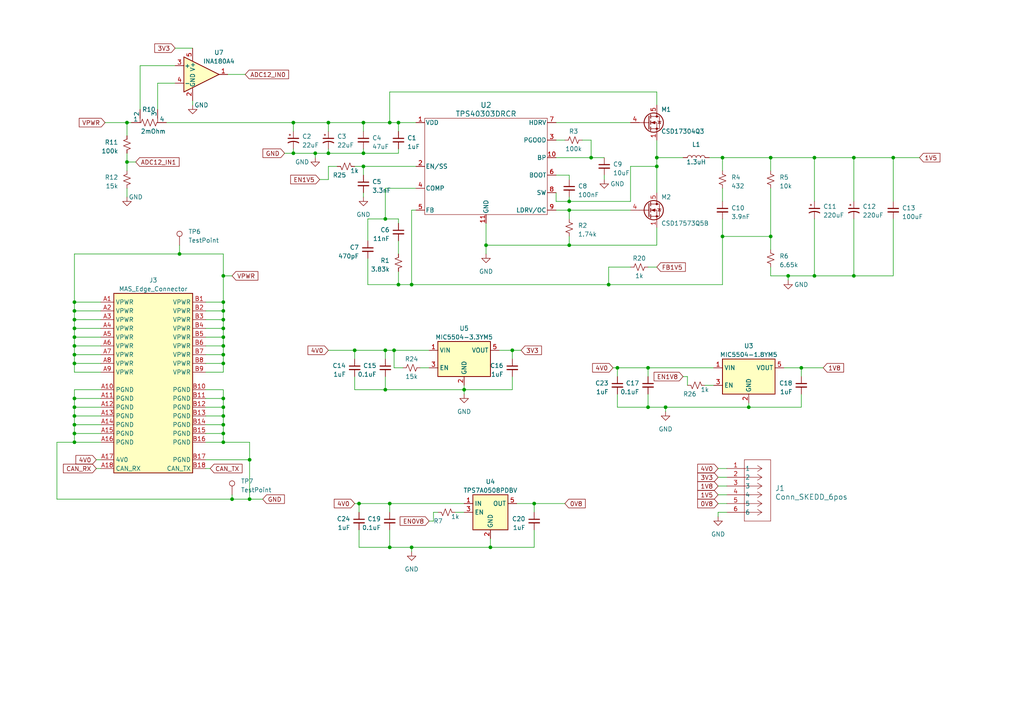
<source format=kicad_sch>
(kicad_sch (version 20230121) (generator eeschema)

  (uuid 1a5f5c04-dce1-4a10-ad86-e0849200e03e)

  (paper "A4")

  (lib_symbols
    (symbol "Amplifier_Current:INA180A4" (pin_names (offset 0.127)) (in_bom yes) (on_board yes)
      (property "Reference" "U" (at 3.81 3.81 0)
        (effects (font (size 1.27 1.27)) (justify left))
      )
      (property "Value" "INA180A4" (at 3.81 -2.54 0)
        (effects (font (size 1.27 1.27)) (justify left))
      )
      (property "Footprint" "Package_TO_SOT_SMD:SOT-23-5" (at 1.27 1.27 0)
        (effects (font (size 1.27 1.27)) hide)
      )
      (property "Datasheet" "http://www.ti.com/lit/ds/symlink/ina180.pdf" (at 3.81 3.81 0)
        (effects (font (size 1.27 1.27)) hide)
      )
      (property "ki_keywords" "current monitor shunt sensor" (at 0 0 0)
        (effects (font (size 1.27 1.27)) hide)
      )
      (property "ki_description" "Current Sense Amplifier, 1 Circuit, Rail-to-Rail, 26V, Gain 200 V/V, SOT-23-5" (at 0 0 0)
        (effects (font (size 1.27 1.27)) hide)
      )
      (property "ki_fp_filters" "SOT?23*" (at 0 0 0)
        (effects (font (size 1.27 1.27)) hide)
      )
      (symbol "INA180A4_0_1"
        (polyline
          (pts
            (xy 5.08 0)
            (xy -5.08 5.08)
            (xy -5.08 -5.08)
            (xy 5.08 0)
          )
          (stroke (width 0.254) (type default))
          (fill (type background))
        )
      )
      (symbol "INA180A4_1_1"
        (pin output line (at 7.62 0 180) (length 2.54)
          (name "~" (effects (font (size 1.27 1.27))))
          (number "1" (effects (font (size 1.27 1.27))))
        )
        (pin power_in line (at -2.54 -7.62 90) (length 3.81)
          (name "GND" (effects (font (size 1.27 1.27))))
          (number "2" (effects (font (size 1.27 1.27))))
        )
        (pin input line (at -7.62 2.54 0) (length 2.54)
          (name "+" (effects (font (size 1.27 1.27))))
          (number "3" (effects (font (size 1.27 1.27))))
        )
        (pin input line (at -7.62 -2.54 0) (length 2.54)
          (name "-" (effects (font (size 1.27 1.27))))
          (number "4" (effects (font (size 1.27 1.27))))
        )
        (pin power_in line (at -2.54 7.62 270) (length 3.81)
          (name "V+" (effects (font (size 1.27 1.27))))
          (number "5" (effects (font (size 1.27 1.27))))
        )
      )
    )
    (symbol "Connector:TestPoint" (pin_numbers hide) (pin_names (offset 0.762) hide) (in_bom yes) (on_board yes)
      (property "Reference" "TP" (at 0 6.858 0)
        (effects (font (size 1.27 1.27)))
      )
      (property "Value" "TestPoint" (at 0 5.08 0)
        (effects (font (size 1.27 1.27)))
      )
      (property "Footprint" "" (at 5.08 0 0)
        (effects (font (size 1.27 1.27)) hide)
      )
      (property "Datasheet" "~" (at 5.08 0 0)
        (effects (font (size 1.27 1.27)) hide)
      )
      (property "ki_keywords" "test point tp" (at 0 0 0)
        (effects (font (size 1.27 1.27)) hide)
      )
      (property "ki_description" "test point" (at 0 0 0)
        (effects (font (size 1.27 1.27)) hide)
      )
      (property "ki_fp_filters" "Pin* Test*" (at 0 0 0)
        (effects (font (size 1.27 1.27)) hide)
      )
      (symbol "TestPoint_0_1"
        (circle (center 0 3.302) (radius 0.762)
          (stroke (width 0) (type default))
          (fill (type none))
        )
      )
      (symbol "TestPoint_1_1"
        (pin passive line (at 0 0 90) (length 2.54)
          (name "1" (effects (font (size 1.27 1.27))))
          (number "1" (effects (font (size 1.27 1.27))))
        )
      )
    )
    (symbol "Device:C_Polarized_Small_US" (pin_numbers hide) (pin_names (offset 0.254) hide) (in_bom yes) (on_board yes)
      (property "Reference" "C" (at 0.254 1.778 0)
        (effects (font (size 1.27 1.27)) (justify left))
      )
      (property "Value" "C_Polarized_Small_US" (at 0.254 -2.032 0)
        (effects (font (size 1.27 1.27)) (justify left))
      )
      (property "Footprint" "" (at 0 0 0)
        (effects (font (size 1.27 1.27)) hide)
      )
      (property "Datasheet" "~" (at 0 0 0)
        (effects (font (size 1.27 1.27)) hide)
      )
      (property "ki_keywords" "cap capacitor" (at 0 0 0)
        (effects (font (size 1.27 1.27)) hide)
      )
      (property "ki_description" "Polarized capacitor, small US symbol" (at 0 0 0)
        (effects (font (size 1.27 1.27)) hide)
      )
      (property "ki_fp_filters" "CP_*" (at 0 0 0)
        (effects (font (size 1.27 1.27)) hide)
      )
      (symbol "C_Polarized_Small_US_0_1"
        (polyline
          (pts
            (xy -1.524 0.508)
            (xy 1.524 0.508)
          )
          (stroke (width 0.3048) (type default))
          (fill (type none))
        )
        (polyline
          (pts
            (xy -1.27 1.524)
            (xy -0.762 1.524)
          )
          (stroke (width 0) (type default))
          (fill (type none))
        )
        (polyline
          (pts
            (xy -1.016 1.27)
            (xy -1.016 1.778)
          )
          (stroke (width 0) (type default))
          (fill (type none))
        )
        (arc (start 1.524 -0.762) (mid 0 -0.3734) (end -1.524 -0.762)
          (stroke (width 0.3048) (type default))
          (fill (type none))
        )
      )
      (symbol "C_Polarized_Small_US_1_1"
        (pin passive line (at 0 2.54 270) (length 2.032)
          (name "~" (effects (font (size 1.27 1.27))))
          (number "1" (effects (font (size 1.27 1.27))))
        )
        (pin passive line (at 0 -2.54 90) (length 2.032)
          (name "~" (effects (font (size 1.27 1.27))))
          (number "2" (effects (font (size 1.27 1.27))))
        )
      )
    )
    (symbol "Device:C_Small" (pin_numbers hide) (pin_names (offset 0.254) hide) (in_bom yes) (on_board yes)
      (property "Reference" "C" (at 0.254 1.778 0)
        (effects (font (size 1.27 1.27)) (justify left))
      )
      (property "Value" "C_Small" (at 0.254 -2.032 0)
        (effects (font (size 1.27 1.27)) (justify left))
      )
      (property "Footprint" "" (at 0 0 0)
        (effects (font (size 1.27 1.27)) hide)
      )
      (property "Datasheet" "~" (at 0 0 0)
        (effects (font (size 1.27 1.27)) hide)
      )
      (property "ki_keywords" "capacitor cap" (at 0 0 0)
        (effects (font (size 1.27 1.27)) hide)
      )
      (property "ki_description" "Unpolarized capacitor, small symbol" (at 0 0 0)
        (effects (font (size 1.27 1.27)) hide)
      )
      (property "ki_fp_filters" "C_*" (at 0 0 0)
        (effects (font (size 1.27 1.27)) hide)
      )
      (symbol "C_Small_0_1"
        (polyline
          (pts
            (xy -1.524 -0.508)
            (xy 1.524 -0.508)
          )
          (stroke (width 0.3302) (type default))
          (fill (type none))
        )
        (polyline
          (pts
            (xy -1.524 0.508)
            (xy 1.524 0.508)
          )
          (stroke (width 0.3048) (type default))
          (fill (type none))
        )
      )
      (symbol "C_Small_1_1"
        (pin passive line (at 0 2.54 270) (length 2.032)
          (name "~" (effects (font (size 1.27 1.27))))
          (number "1" (effects (font (size 1.27 1.27))))
        )
        (pin passive line (at 0 -2.54 90) (length 2.032)
          (name "~" (effects (font (size 1.27 1.27))))
          (number "2" (effects (font (size 1.27 1.27))))
        )
      )
    )
    (symbol "Device:L" (pin_numbers hide) (pin_names (offset 1.016) hide) (in_bom yes) (on_board yes)
      (property "Reference" "L" (at -1.27 0 90)
        (effects (font (size 1.27 1.27)))
      )
      (property "Value" "L" (at 1.905 0 90)
        (effects (font (size 1.27 1.27)))
      )
      (property "Footprint" "" (at 0 0 0)
        (effects (font (size 1.27 1.27)) hide)
      )
      (property "Datasheet" "~" (at 0 0 0)
        (effects (font (size 1.27 1.27)) hide)
      )
      (property "ki_keywords" "inductor choke coil reactor magnetic" (at 0 0 0)
        (effects (font (size 1.27 1.27)) hide)
      )
      (property "ki_description" "Inductor" (at 0 0 0)
        (effects (font (size 1.27 1.27)) hide)
      )
      (property "ki_fp_filters" "Choke_* *Coil* Inductor_* L_*" (at 0 0 0)
        (effects (font (size 1.27 1.27)) hide)
      )
      (symbol "L_0_1"
        (arc (start 0 -2.54) (mid 0.6323 -1.905) (end 0 -1.27)
          (stroke (width 0) (type default))
          (fill (type none))
        )
        (arc (start 0 -1.27) (mid 0.6323 -0.635) (end 0 0)
          (stroke (width 0) (type default))
          (fill (type none))
        )
        (arc (start 0 0) (mid 0.6323 0.635) (end 0 1.27)
          (stroke (width 0) (type default))
          (fill (type none))
        )
        (arc (start 0 1.27) (mid 0.6323 1.905) (end 0 2.54)
          (stroke (width 0) (type default))
          (fill (type none))
        )
      )
      (symbol "L_1_1"
        (pin passive line (at 0 3.81 270) (length 1.27)
          (name "1" (effects (font (size 1.27 1.27))))
          (number "1" (effects (font (size 1.27 1.27))))
        )
        (pin passive line (at 0 -3.81 90) (length 1.27)
          (name "2" (effects (font (size 1.27 1.27))))
          (number "2" (effects (font (size 1.27 1.27))))
        )
      )
    )
    (symbol "Device:R_Shunt_US" (pin_numbers hide) (pin_names (offset 0)) (in_bom yes) (on_board yes)
      (property "Reference" "R" (at -5.08 0 90)
        (effects (font (size 1.27 1.27)))
      )
      (property "Value" "R_Shunt_US" (at -3.048 0 90)
        (effects (font (size 1.27 1.27)))
      )
      (property "Footprint" "" (at -1.778 0 90)
        (effects (font (size 1.27 1.27)) hide)
      )
      (property "Datasheet" "~" (at 0 0 0)
        (effects (font (size 1.27 1.27)) hide)
      )
      (property "ki_keywords" "R res shunt resistor" (at 0 0 0)
        (effects (font (size 1.27 1.27)) hide)
      )
      (property "ki_description" "Shunt resistor, US symbol" (at 0 0 0)
        (effects (font (size 1.27 1.27)) hide)
      )
      (property "ki_fp_filters" "R_*Shunt*" (at 0 0 0)
        (effects (font (size 1.27 1.27)) hide)
      )
      (symbol "R_Shunt_US_1_1"
        (polyline
          (pts
            (xy 0 -2.54)
            (xy 1.27 -2.54)
          )
          (stroke (width 0) (type default))
          (fill (type none))
        )
        (polyline
          (pts
            (xy 0 -2.286)
            (xy 0 -2.54)
          )
          (stroke (width 0) (type default))
          (fill (type none))
        )
        (polyline
          (pts
            (xy 0 2.286)
            (xy 0 2.54)
          )
          (stroke (width 0) (type default))
          (fill (type none))
        )
        (polyline
          (pts
            (xy 1.27 2.54)
            (xy 0 2.54)
          )
          (stroke (width 0) (type default))
          (fill (type none))
        )
        (polyline
          (pts
            (xy 0 -0.762)
            (xy 1.016 -1.143)
            (xy 0 -1.524)
            (xy -1.016 -1.905)
            (xy 0 -2.286)
          )
          (stroke (width 0) (type default))
          (fill (type none))
        )
        (polyline
          (pts
            (xy 0 0.762)
            (xy 1.016 0.381)
            (xy 0 0)
            (xy -1.016 -0.381)
            (xy 0 -0.762)
          )
          (stroke (width 0) (type default))
          (fill (type none))
        )
        (polyline
          (pts
            (xy 0 2.286)
            (xy 1.016 1.905)
            (xy 0 1.524)
            (xy -1.016 1.143)
            (xy 0 0.762)
          )
          (stroke (width 0) (type default))
          (fill (type none))
        )
        (pin passive line (at 0 5.08 270) (length 2.54)
          (name "1" (effects (font (size 1.27 1.27))))
          (number "1" (effects (font (size 1.27 1.27))))
        )
        (pin passive line (at 3.81 2.54 180) (length 2.54)
          (name "2" (effects (font (size 1.27 1.27))))
          (number "2" (effects (font (size 1.27 1.27))))
        )
        (pin passive line (at 3.81 -2.54 180) (length 2.54)
          (name "3" (effects (font (size 1.27 1.27))))
          (number "3" (effects (font (size 1.27 1.27))))
        )
        (pin passive line (at 0 -5.08 90) (length 2.54)
          (name "4" (effects (font (size 1.27 1.27))))
          (number "4" (effects (font (size 1.27 1.27))))
        )
      )
    )
    (symbol "Device:R_Small_US" (pin_numbers hide) (pin_names (offset 0.254) hide) (in_bom yes) (on_board yes)
      (property "Reference" "R" (at 0.762 0.508 0)
        (effects (font (size 1.27 1.27)) (justify left))
      )
      (property "Value" "R_Small_US" (at 0.762 -1.016 0)
        (effects (font (size 1.27 1.27)) (justify left))
      )
      (property "Footprint" "" (at 0 0 0)
        (effects (font (size 1.27 1.27)) hide)
      )
      (property "Datasheet" "~" (at 0 0 0)
        (effects (font (size 1.27 1.27)) hide)
      )
      (property "ki_keywords" "r resistor" (at 0 0 0)
        (effects (font (size 1.27 1.27)) hide)
      )
      (property "ki_description" "Resistor, small US symbol" (at 0 0 0)
        (effects (font (size 1.27 1.27)) hide)
      )
      (property "ki_fp_filters" "R_*" (at 0 0 0)
        (effects (font (size 1.27 1.27)) hide)
      )
      (symbol "R_Small_US_1_1"
        (polyline
          (pts
            (xy 0 0)
            (xy 1.016 -0.381)
            (xy 0 -0.762)
            (xy -1.016 -1.143)
            (xy 0 -1.524)
          )
          (stroke (width 0) (type default))
          (fill (type none))
        )
        (polyline
          (pts
            (xy 0 1.524)
            (xy 1.016 1.143)
            (xy 0 0.762)
            (xy -1.016 0.381)
            (xy 0 0)
          )
          (stroke (width 0) (type default))
          (fill (type none))
        )
        (pin passive line (at 0 2.54 270) (length 1.016)
          (name "~" (effects (font (size 1.27 1.27))))
          (number "1" (effects (font (size 1.27 1.27))))
        )
        (pin passive line (at 0 -2.54 90) (length 1.016)
          (name "~" (effects (font (size 1.27 1.27))))
          (number "2" (effects (font (size 1.27 1.27))))
        )
      )
    )
    (symbol "Regulator_Linear:MIC5504-1.8YM5" (in_bom yes) (on_board yes)
      (property "Reference" "U" (at -7.62 8.89 0)
        (effects (font (size 1.27 1.27)) (justify left))
      )
      (property "Value" "MIC5504-1.8YM5" (at -7.62 6.35 0)
        (effects (font (size 1.27 1.27)) (justify left))
      )
      (property "Footprint" "Package_TO_SOT_SMD:SOT-23-5" (at 0 -10.16 0)
        (effects (font (size 1.27 1.27)) hide)
      )
      (property "Datasheet" "http://ww1.microchip.com/downloads/en/DeviceDoc/MIC550X.pdf" (at -6.35 6.35 0)
        (effects (font (size 1.27 1.27)) hide)
      )
      (property "ki_keywords" "Micrel LDO voltage regulator" (at 0 0 0)
        (effects (font (size 1.27 1.27)) hide)
      )
      (property "ki_description" "300mA Low-dropout Voltage Regulator, Vout 1.8V, Vin up to 5.5V, SOT-23" (at 0 0 0)
        (effects (font (size 1.27 1.27)) hide)
      )
      (property "ki_fp_filters" "SOT?23?5*" (at 0 0 0)
        (effects (font (size 1.27 1.27)) hide)
      )
      (symbol "MIC5504-1.8YM5_0_1"
        (rectangle (start -7.62 -5.08) (end 7.62 5.08)
          (stroke (width 0.254) (type default))
          (fill (type background))
        )
      )
      (symbol "MIC5504-1.8YM5_1_1"
        (pin power_in line (at -10.16 2.54 0) (length 2.54)
          (name "VIN" (effects (font (size 1.27 1.27))))
          (number "1" (effects (font (size 1.27 1.27))))
        )
        (pin power_in line (at 0 -7.62 90) (length 2.54)
          (name "GND" (effects (font (size 1.27 1.27))))
          (number "2" (effects (font (size 1.27 1.27))))
        )
        (pin input line (at -10.16 -2.54 0) (length 2.54)
          (name "EN" (effects (font (size 1.27 1.27))))
          (number "3" (effects (font (size 1.27 1.27))))
        )
        (pin no_connect line (at 7.62 -2.54 180) (length 2.54) hide
          (name "NC" (effects (font (size 1.27 1.27))))
          (number "4" (effects (font (size 1.27 1.27))))
        )
        (pin power_out line (at 10.16 2.54 180) (length 2.54)
          (name "VOUT" (effects (font (size 1.27 1.27))))
          (number "5" (effects (font (size 1.27 1.27))))
        )
      )
    )
    (symbol "Regulator_Linear:MIC5504-3.3YM5" (in_bom yes) (on_board yes)
      (property "Reference" "U" (at -7.62 8.89 0)
        (effects (font (size 1.27 1.27)) (justify left))
      )
      (property "Value" "MIC5504-3.3YM5" (at -7.62 6.35 0)
        (effects (font (size 1.27 1.27)) (justify left))
      )
      (property "Footprint" "Package_TO_SOT_SMD:SOT-23-5" (at 0 -10.16 0)
        (effects (font (size 1.27 1.27)) hide)
      )
      (property "Datasheet" "http://ww1.microchip.com/downloads/en/DeviceDoc/MIC550X.pdf" (at -6.35 6.35 0)
        (effects (font (size 1.27 1.27)) hide)
      )
      (property "ki_keywords" "Micrel LDO voltage regulator" (at 0 0 0)
        (effects (font (size 1.27 1.27)) hide)
      )
      (property "ki_description" "300mA Low-dropout Voltage Regulator, Vout 3.3V, Vin up to 5.5V, SOT-23" (at 0 0 0)
        (effects (font (size 1.27 1.27)) hide)
      )
      (property "ki_fp_filters" "SOT?23?5*" (at 0 0 0)
        (effects (font (size 1.27 1.27)) hide)
      )
      (symbol "MIC5504-3.3YM5_0_1"
        (rectangle (start -7.62 -5.08) (end 7.62 5.08)
          (stroke (width 0.254) (type default))
          (fill (type background))
        )
      )
      (symbol "MIC5504-3.3YM5_1_1"
        (pin power_in line (at -10.16 2.54 0) (length 2.54)
          (name "VIN" (effects (font (size 1.27 1.27))))
          (number "1" (effects (font (size 1.27 1.27))))
        )
        (pin power_in line (at 0 -7.62 90) (length 2.54)
          (name "GND" (effects (font (size 1.27 1.27))))
          (number "2" (effects (font (size 1.27 1.27))))
        )
        (pin input line (at -10.16 -2.54 0) (length 2.54)
          (name "EN" (effects (font (size 1.27 1.27))))
          (number "3" (effects (font (size 1.27 1.27))))
        )
        (pin no_connect line (at 7.62 -2.54 180) (length 2.54) hide
          (name "NC" (effects (font (size 1.27 1.27))))
          (number "4" (effects (font (size 1.27 1.27))))
        )
        (pin power_out line (at 10.16 2.54 180) (length 2.54)
          (name "VOUT" (effects (font (size 1.27 1.27))))
          (number "5" (effects (font (size 1.27 1.27))))
        )
      )
    )
    (symbol "Regulator_Linear:TPS7A0508PDBV" (in_bom yes) (on_board yes)
      (property "Reference" "U" (at -3.81 6.35 0)
        (effects (font (size 1.27 1.27)))
      )
      (property "Value" "TPS7A0508PDBV" (at 6.35 6.35 0)
        (effects (font (size 1.27 1.27)))
      )
      (property "Footprint" "Package_TO_SOT_SMD:SOT-23-5" (at 0 8.89 0)
        (effects (font (size 1.27 1.27)) hide)
      )
      (property "Datasheet" "https://www.ti.com/lit/ds/symlink/tps7a05.pdf" (at 0 12.7 0)
        (effects (font (size 1.27 1.27)) hide)
      )
      (property "ki_keywords" "Single Output LDO Low-Iq" (at 0 0 0)
        (effects (font (size 1.27 1.27)) hide)
      )
      (property "ki_description" "200-mA Ultra-Low-Iq LDO, 0.8V, SOT-23-5" (at 0 0 0)
        (effects (font (size 1.27 1.27)) hide)
      )
      (property "ki_fp_filters" "SOT?23*" (at 0 0 0)
        (effects (font (size 1.27 1.27)) hide)
      )
      (symbol "TPS7A0508PDBV_0_1"
        (rectangle (start -5.08 -5.08) (end 5.08 5.08)
          (stroke (width 0.254) (type default))
          (fill (type background))
        )
        (pin power_in line (at -7.62 2.54 0) (length 2.54)
          (name "IN" (effects (font (size 1.27 1.27))))
          (number "1" (effects (font (size 1.27 1.27))))
        )
        (pin power_in line (at 0 -7.62 90) (length 2.54)
          (name "GND" (effects (font (size 1.27 1.27))))
          (number "2" (effects (font (size 1.27 1.27))))
        )
        (pin input line (at -7.62 0 0) (length 2.54)
          (name "EN" (effects (font (size 1.27 1.27))))
          (number "3" (effects (font (size 1.27 1.27))))
        )
        (pin no_connect line (at 5.08 0 180) (length 2.54) hide
          (name "NC" (effects (font (size 1.27 1.27))))
          (number "4" (effects (font (size 1.27 1.27))))
        )
        (pin power_out line (at 7.62 2.54 180) (length 2.54)
          (name "OUT" (effects (font (size 1.27 1.27))))
          (number "5" (effects (font (size 1.27 1.27))))
        )
      )
    )
    (symbol "Transistor_FET:CSD17573Q5B" (pin_names hide) (in_bom yes) (on_board yes)
      (property "Reference" "Q" (at 5.08 1.905 0)
        (effects (font (size 1.27 1.27)) (justify left))
      )
      (property "Value" "CSD17573Q5B" (at 5.08 0 0)
        (effects (font (size 1.27 1.27)) (justify left))
      )
      (property "Footprint" "Package_TO_SOT_SMD:TDSON-8-1" (at 5.08 -1.905 0)
        (effects (font (size 1.27 1.27) italic) (justify left) hide)
      )
      (property "Datasheet" "http://www.ti.com/lit/gpn/csd17573q5b" (at 0 0 90)
        (effects (font (size 1.27 1.27)) (justify left) hide)
      )
      (property "ki_keywords" "NexFET Power MOSFET N-MOS" (at 0 0 0)
        (effects (font (size 1.27 1.27)) hide)
      )
      (property "ki_description" "100A Id, 30V Vds, NexFET N-Channel Power MOSFET, 1mOhm Ron, 49nC Qg(typ), SON8 5x6mm" (at 0 0 0)
        (effects (font (size 1.27 1.27)) hide)
      )
      (property "ki_fp_filters" "TDSON*" (at 0 0 0)
        (effects (font (size 1.27 1.27)) hide)
      )
      (symbol "CSD17573Q5B_0_1"
        (polyline
          (pts
            (xy 0.254 0)
            (xy -2.54 0)
          )
          (stroke (width 0) (type default))
          (fill (type none))
        )
        (polyline
          (pts
            (xy 0.254 1.905)
            (xy 0.254 -1.905)
          )
          (stroke (width 0.254) (type default))
          (fill (type none))
        )
        (polyline
          (pts
            (xy 0.762 -1.27)
            (xy 0.762 -2.286)
          )
          (stroke (width 0.254) (type default))
          (fill (type none))
        )
        (polyline
          (pts
            (xy 0.762 0.508)
            (xy 0.762 -0.508)
          )
          (stroke (width 0.254) (type default))
          (fill (type none))
        )
        (polyline
          (pts
            (xy 0.762 2.286)
            (xy 0.762 1.27)
          )
          (stroke (width 0.254) (type default))
          (fill (type none))
        )
        (polyline
          (pts
            (xy 2.54 2.54)
            (xy 2.54 1.778)
          )
          (stroke (width 0) (type default))
          (fill (type none))
        )
        (polyline
          (pts
            (xy 2.54 -2.54)
            (xy 2.54 0)
            (xy 0.762 0)
          )
          (stroke (width 0) (type default))
          (fill (type none))
        )
        (polyline
          (pts
            (xy 0.762 -1.778)
            (xy 3.302 -1.778)
            (xy 3.302 1.778)
            (xy 0.762 1.778)
          )
          (stroke (width 0) (type default))
          (fill (type none))
        )
        (polyline
          (pts
            (xy 1.016 0)
            (xy 2.032 0.381)
            (xy 2.032 -0.381)
            (xy 1.016 0)
          )
          (stroke (width 0) (type default))
          (fill (type outline))
        )
        (polyline
          (pts
            (xy 2.794 0.508)
            (xy 2.921 0.381)
            (xy 3.683 0.381)
            (xy 3.81 0.254)
          )
          (stroke (width 0) (type default))
          (fill (type none))
        )
        (polyline
          (pts
            (xy 3.302 0.381)
            (xy 2.921 -0.254)
            (xy 3.683 -0.254)
            (xy 3.302 0.381)
          )
          (stroke (width 0) (type default))
          (fill (type none))
        )
        (circle (center 1.651 0) (radius 2.794)
          (stroke (width 0.254) (type default))
          (fill (type none))
        )
        (circle (center 2.54 -1.778) (radius 0.254)
          (stroke (width 0) (type default))
          (fill (type outline))
        )
        (circle (center 2.54 1.778) (radius 0.254)
          (stroke (width 0) (type default))
          (fill (type outline))
        )
      )
      (symbol "CSD17573Q5B_1_1"
        (pin passive line (at 2.54 -5.08 90) (length 2.54)
          (name "S" (effects (font (size 1.27 1.27))))
          (number "1" (effects (font (size 1.27 1.27))))
        )
        (pin passive line (at 2.54 -5.08 90) (length 2.54) hide
          (name "S" (effects (font (size 1.27 1.27))))
          (number "2" (effects (font (size 1.27 1.27))))
        )
        (pin passive line (at 2.54 -5.08 90) (length 2.54) hide
          (name "S" (effects (font (size 1.27 1.27))))
          (number "3" (effects (font (size 1.27 1.27))))
        )
        (pin passive line (at -5.08 0 0) (length 2.54)
          (name "G" (effects (font (size 1.27 1.27))))
          (number "4" (effects (font (size 1.27 1.27))))
        )
        (pin passive line (at 2.54 5.08 270) (length 2.54)
          (name "D" (effects (font (size 1.27 1.27))))
          (number "5" (effects (font (size 1.27 1.27))))
        )
      )
    )
    (symbol "mineapple_scratch:CSD17304Q3" (pin_names hide) (in_bom yes) (on_board yes)
      (property "Reference" "Q" (at 5.08 1.905 0)
        (effects (font (size 1.27 1.27)) (justify left))
      )
      (property "Value" "CSD17304Q3" (at 5.08 0 0)
        (effects (font (size 1.27 1.27)) (justify left))
      )
      (property "Footprint" "Package_TO_SOT_SMD:TDSON-8-1" (at 5.08 -1.905 0)
        (effects (font (size 1.27 1.27) italic) (justify left) hide)
      )
      (property "Datasheet" "http://www.ti.com/lit/gpn/csd17304q3" (at 6.35 -8.89 0)
        (effects (font (size 1.27 1.27)) (justify left) hide)
      )
      (property "ki_keywords" "NexFET Power MOSFET N-MOS" (at 0 0 0)
        (effects (font (size 1.27 1.27)) hide)
      )
      (property "ki_description" "100A Id, 30V Vds, NexFET N-Channel Power MOSFET, 2.6mOhm Ron, 18nC Qg(typ), SON8 5x6mm" (at 0 0 0)
        (effects (font (size 1.27 1.27)) hide)
      )
      (property "ki_fp_filters" "TDSON*" (at 0 0 0)
        (effects (font (size 1.27 1.27)) hide)
      )
      (symbol "CSD17304Q3_0_1"
        (polyline
          (pts
            (xy 0.254 0)
            (xy -2.54 0)
          )
          (stroke (width 0) (type default))
          (fill (type none))
        )
        (polyline
          (pts
            (xy 0.254 1.905)
            (xy 0.254 -1.905)
          )
          (stroke (width 0.254) (type default))
          (fill (type none))
        )
        (polyline
          (pts
            (xy 0.762 -1.27)
            (xy 0.762 -2.286)
          )
          (stroke (width 0.254) (type default))
          (fill (type none))
        )
        (polyline
          (pts
            (xy 0.762 0.508)
            (xy 0.762 -0.508)
          )
          (stroke (width 0.254) (type default))
          (fill (type none))
        )
        (polyline
          (pts
            (xy 0.762 2.286)
            (xy 0.762 1.27)
          )
          (stroke (width 0.254) (type default))
          (fill (type none))
        )
        (polyline
          (pts
            (xy 2.54 2.54)
            (xy 2.54 1.778)
          )
          (stroke (width 0) (type default))
          (fill (type none))
        )
        (polyline
          (pts
            (xy 2.54 -2.54)
            (xy 2.54 0)
            (xy 0.762 0)
          )
          (stroke (width 0) (type default))
          (fill (type none))
        )
        (polyline
          (pts
            (xy 0.762 -1.778)
            (xy 3.302 -1.778)
            (xy 3.302 1.778)
            (xy 0.762 1.778)
          )
          (stroke (width 0) (type default))
          (fill (type none))
        )
        (polyline
          (pts
            (xy 1.016 0)
            (xy 2.032 0.381)
            (xy 2.032 -0.381)
            (xy 1.016 0)
          )
          (stroke (width 0) (type default))
          (fill (type outline))
        )
        (polyline
          (pts
            (xy 2.794 0.508)
            (xy 2.921 0.381)
            (xy 3.683 0.381)
            (xy 3.81 0.254)
          )
          (stroke (width 0) (type default))
          (fill (type none))
        )
        (polyline
          (pts
            (xy 3.302 0.381)
            (xy 2.921 -0.254)
            (xy 3.683 -0.254)
            (xy 3.302 0.381)
          )
          (stroke (width 0) (type default))
          (fill (type none))
        )
        (circle (center 1.651 0) (radius 2.794)
          (stroke (width 0.254) (type default))
          (fill (type none))
        )
        (circle (center 2.54 -1.778) (radius 0.254)
          (stroke (width 0) (type default))
          (fill (type outline))
        )
        (circle (center 2.54 1.778) (radius 0.254)
          (stroke (width 0) (type default))
          (fill (type outline))
        )
      )
      (symbol "CSD17304Q3_1_1"
        (pin passive line (at 2.54 -5.08 90) (length 2.54)
          (name "S" (effects (font (size 1.27 1.27))))
          (number "1" (effects (font (size 1.27 1.27))))
        )
        (pin passive line (at 2.54 -5.08 90) (length 2.54) hide
          (name "S" (effects (font (size 1.27 1.27))))
          (number "2" (effects (font (size 1.27 1.27))))
        )
        (pin passive line (at 2.54 -5.08 90) (length 2.54) hide
          (name "S" (effects (font (size 1.27 1.27))))
          (number "3" (effects (font (size 1.27 1.27))))
        )
        (pin passive line (at -5.08 0 0) (length 2.54)
          (name "G" (effects (font (size 1.27 1.27))))
          (number "4" (effects (font (size 1.27 1.27))))
        )
        (pin passive line (at 2.54 5.08 270) (length 2.54)
          (name "D" (effects (font (size 1.27 1.27))))
          (number "5" (effects (font (size 1.27 1.27))))
        )
      )
    )
    (symbol "mineapple_scratch:Conn_SKEDD_6pos" (pin_names (offset 0.254)) (in_bom yes) (on_board yes)
      (property "Reference" "J" (at 8.89 6.35 0)
        (effects (font (size 1.524 1.524)))
      )
      (property "Value" "Conn_SKEDD_6pos" (at 7.62 -16.51 0)
        (effects (font (size 1.524 1.524)))
      )
      (property "Footprint" "CONN6_490107670612_WRE" (at 1.27 3.81 0)
        (effects (font (size 1.27 1.27) italic) hide)
      )
      (property "Datasheet" "490107670612" (at 7.62 -19.05 0)
        (effects (font (size 1.27 1.27) italic) hide)
      )
      (property "ki_locked" "" (at 0 0 0)
        (effects (font (size 1.27 1.27)))
      )
      (property "ki_keywords" "490107670612" (at 0 0 0)
        (effects (font (size 1.27 1.27)) hide)
      )
      (property "ki_fp_filters" "CONN6_490107670612_WRE" (at 0 0 0)
        (effects (font (size 1.27 1.27)) hide)
      )
      (symbol "Conn_SKEDD_6pos_1_1"
        (polyline
          (pts
            (xy 5.08 -15.24)
            (xy 12.7 -15.24)
          )
          (stroke (width 0.127) (type default))
          (fill (type none))
        )
        (polyline
          (pts
            (xy 5.08 2.54)
            (xy 5.08 -15.24)
          )
          (stroke (width 0.127) (type default))
          (fill (type none))
        )
        (polyline
          (pts
            (xy 10.16 -12.7)
            (xy 5.08 -12.7)
          )
          (stroke (width 0.127) (type default))
          (fill (type none))
        )
        (polyline
          (pts
            (xy 10.16 -12.7)
            (xy 8.89 -13.5467)
          )
          (stroke (width 0.127) (type default))
          (fill (type none))
        )
        (polyline
          (pts
            (xy 10.16 -12.7)
            (xy 8.89 -11.8533)
          )
          (stroke (width 0.127) (type default))
          (fill (type none))
        )
        (polyline
          (pts
            (xy 10.16 -10.16)
            (xy 5.08 -10.16)
          )
          (stroke (width 0.127) (type default))
          (fill (type none))
        )
        (polyline
          (pts
            (xy 10.16 -10.16)
            (xy 8.89 -11.0067)
          )
          (stroke (width 0.127) (type default))
          (fill (type none))
        )
        (polyline
          (pts
            (xy 10.16 -10.16)
            (xy 8.89 -9.3133)
          )
          (stroke (width 0.127) (type default))
          (fill (type none))
        )
        (polyline
          (pts
            (xy 10.16 -7.62)
            (xy 5.08 -7.62)
          )
          (stroke (width 0.127) (type default))
          (fill (type none))
        )
        (polyline
          (pts
            (xy 10.16 -7.62)
            (xy 8.89 -8.4667)
          )
          (stroke (width 0.127) (type default))
          (fill (type none))
        )
        (polyline
          (pts
            (xy 10.16 -7.62)
            (xy 8.89 -6.7733)
          )
          (stroke (width 0.127) (type default))
          (fill (type none))
        )
        (polyline
          (pts
            (xy 10.16 -5.08)
            (xy 5.08 -5.08)
          )
          (stroke (width 0.127) (type default))
          (fill (type none))
        )
        (polyline
          (pts
            (xy 10.16 -5.08)
            (xy 8.89 -5.9267)
          )
          (stroke (width 0.127) (type default))
          (fill (type none))
        )
        (polyline
          (pts
            (xy 10.16 -5.08)
            (xy 8.89 -4.2333)
          )
          (stroke (width 0.127) (type default))
          (fill (type none))
        )
        (polyline
          (pts
            (xy 10.16 -2.54)
            (xy 5.08 -2.54)
          )
          (stroke (width 0.127) (type default))
          (fill (type none))
        )
        (polyline
          (pts
            (xy 10.16 -2.54)
            (xy 8.89 -3.3867)
          )
          (stroke (width 0.127) (type default))
          (fill (type none))
        )
        (polyline
          (pts
            (xy 10.16 -2.54)
            (xy 8.89 -1.6933)
          )
          (stroke (width 0.127) (type default))
          (fill (type none))
        )
        (polyline
          (pts
            (xy 10.16 0)
            (xy 5.08 0)
          )
          (stroke (width 0.127) (type default))
          (fill (type none))
        )
        (polyline
          (pts
            (xy 10.16 0)
            (xy 8.89 -0.8467)
          )
          (stroke (width 0.127) (type default))
          (fill (type none))
        )
        (polyline
          (pts
            (xy 10.16 0)
            (xy 8.89 0.8467)
          )
          (stroke (width 0.127) (type default))
          (fill (type none))
        )
        (polyline
          (pts
            (xy 12.7 -15.24)
            (xy 12.7 2.54)
          )
          (stroke (width 0.127) (type default))
          (fill (type none))
        )
        (polyline
          (pts
            (xy 12.7 2.54)
            (xy 5.08 2.54)
          )
          (stroke (width 0.127) (type default))
          (fill (type none))
        )
        (pin unspecified line (at 0 0 0) (length 5.08)
          (name "1" (effects (font (size 1.27 1.27))))
          (number "1" (effects (font (size 1.27 1.27))))
        )
        (pin unspecified line (at 0 -2.54 0) (length 5.08)
          (name "2" (effects (font (size 1.27 1.27))))
          (number "2" (effects (font (size 1.27 1.27))))
        )
        (pin unspecified line (at 0 -5.08 0) (length 5.08)
          (name "3" (effects (font (size 1.27 1.27))))
          (number "3" (effects (font (size 1.27 1.27))))
        )
        (pin unspecified line (at 0 -7.62 0) (length 5.08)
          (name "4" (effects (font (size 1.27 1.27))))
          (number "4" (effects (font (size 1.27 1.27))))
        )
        (pin unspecified line (at 0 -10.16 0) (length 5.08)
          (name "5" (effects (font (size 1.27 1.27))))
          (number "5" (effects (font (size 1.27 1.27))))
        )
        (pin unspecified line (at 0 -12.7 0) (length 5.08)
          (name "6" (effects (font (size 1.27 1.27))))
          (number "6" (effects (font (size 1.27 1.27))))
        )
      )
      (symbol "Conn_SKEDD_6pos_1_2"
        (polyline
          (pts
            (xy 5.08 -15.24)
            (xy 12.7 -15.24)
          )
          (stroke (width 0.127) (type default))
          (fill (type none))
        )
        (polyline
          (pts
            (xy 5.08 2.54)
            (xy 5.08 -15.24)
          )
          (stroke (width 0.127) (type default))
          (fill (type none))
        )
        (polyline
          (pts
            (xy 7.62 -12.7)
            (xy 5.08 -12.7)
          )
          (stroke (width 0.127) (type default))
          (fill (type none))
        )
        (polyline
          (pts
            (xy 7.62 -12.7)
            (xy 8.89 -13.5467)
          )
          (stroke (width 0.127) (type default))
          (fill (type none))
        )
        (polyline
          (pts
            (xy 7.62 -12.7)
            (xy 8.89 -11.8533)
          )
          (stroke (width 0.127) (type default))
          (fill (type none))
        )
        (polyline
          (pts
            (xy 7.62 -10.16)
            (xy 5.08 -10.16)
          )
          (stroke (width 0.127) (type default))
          (fill (type none))
        )
        (polyline
          (pts
            (xy 7.62 -10.16)
            (xy 8.89 -11.0067)
          )
          (stroke (width 0.127) (type default))
          (fill (type none))
        )
        (polyline
          (pts
            (xy 7.62 -10.16)
            (xy 8.89 -9.3133)
          )
          (stroke (width 0.127) (type default))
          (fill (type none))
        )
        (polyline
          (pts
            (xy 7.62 -7.62)
            (xy 5.08 -7.62)
          )
          (stroke (width 0.127) (type default))
          (fill (type none))
        )
        (polyline
          (pts
            (xy 7.62 -7.62)
            (xy 8.89 -8.4667)
          )
          (stroke (width 0.127) (type default))
          (fill (type none))
        )
        (polyline
          (pts
            (xy 7.62 -7.62)
            (xy 8.89 -6.7733)
          )
          (stroke (width 0.127) (type default))
          (fill (type none))
        )
        (polyline
          (pts
            (xy 7.62 -5.08)
            (xy 5.08 -5.08)
          )
          (stroke (width 0.127) (type default))
          (fill (type none))
        )
        (polyline
          (pts
            (xy 7.62 -5.08)
            (xy 8.89 -5.9267)
          )
          (stroke (width 0.127) (type default))
          (fill (type none))
        )
        (polyline
          (pts
            (xy 7.62 -5.08)
            (xy 8.89 -4.2333)
          )
          (stroke (width 0.127) (type default))
          (fill (type none))
        )
        (polyline
          (pts
            (xy 7.62 -2.54)
            (xy 5.08 -2.54)
          )
          (stroke (width 0.127) (type default))
          (fill (type none))
        )
        (polyline
          (pts
            (xy 7.62 -2.54)
            (xy 8.89 -3.3867)
          )
          (stroke (width 0.127) (type default))
          (fill (type none))
        )
        (polyline
          (pts
            (xy 7.62 -2.54)
            (xy 8.89 -1.6933)
          )
          (stroke (width 0.127) (type default))
          (fill (type none))
        )
        (polyline
          (pts
            (xy 7.62 0)
            (xy 5.08 0)
          )
          (stroke (width 0.127) (type default))
          (fill (type none))
        )
        (polyline
          (pts
            (xy 7.62 0)
            (xy 8.89 -0.8467)
          )
          (stroke (width 0.127) (type default))
          (fill (type none))
        )
        (polyline
          (pts
            (xy 7.62 0)
            (xy 8.89 0.8467)
          )
          (stroke (width 0.127) (type default))
          (fill (type none))
        )
        (polyline
          (pts
            (xy 12.7 -15.24)
            (xy 12.7 2.54)
          )
          (stroke (width 0.127) (type default))
          (fill (type none))
        )
        (polyline
          (pts
            (xy 12.7 2.54)
            (xy 5.08 2.54)
          )
          (stroke (width 0.127) (type default))
          (fill (type none))
        )
        (pin unspecified line (at 0 0 0) (length 5.08)
          (name "1" (effects (font (size 1.27 1.27))))
          (number "1" (effects (font (size 1.27 1.27))))
        )
        (pin unspecified line (at 0 -2.54 0) (length 5.08)
          (name "2" (effects (font (size 1.27 1.27))))
          (number "2" (effects (font (size 1.27 1.27))))
        )
        (pin unspecified line (at 0 -5.08 0) (length 5.08)
          (name "3" (effects (font (size 1.27 1.27))))
          (number "3" (effects (font (size 1.27 1.27))))
        )
        (pin unspecified line (at 0 -7.62 0) (length 5.08)
          (name "4" (effects (font (size 1.27 1.27))))
          (number "4" (effects (font (size 1.27 1.27))))
        )
        (pin unspecified line (at 0 -10.16 0) (length 5.08)
          (name "5" (effects (font (size 1.27 1.27))))
          (number "5" (effects (font (size 1.27 1.27))))
        )
        (pin unspecified line (at 0 -12.7 0) (length 5.08)
          (name "6" (effects (font (size 1.27 1.27))))
          (number "6" (effects (font (size 1.27 1.27))))
        )
      )
    )
    (symbol "mineapple_scratch:MAS_Edge_Connector" (in_bom yes) (on_board yes)
      (property "Reference" "J" (at -8.89 22.86 0)
        (effects (font (size 1.27 1.27)))
      )
      (property "Value" "MAS_Edge_Connector" (at 12.7 22.86 0)
        (effects (font (size 1.27 1.27)))
      )
      (property "Footprint" "Connector_PCBEdge:BUS_PCIexpress_x1" (at 1.27 -31.75 0)
        (effects (font (size 1.27 1.27)) hide)
      )
      (property "Datasheet" "" (at -6.35 -17.78 0)
        (effects (font (size 1.27 1.27)) hide)
      )
      (property "ki_keywords" "pcie" (at 0 0 0)
        (effects (font (size 1.27 1.27)) hide)
      )
      (property "ki_description" "PCI Express bus connector x1" (at 0 0 0)
        (effects (font (size 1.27 1.27)) hide)
      )
      (property "ki_fp_filters" "*PCIexpress*" (at 0 0 0)
        (effects (font (size 1.27 1.27)) hide)
      )
      (symbol "MAS_Edge_Connector_0_1"
        (rectangle (start -11.43 21.59) (end 11.43 -30.48)
          (stroke (width 0.254) (type default))
          (fill (type background))
        )
      )
      (symbol "MAS_Edge_Connector_1_1"
        (pin power_in line (at -15.24 19.05 0) (length 3.81)
          (name "VPWR" (effects (font (size 1.27 1.27))))
          (number "A1" (effects (font (size 1.27 1.27))))
        )
        (pin input line (at -15.24 -6.35 0) (length 3.81)
          (name "PGND" (effects (font (size 1.27 1.27))))
          (number "A10" (effects (font (size 1.27 1.27))))
        )
        (pin power_in line (at -15.24 -8.89 0) (length 3.81)
          (name "PGND" (effects (font (size 1.27 1.27))))
          (number "A11" (effects (font (size 1.27 1.27))))
        )
        (pin power_in line (at -15.24 -11.43 0) (length 3.81)
          (name "PGND" (effects (font (size 1.27 1.27))))
          (number "A12" (effects (font (size 1.27 1.27))))
        )
        (pin power_in line (at -15.24 -13.97 0) (length 3.81)
          (name "PGND" (effects (font (size 1.27 1.27))))
          (number "A13" (effects (font (size 1.27 1.27))))
        )
        (pin power_in line (at -15.24 -16.51 0) (length 3.81)
          (name "PGND" (effects (font (size 1.27 1.27))))
          (number "A14" (effects (font (size 1.27 1.27))))
        )
        (pin power_in line (at -15.24 -19.05 0) (length 3.81)
          (name "PGND" (effects (font (size 1.27 1.27))))
          (number "A15" (effects (font (size 1.27 1.27))))
        )
        (pin power_in line (at -15.24 -21.59 0) (length 3.81)
          (name "PGND" (effects (font (size 1.27 1.27))))
          (number "A16" (effects (font (size 1.27 1.27))))
        )
        (pin power_in line (at -15.24 -26.67 0) (length 3.81)
          (name "4V0" (effects (font (size 1.27 1.27))))
          (number "A17" (effects (font (size 1.27 1.27))))
        )
        (pin power_in line (at -15.24 -29.21 0) (length 3.81)
          (name "CAN_RX" (effects (font (size 1.27 1.27))))
          (number "A18" (effects (font (size 1.27 1.27))))
        )
        (pin power_in line (at -15.24 16.51 0) (length 3.81)
          (name "VPWR" (effects (font (size 1.27 1.27))))
          (number "A2" (effects (font (size 1.27 1.27))))
        )
        (pin power_in line (at -15.24 13.97 0) (length 3.81)
          (name "VPWR" (effects (font (size 1.27 1.27))))
          (number "A3" (effects (font (size 1.27 1.27))))
        )
        (pin power_in line (at -15.24 11.43 0) (length 3.81)
          (name "VPWR" (effects (font (size 1.27 1.27))))
          (number "A4" (effects (font (size 1.27 1.27))))
        )
        (pin power_in line (at -15.24 8.89 0) (length 3.81)
          (name "VPWR" (effects (font (size 1.27 1.27))))
          (number "A5" (effects (font (size 1.27 1.27))))
        )
        (pin power_in line (at -15.24 6.35 0) (length 3.81)
          (name "VPWR" (effects (font (size 1.27 1.27))))
          (number "A6" (effects (font (size 1.27 1.27))))
        )
        (pin power_in line (at -15.24 3.81 0) (length 3.81)
          (name "VPWR" (effects (font (size 1.27 1.27))))
          (number "A7" (effects (font (size 1.27 1.27))))
        )
        (pin power_in line (at -15.24 1.27 0) (length 3.81)
          (name "VPWR" (effects (font (size 1.27 1.27))))
          (number "A8" (effects (font (size 1.27 1.27))))
        )
        (pin power_in line (at -15.24 -1.27 0) (length 3.81)
          (name "VPWR" (effects (font (size 1.27 1.27))))
          (number "A9" (effects (font (size 1.27 1.27))))
        )
        (pin power_in line (at 15.24 19.05 180) (length 3.81)
          (name "VPWR" (effects (font (size 1.27 1.27))))
          (number "B1" (effects (font (size 1.27 1.27))))
        )
        (pin output line (at 15.24 -6.35 180) (length 3.81)
          (name "PGND" (effects (font (size 1.27 1.27))))
          (number "B10" (effects (font (size 1.27 1.27))))
        )
        (pin power_in line (at 15.24 -8.89 180) (length 3.81)
          (name "PGND" (effects (font (size 1.27 1.27))))
          (number "B11" (effects (font (size 1.27 1.27))))
        )
        (pin power_in line (at 15.24 -11.43 180) (length 3.81)
          (name "PGND" (effects (font (size 1.27 1.27))))
          (number "B12" (effects (font (size 1.27 1.27))))
        )
        (pin power_in line (at 15.24 -13.97 180) (length 3.81)
          (name "PGND" (effects (font (size 1.27 1.27))))
          (number "B13" (effects (font (size 1.27 1.27))))
        )
        (pin power_in line (at 15.24 -16.51 180) (length 3.81)
          (name "PGND" (effects (font (size 1.27 1.27))))
          (number "B14" (effects (font (size 1.27 1.27))))
        )
        (pin power_in line (at 15.24 -19.05 180) (length 3.81)
          (name "PGND" (effects (font (size 1.27 1.27))))
          (number "B15" (effects (font (size 1.27 1.27))))
        )
        (pin power_in line (at 15.24 -21.59 180) (length 3.81)
          (name "PGND" (effects (font (size 1.27 1.27))))
          (number "B16" (effects (font (size 1.27 1.27))))
        )
        (pin power_in line (at 15.24 -26.67 180) (length 3.81)
          (name "PGND" (effects (font (size 1.27 1.27))))
          (number "B17" (effects (font (size 1.27 1.27))))
        )
        (pin power_in line (at 15.24 -29.21 180) (length 3.81)
          (name "CAN_TX" (effects (font (size 1.27 1.27))))
          (number "B18" (effects (font (size 1.27 1.27))))
        )
        (pin power_in line (at 15.24 16.51 180) (length 3.81)
          (name "VPWR" (effects (font (size 1.27 1.27))))
          (number "B2" (effects (font (size 1.27 1.27))))
        )
        (pin power_in line (at 15.24 13.97 180) (length 3.81)
          (name "VPWR" (effects (font (size 1.27 1.27))))
          (number "B3" (effects (font (size 1.27 1.27))))
        )
        (pin power_in line (at 15.24 11.43 180) (length 3.81)
          (name "VPWR" (effects (font (size 1.27 1.27))))
          (number "B4" (effects (font (size 1.27 1.27))))
        )
        (pin power_in line (at 15.24 8.89 180) (length 3.81)
          (name "VPWR" (effects (font (size 1.27 1.27))))
          (number "B5" (effects (font (size 1.27 1.27))))
        )
        (pin power_in line (at 15.24 6.35 180) (length 3.81)
          (name "VPWR" (effects (font (size 1.27 1.27))))
          (number "B6" (effects (font (size 1.27 1.27))))
        )
        (pin power_in line (at 15.24 3.81 180) (length 3.81)
          (name "VPWR" (effects (font (size 1.27 1.27))))
          (number "B7" (effects (font (size 1.27 1.27))))
        )
        (pin power_in line (at 15.24 1.27 180) (length 3.81)
          (name "VPWR" (effects (font (size 1.27 1.27))))
          (number "B8" (effects (font (size 1.27 1.27))))
        )
        (pin power_in line (at 15.24 -1.27 180) (length 3.81)
          (name "VPWR" (effects (font (size 1.27 1.27))))
          (number "B9" (effects (font (size 1.27 1.27))))
        )
      )
    )
    (symbol "mineapple_scratch:TPS40303DRCR" (pin_names (offset 0.254)) (in_bom yes) (on_board yes)
      (property "Reference" "U" (at 25.4 10.16 0)
        (effects (font (size 1.524 1.524)))
      )
      (property "Value" "TPS40303DRCR" (at 25.4 7.62 0)
        (effects (font (size 1.524 1.524)))
      )
      (property "Footprint" "DRC10_2P4X1P65" (at 22.86 -5.08 0)
        (effects (font (size 1.27 1.27) italic) hide)
      )
      (property "Datasheet" "TPS40303DRCR" (at 22.86 -1.27 0)
        (effects (font (size 1.27 1.27) italic) hide)
      )
      (property "ki_locked" "" (at 0 0 0)
        (effects (font (size 1.27 1.27)))
      )
      (property "ki_keywords" "TPS40303DRCR" (at 0 0 0)
        (effects (font (size 1.27 1.27)) hide)
      )
      (property "ki_fp_filters" "DRC10_2P4X1P65" (at 0 0 0)
        (effects (font (size 1.27 1.27)) hide)
      )
      (symbol "TPS40303DRCR_0_1"
        (polyline
          (pts
            (xy 7.62 -22.86)
            (xy 43.18 -22.86)
          )
          (stroke (width 0.127) (type default))
          (fill (type none))
        )
        (polyline
          (pts
            (xy 7.62 5.08)
            (xy 7.62 -22.86)
          )
          (stroke (width 0.127) (type default))
          (fill (type none))
        )
        (polyline
          (pts
            (xy 43.18 -22.86)
            (xy 43.18 5.08)
          )
          (stroke (width 0.127) (type default))
          (fill (type none))
        )
        (polyline
          (pts
            (xy 43.18 5.08)
            (xy 7.62 5.08)
          )
          (stroke (width 0.127) (type default))
          (fill (type none))
        )
      )
      (symbol "TPS40303DRCR_1_1"
        (pin power_in line (at 5.08 3.81 0) (length 2.54)
          (name "VDD" (effects (font (size 1.27 1.27))))
          (number "1" (effects (font (size 1.27 1.27))))
        )
        (pin output line (at 45.72 -6.35 180) (length 2.54)
          (name "BP" (effects (font (size 1.27 1.27))))
          (number "10" (effects (font (size 1.27 1.27))))
        )
        (pin power_in line (at 25.4 -25.4 90) (length 2.54)
          (name "GND" (effects (font (size 1.27 1.27))))
          (number "11" (effects (font (size 1.27 1.27))))
        )
        (pin input line (at 5.08 -8.89 0) (length 2.54)
          (name "EN/SS" (effects (font (size 1.27 1.27))))
          (number "2" (effects (font (size 1.27 1.27))))
        )
        (pin output line (at 45.72 -1.27 180) (length 2.54)
          (name "PGOOD" (effects (font (size 1.27 1.27))))
          (number "3" (effects (font (size 1.27 1.27))))
        )
        (pin output line (at 5.08 -15.24 0) (length 2.54)
          (name "COMP" (effects (font (size 1.27 1.27))))
          (number "4" (effects (font (size 1.27 1.27))))
        )
        (pin input line (at 5.08 -21.59 0) (length 2.54)
          (name "FB" (effects (font (size 1.27 1.27))))
          (number "5" (effects (font (size 1.27 1.27))))
        )
        (pin input line (at 45.72 -11.43 180) (length 2.54)
          (name "BOOT" (effects (font (size 1.27 1.27))))
          (number "6" (effects (font (size 1.27 1.27))))
        )
        (pin output line (at 45.72 3.81 180) (length 2.54)
          (name "HDRV" (effects (font (size 1.27 1.27))))
          (number "7" (effects (font (size 1.27 1.27))))
        )
        (pin output line (at 45.72 -16.51 180) (length 2.54)
          (name "SW" (effects (font (size 1.27 1.27))))
          (number "8" (effects (font (size 1.27 1.27))))
        )
        (pin output line (at 45.72 -21.59 180) (length 2.54)
          (name "LDRV/OC" (effects (font (size 1.27 1.27))))
          (number "9" (effects (font (size 1.27 1.27))))
        )
      )
    )
    (symbol "power:GND" (power) (pin_names (offset 0)) (in_bom yes) (on_board yes)
      (property "Reference" "#PWR" (at 0 -6.35 0)
        (effects (font (size 1.27 1.27)) hide)
      )
      (property "Value" "GND" (at 0 -3.81 0)
        (effects (font (size 1.27 1.27)))
      )
      (property "Footprint" "" (at 0 0 0)
        (effects (font (size 1.27 1.27)) hide)
      )
      (property "Datasheet" "" (at 0 0 0)
        (effects (font (size 1.27 1.27)) hide)
      )
      (property "ki_keywords" "global power" (at 0 0 0)
        (effects (font (size 1.27 1.27)) hide)
      )
      (property "ki_description" "Power symbol creates a global label with name \"GND\" , ground" (at 0 0 0)
        (effects (font (size 1.27 1.27)) hide)
      )
      (symbol "GND_0_1"
        (polyline
          (pts
            (xy 0 0)
            (xy 0 -1.27)
            (xy 1.27 -1.27)
            (xy 0 -2.54)
            (xy -1.27 -1.27)
            (xy 0 -1.27)
          )
          (stroke (width 0) (type default))
          (fill (type none))
        )
      )
      (symbol "GND_1_1"
        (pin power_in line (at 0 0 270) (length 0) hide
          (name "GND" (effects (font (size 1.27 1.27))))
          (number "1" (effects (font (size 1.27 1.27))))
        )
      )
    )
  )

  (junction (at 105.41 44.45) (diameter 0) (color 0 0 0 0)
    (uuid 03e2d904-c316-4cf8-a03a-fc09f0bdf41f)
  )
  (junction (at 21.59 102.87) (diameter 0) (color 0 0 0 0)
    (uuid 06c8bc8c-4441-4855-af8a-7c82e976f35b)
  )
  (junction (at 236.22 45.72) (diameter 0) (color 0 0 0 0)
    (uuid 080dfc0a-75b0-44e4-a6da-69212e5a6c60)
  )
  (junction (at 64.77 92.71) (diameter 0) (color 0 0 0 0)
    (uuid 0a365ff5-09e0-4704-a95a-e88790d78eaf)
  )
  (junction (at 64.77 118.11) (diameter 0) (color 0 0 0 0)
    (uuid 1437323a-ba74-429d-9c92-f6562a4223be)
  )
  (junction (at 113.03 158.75) (diameter 0) (color 0 0 0 0)
    (uuid 14a566fc-90ea-439e-8959-7888cf14dc5a)
  )
  (junction (at 67.31 144.78) (diameter 0) (color 0 0 0 0)
    (uuid 1508ab94-0198-46d4-b85d-14bbba1b7eb3)
  )
  (junction (at 36.83 46.99) (diameter 0) (color 0 0 0 0)
    (uuid 15a59e58-6935-471c-a8f1-b3a68f9c6d3c)
  )
  (junction (at 64.77 128.27) (diameter 0) (color 0 0 0 0)
    (uuid 161d7726-ddb2-412d-9999-667f44e3eafe)
  )
  (junction (at 64.77 80.01) (diameter 0) (color 0 0 0 0)
    (uuid 1b1e9d01-db3a-4256-8965-7bef83ec7ac8)
  )
  (junction (at 21.59 118.11) (diameter 0) (color 0 0 0 0)
    (uuid 1c13c450-aed0-4fe0-9ff7-f9065b285cd9)
  )
  (junction (at 114.3 101.6) (diameter 0) (color 0 0 0 0)
    (uuid 1c753d43-9ddc-4064-aad5-0e221cfd4ea0)
  )
  (junction (at 85.09 35.56) (diameter 0) (color 0 0 0 0)
    (uuid 1c8ebc23-7cec-4c2f-9c4c-f20a39cf368f)
  )
  (junction (at 193.04 118.11) (diameter 0) (color 0 0 0 0)
    (uuid 214a5e53-c5a3-418b-9b0b-100898654a18)
  )
  (junction (at 134.62 113.03) (diameter 0) (color 0 0 0 0)
    (uuid 242b5b5b-75e8-48bb-b8b7-6d2127e956c3)
  )
  (junction (at 247.65 80.01) (diameter 0) (color 0 0 0 0)
    (uuid 29d9d7b9-3e02-431a-9629-c4d3f8c74f42)
  )
  (junction (at 64.77 120.65) (diameter 0) (color 0 0 0 0)
    (uuid 2c4cce16-b01f-4ce2-9c94-889361f27ef5)
  )
  (junction (at 21.59 120.65) (diameter 0) (color 0 0 0 0)
    (uuid 31912cf3-32e5-43cb-bc92-2d079f56899f)
  )
  (junction (at 115.57 82.55) (diameter 0) (color 0 0 0 0)
    (uuid 32cced86-d124-40dc-b0be-11517ac2d17b)
  )
  (junction (at 111.76 113.03) (diameter 0) (color 0 0 0 0)
    (uuid 3b1e8f20-813c-4540-8cff-c391c1760b5d)
  )
  (junction (at 52.07 73.66) (diameter 0) (color 0 0 0 0)
    (uuid 3bacf7b4-1998-4747-a549-8c2c8bba5bef)
  )
  (junction (at 217.17 118.11) (diameter 0) (color 0 0 0 0)
    (uuid 3bb5d4c1-fe65-4503-b9cc-4d7eec94ec21)
  )
  (junction (at 223.52 68.58) (diameter 0) (color 0 0 0 0)
    (uuid 3cfeed52-73f0-480c-85f0-15971e15d090)
  )
  (junction (at 142.24 158.75) (diameter 0) (color 0 0 0 0)
    (uuid 3fe797be-7418-4eaf-ba03-22e9f56474d7)
  )
  (junction (at 104.14 146.05) (diameter 0) (color 0 0 0 0)
    (uuid 41395b63-d71b-472e-927a-40de8bccced9)
  )
  (junction (at 64.77 102.87) (diameter 0) (color 0 0 0 0)
    (uuid 41fae2aa-def1-4823-9e80-b528ce8b0bbd)
  )
  (junction (at 119.38 82.55) (diameter 0) (color 0 0 0 0)
    (uuid 449c6545-0bdf-40c6-aab3-984ed8b9510a)
  )
  (junction (at 223.52 45.72) (diameter 0) (color 0 0 0 0)
    (uuid 466cdb24-8c3c-42d1-9c94-27d490f7c235)
  )
  (junction (at 95.25 44.45) (diameter 0) (color 0 0 0 0)
    (uuid 470a2736-f6ac-4bdd-8db4-ff0a119f1539)
  )
  (junction (at 105.41 48.26) (diameter 0) (color 0 0 0 0)
    (uuid 47fe4448-9d7d-4f70-b159-d4d56e4c3f09)
  )
  (junction (at 171.45 45.72) (diameter 0) (color 0 0 0 0)
    (uuid 4d8a0946-29bb-487c-91b4-3d76d7cf3e0e)
  )
  (junction (at 190.5 48.26) (diameter 0) (color 0 0 0 0)
    (uuid 4d90d0a2-02ec-40a6-9a15-caa31c497fe1)
  )
  (junction (at 21.59 115.57) (diameter 0) (color 0 0 0 0)
    (uuid 52be849f-19de-49e6-861b-2c2ad95c2bdb)
  )
  (junction (at 64.77 90.17) (diameter 0) (color 0 0 0 0)
    (uuid 56aff8f8-ebbe-4c44-8af5-18289a96e5fb)
  )
  (junction (at 115.57 35.56) (diameter 0) (color 0 0 0 0)
    (uuid 574e611c-9246-4aff-9ccd-945e7352e6e8)
  )
  (junction (at 247.65 45.72) (diameter 0) (color 0 0 0 0)
    (uuid 5ae520d0-d784-4cd6-b5c5-932fc3143ccc)
  )
  (junction (at 64.77 115.57) (diameter 0) (color 0 0 0 0)
    (uuid 5e9edcfb-2ba8-47ff-8cf0-c33e68a846ab)
  )
  (junction (at 21.59 97.79) (diameter 0) (color 0 0 0 0)
    (uuid 7407df9f-8d41-4f53-8739-797bd659d3b4)
  )
  (junction (at 21.59 125.73) (diameter 0) (color 0 0 0 0)
    (uuid 76d62579-eae5-47e3-a674-d98837be5eb3)
  )
  (junction (at 165.1 58.42) (diameter 0) (color 0 0 0 0)
    (uuid 77140d1e-be10-4789-8388-88ee08dadf49)
  )
  (junction (at 232.41 106.68) (diameter 0) (color 0 0 0 0)
    (uuid 7a98360a-c1b5-46f2-8299-b9d96a48a428)
  )
  (junction (at 228.6 80.01) (diameter 0) (color 0 0 0 0)
    (uuid 7bd013e7-188c-48c3-8cf4-f7d1d13f2edf)
  )
  (junction (at 21.59 92.71) (diameter 0) (color 0 0 0 0)
    (uuid 815f0883-e511-4c27-8fc2-628c0f5b47fb)
  )
  (junction (at 102.87 101.6) (diameter 0) (color 0 0 0 0)
    (uuid 86ee5fe7-355a-413a-a2da-cb5abaee851b)
  )
  (junction (at 64.77 95.25) (diameter 0) (color 0 0 0 0)
    (uuid 88a1a897-84f5-493b-86d3-0b5bf420e328)
  )
  (junction (at 111.76 101.6) (diameter 0) (color 0 0 0 0)
    (uuid 8b445321-f0f7-4289-a6ea-132877d7443b)
  )
  (junction (at 36.83 35.56) (diameter 0) (color 0 0 0 0)
    (uuid 8b9d4dd0-418c-4a5f-95a6-86e3431389e7)
  )
  (junction (at 64.77 100.33) (diameter 0) (color 0 0 0 0)
    (uuid 8d0c76d1-5af1-42c7-b2fd-3730d4ebcdaa)
  )
  (junction (at 187.96 106.68) (diameter 0) (color 0 0 0 0)
    (uuid 8df5e6af-7078-4c7e-a276-2f89dc91a657)
  )
  (junction (at 95.25 35.56) (diameter 0) (color 0 0 0 0)
    (uuid 91d1e98f-36fe-4386-a9b8-d900a7a917a0)
  )
  (junction (at 85.09 44.45) (diameter 0) (color 0 0 0 0)
    (uuid 92f3c5dc-11ec-46c1-b65b-202cee1f8e4c)
  )
  (junction (at 21.59 128.27) (diameter 0) (color 0 0 0 0)
    (uuid 93ed1f9c-1ceb-40db-bf8e-988acbda85f4)
  )
  (junction (at 64.77 125.73) (diameter 0) (color 0 0 0 0)
    (uuid 9545f427-234d-463b-9c16-99156befc5cd)
  )
  (junction (at 64.77 123.19) (diameter 0) (color 0 0 0 0)
    (uuid 98cd91d5-0155-4d2a-8530-ef405e0baed9)
  )
  (junction (at 21.59 90.17) (diameter 0) (color 0 0 0 0)
    (uuid 995d8769-2c44-4fa1-aa46-a08c35ceb482)
  )
  (junction (at 119.38 158.75) (diameter 0) (color 0 0 0 0)
    (uuid a08fbb87-2297-4ce4-a8b9-0b709793f27e)
  )
  (junction (at 165.1 60.96) (diameter 0) (color 0 0 0 0)
    (uuid a0d522f3-d13f-4213-987f-e1d55602a4b3)
  )
  (junction (at 236.22 80.01) (diameter 0) (color 0 0 0 0)
    (uuid a1976a7c-9b8f-4f17-9034-a71098a7ebac)
  )
  (junction (at 64.77 87.63) (diameter 0) (color 0 0 0 0)
    (uuid a26691c8-f968-4553-a96d-4f2844fb1da8)
  )
  (junction (at 113.03 35.56) (diameter 0) (color 0 0 0 0)
    (uuid a2abac8a-4aac-4758-b3ac-c4360bbd651f)
  )
  (junction (at 21.59 123.19) (diameter 0) (color 0 0 0 0)
    (uuid a8ab5329-5bf6-4192-abad-d49506bfbfb6)
  )
  (junction (at 165.1 71.12) (diameter 0) (color 0 0 0 0)
    (uuid ab83f9c6-2c5d-4012-a41a-ea364a20f259)
  )
  (junction (at 154.94 146.05) (diameter 0) (color 0 0 0 0)
    (uuid b144e511-2c0d-4431-9257-10d724bddaf2)
  )
  (junction (at 91.44 44.45) (diameter 0) (color 0 0 0 0)
    (uuid b402daf1-08a8-43b3-a20b-1f8f2fec018b)
  )
  (junction (at 187.96 118.11) (diameter 0) (color 0 0 0 0)
    (uuid b49cf57a-66a9-42e8-9c87-caa7a85ca844)
  )
  (junction (at 111.76 63.5) (diameter 0) (color 0 0 0 0)
    (uuid c05d16cb-0150-422c-82fd-cc14047cac34)
  )
  (junction (at 113.03 146.05) (diameter 0) (color 0 0 0 0)
    (uuid c2358265-0d43-4c5b-a162-ba7a50d94963)
  )
  (junction (at 64.77 105.41) (diameter 0) (color 0 0 0 0)
    (uuid c8168c58-1c23-4bfb-9288-96958f1696c8)
  )
  (junction (at 190.5 45.72) (diameter 0) (color 0 0 0 0)
    (uuid ca4f83b4-dfb0-4561-8e36-0df2805357c1)
  )
  (junction (at 21.59 87.63) (diameter 0) (color 0 0 0 0)
    (uuid cf01d51a-ab33-4e29-a893-7512f55b110f)
  )
  (junction (at 209.55 45.72) (diameter 0) (color 0 0 0 0)
    (uuid d1da3662-8ed1-485d-adfe-6a849efc7609)
  )
  (junction (at 176.53 82.55) (diameter 0) (color 0 0 0 0)
    (uuid d207dbb7-f6ed-469c-85d2-e9a6b57ad0df)
  )
  (junction (at 105.41 35.56) (diameter 0) (color 0 0 0 0)
    (uuid d6fcc11c-86e0-4f70-b04b-7ee3dcd75967)
  )
  (junction (at 140.97 71.12) (diameter 0) (color 0 0 0 0)
    (uuid d85092c3-e464-4d5e-b39c-aa1f3669dd95)
  )
  (junction (at 179.07 106.68) (diameter 0) (color 0 0 0 0)
    (uuid da45e7bb-8a96-416e-a2e6-1a02ac91fa1b)
  )
  (junction (at 72.39 133.35) (diameter 0) (color 0 0 0 0)
    (uuid dc480f74-6ed2-4797-a811-97ca2403ce07)
  )
  (junction (at 21.59 105.41) (diameter 0) (color 0 0 0 0)
    (uuid e3653030-6fbf-4902-b0bc-cabb373f7f89)
  )
  (junction (at 72.39 144.78) (diameter 0) (color 0 0 0 0)
    (uuid e43c70e6-d0f4-4a3e-89d1-259788a1f6d6)
  )
  (junction (at 64.77 97.79) (diameter 0) (color 0 0 0 0)
    (uuid eaec79f0-37c0-40b7-af20-4a214276dadc)
  )
  (junction (at 209.55 68.58) (diameter 0) (color 0 0 0 0)
    (uuid eb3115a8-cb8f-4338-ad37-d0cc93af8c00)
  )
  (junction (at 148.59 101.6) (diameter 0) (color 0 0 0 0)
    (uuid ef28abe4-c234-45e7-ae2a-1466f8247c63)
  )
  (junction (at 21.59 100.33) (diameter 0) (color 0 0 0 0)
    (uuid f2776a1d-e706-4c78-b704-5c5fc5aa2ecc)
  )
  (junction (at 259.08 45.72) (diameter 0) (color 0 0 0 0)
    (uuid fa1b6981-8e83-47b9-acdd-995c4412012f)
  )
  (junction (at 21.59 95.25) (diameter 0) (color 0 0 0 0)
    (uuid fe44cd0b-ef0d-4614-b705-86b84414a14d)
  )

  (wire (pts (xy 223.52 68.58) (xy 223.52 72.39))
    (stroke (width 0) (type default))
    (uuid 020625dd-8e33-4769-bb4e-feb63594bcc6)
  )
  (wire (pts (xy 111.76 101.6) (xy 111.76 104.14))
    (stroke (width 0) (type default))
    (uuid 03d815ee-5c7f-4f70-bf1d-5ab65a796041)
  )
  (wire (pts (xy 59.69 107.95) (xy 64.77 107.95))
    (stroke (width 0) (type default))
    (uuid 03df01eb-5a75-4fd3-9eef-e7a9ef6e866b)
  )
  (wire (pts (xy 217.17 116.84) (xy 217.17 118.11))
    (stroke (width 0) (type default))
    (uuid 0474fe03-bdf4-42f7-8437-c346e9746a6c)
  )
  (wire (pts (xy 59.69 90.17) (xy 64.77 90.17))
    (stroke (width 0) (type default))
    (uuid 064a982a-4151-4263-b43b-024379615140)
  )
  (wire (pts (xy 72.39 133.35) (xy 72.39 144.78))
    (stroke (width 0) (type default))
    (uuid 085f4f94-f2db-4318-89f8-4f60ff442097)
  )
  (wire (pts (xy 59.69 123.19) (xy 64.77 123.19))
    (stroke (width 0) (type default))
    (uuid 0895ffc4-3441-4e25-995b-1553b4634776)
  )
  (wire (pts (xy 209.55 68.58) (xy 209.55 82.55))
    (stroke (width 0) (type default))
    (uuid 096f373d-3900-4eb5-9414-abdeb67e1204)
  )
  (wire (pts (xy 228.6 80.01) (xy 228.6 81.28))
    (stroke (width 0) (type default))
    (uuid 09c4406c-f08e-4ea4-8a5c-729dda16dd90)
  )
  (wire (pts (xy 21.59 73.66) (xy 52.07 73.66))
    (stroke (width 0) (type default))
    (uuid 0b949d3c-cebd-4c9c-851c-3d8bb5b65614)
  )
  (wire (pts (xy 259.08 63.5) (xy 259.08 80.01))
    (stroke (width 0) (type default))
    (uuid 0d212308-7c2e-4680-9d09-b7862d4c3f89)
  )
  (wire (pts (xy 236.22 80.01) (xy 236.22 63.5))
    (stroke (width 0) (type default))
    (uuid 0d7e6c85-ac28-4d5f-9358-5810e717462c)
  )
  (wire (pts (xy 64.77 92.71) (xy 64.77 90.17))
    (stroke (width 0) (type default))
    (uuid 0eda0e35-77f1-4cfa-ba5a-2ab63978a506)
  )
  (wire (pts (xy 106.68 82.55) (xy 115.57 82.55))
    (stroke (width 0) (type default))
    (uuid 0f415f8a-b783-4f74-9cda-2a369091f6a0)
  )
  (wire (pts (xy 64.77 118.11) (xy 64.77 120.65))
    (stroke (width 0) (type default))
    (uuid 106e6252-8998-431f-8b98-03a75e3e4547)
  )
  (wire (pts (xy 59.69 113.03) (xy 64.77 113.03))
    (stroke (width 0) (type default))
    (uuid 10811f4d-083d-4c4a-8b93-43948a5a5435)
  )
  (wire (pts (xy 45.72 31.75) (xy 45.72 24.13))
    (stroke (width 0) (type default))
    (uuid 10c640ec-91f3-4c1f-8a2f-199fdd938b8c)
  )
  (wire (pts (xy 64.77 90.17) (xy 64.77 87.63))
    (stroke (width 0) (type default))
    (uuid 1129038c-0031-4e0a-9a51-16fd763f1e70)
  )
  (wire (pts (xy 95.25 52.07) (xy 92.71 52.07))
    (stroke (width 0) (type default))
    (uuid 11c45721-bec3-4373-ab84-456689748bad)
  )
  (wire (pts (xy 102.87 146.05) (xy 104.14 146.05))
    (stroke (width 0) (type default))
    (uuid 138dd77c-e186-4513-a5c6-d8e18bc43ef1)
  )
  (wire (pts (xy 111.76 113.03) (xy 134.62 113.03))
    (stroke (width 0) (type default))
    (uuid 14003d79-3810-4ab6-b3d1-72515ef7543e)
  )
  (wire (pts (xy 21.59 87.63) (xy 29.21 87.63))
    (stroke (width 0) (type default))
    (uuid 166e50b6-6f6f-4a39-a89c-66d048396706)
  )
  (wire (pts (xy 175.26 50.8) (xy 175.26 52.07))
    (stroke (width 0) (type default))
    (uuid 16baebbe-204c-462a-a641-2b8c83ef4713)
  )
  (wire (pts (xy 125.73 151.13) (xy 125.73 148.59))
    (stroke (width 0) (type default))
    (uuid 18593795-acef-4c6b-b2e4-0fc358037f9b)
  )
  (wire (pts (xy 115.57 44.45) (xy 115.57 43.18))
    (stroke (width 0) (type default))
    (uuid 193b365e-9aba-4a8d-96d3-856e8e508aa8)
  )
  (wire (pts (xy 105.41 35.56) (xy 113.03 35.56))
    (stroke (width 0) (type default))
    (uuid 198396fb-1445-4adb-8731-b301de46dd38)
  )
  (wire (pts (xy 144.78 101.6) (xy 148.59 101.6))
    (stroke (width 0) (type default))
    (uuid 1b23dfc4-0323-406e-b5cc-990a6d9446f4)
  )
  (wire (pts (xy 182.88 48.26) (xy 190.5 48.26))
    (stroke (width 0) (type default))
    (uuid 1b7952f1-327e-47d2-a86d-6bcc53789822)
  )
  (wire (pts (xy 59.69 135.89) (xy 60.96 135.89))
    (stroke (width 0) (type default))
    (uuid 1c8b2686-beca-45df-83df-6b5009e8ac9d)
  )
  (wire (pts (xy 64.77 95.25) (xy 64.77 92.71))
    (stroke (width 0) (type default))
    (uuid 1d4f5f0e-b6ea-46d7-a32c-6318efa40688)
  )
  (wire (pts (xy 190.5 66.04) (xy 190.5 71.12))
    (stroke (width 0) (type default))
    (uuid 1d5c3225-77c8-4e90-8e52-9dbecfb05ae3)
  )
  (wire (pts (xy 59.69 87.63) (xy 64.77 87.63))
    (stroke (width 0) (type default))
    (uuid 1dc99c53-c221-447b-aee3-a9e3cd158b96)
  )
  (wire (pts (xy 29.21 105.41) (xy 21.59 105.41))
    (stroke (width 0) (type default))
    (uuid 1dd4bf6f-d54f-4919-8da0-4f78ea305a1f)
  )
  (wire (pts (xy 259.08 45.72) (xy 266.7 45.72))
    (stroke (width 0) (type default))
    (uuid 1e87bfed-4b94-4f14-8c38-fa4099bc7a76)
  )
  (wire (pts (xy 165.1 50.8) (xy 165.1 52.07))
    (stroke (width 0) (type default))
    (uuid 1eebee0c-6ac8-4137-b218-98d92cbccd67)
  )
  (wire (pts (xy 187.96 77.47) (xy 190.5 77.47))
    (stroke (width 0) (type default))
    (uuid 1f5487c7-8589-4a54-8db9-c98de4d0442d)
  )
  (wire (pts (xy 82.55 44.45) (xy 85.09 44.45))
    (stroke (width 0) (type default))
    (uuid 1fdbf8cd-029d-4d48-8bf9-99744dcfcc99)
  )
  (wire (pts (xy 154.94 158.75) (xy 142.24 158.75))
    (stroke (width 0) (type default))
    (uuid 20d5b250-10c0-48c0-8d0a-69c58467a0e2)
  )
  (wire (pts (xy 102.87 48.26) (xy 105.41 48.26))
    (stroke (width 0) (type default))
    (uuid 21d2c6d6-fd96-4818-a823-22c562b00f3b)
  )
  (wire (pts (xy 208.28 138.43) (xy 210.82 138.43))
    (stroke (width 0) (type default))
    (uuid 229a03c1-8a1b-4a6c-b6c0-c44eec6a7525)
  )
  (wire (pts (xy 67.31 144.78) (xy 72.39 144.78))
    (stroke (width 0) (type default))
    (uuid 229b254b-0d2a-41f2-8d75-a0d19580818a)
  )
  (wire (pts (xy 148.59 101.6) (xy 148.59 104.14))
    (stroke (width 0) (type default))
    (uuid 23e69595-a2a5-41bc-a639-9eb9d9fed24e)
  )
  (wire (pts (xy 104.14 146.05) (xy 104.14 148.59))
    (stroke (width 0) (type default))
    (uuid 24bbe688-1116-4cc0-83c8-410ab9ff80b2)
  )
  (wire (pts (xy 149.86 146.05) (xy 154.94 146.05))
    (stroke (width 0) (type default))
    (uuid 2710bb55-e6f1-4db2-8c2e-28347f52abc0)
  )
  (wire (pts (xy 119.38 158.75) (xy 142.24 158.75))
    (stroke (width 0) (type default))
    (uuid 27229c51-0c05-48d3-9407-56991825b2da)
  )
  (wire (pts (xy 119.38 60.96) (xy 119.38 82.55))
    (stroke (width 0) (type default))
    (uuid 2754ef7a-2208-4ebb-8199-7a2716b8310b)
  )
  (wire (pts (xy 21.59 120.65) (xy 21.59 123.19))
    (stroke (width 0) (type default))
    (uuid 28aaa528-af89-44ca-b528-b50ba3d2528f)
  )
  (wire (pts (xy 171.45 45.72) (xy 175.26 45.72))
    (stroke (width 0) (type default))
    (uuid 294fdfeb-5cc2-442b-b832-53502381d14e)
  )
  (wire (pts (xy 179.07 118.11) (xy 187.96 118.11))
    (stroke (width 0) (type default))
    (uuid 2988c0d3-fc24-4cc2-9f64-e7a6c58e1d7d)
  )
  (wire (pts (xy 223.52 68.58) (xy 209.55 68.58))
    (stroke (width 0) (type default))
    (uuid 29c7c074-daa5-4317-8cdc-f7ce527ca256)
  )
  (wire (pts (xy 177.8 106.68) (xy 179.07 106.68))
    (stroke (width 0) (type default))
    (uuid 2a0931b5-6479-4f85-963b-6166524f4f75)
  )
  (wire (pts (xy 106.68 69.85) (xy 106.68 63.5))
    (stroke (width 0) (type default))
    (uuid 2a0ad672-1519-4c49-a36c-4b7b0386f677)
  )
  (wire (pts (xy 91.44 45.72) (xy 91.44 44.45))
    (stroke (width 0) (type default))
    (uuid 2b92c723-0e65-47f1-8da6-4babd19071a6)
  )
  (wire (pts (xy 104.14 146.05) (xy 113.03 146.05))
    (stroke (width 0) (type default))
    (uuid 2cad5532-c2d1-4435-9efd-b5b0181b16fb)
  )
  (wire (pts (xy 176.53 77.47) (xy 176.53 82.55))
    (stroke (width 0) (type default))
    (uuid 2d1c3a61-1444-4316-af44-a6f94ff9f532)
  )
  (wire (pts (xy 113.03 35.56) (xy 115.57 35.56))
    (stroke (width 0) (type default))
    (uuid 2d84ebef-65f4-41e9-9cf1-487b27ac98ff)
  )
  (wire (pts (xy 161.29 35.56) (xy 182.88 35.56))
    (stroke (width 0) (type default))
    (uuid 2eb549d9-9faf-4ea3-962d-21dba7ed6d1e)
  )
  (wire (pts (xy 29.21 107.95) (xy 21.59 107.95))
    (stroke (width 0) (type default))
    (uuid 2f542114-a8ce-44bc-a30e-2ec072464b7c)
  )
  (wire (pts (xy 105.41 43.18) (xy 105.41 44.45))
    (stroke (width 0) (type default))
    (uuid 3267bbc5-ee39-490f-b416-25a418f31220)
  )
  (wire (pts (xy 247.65 63.5) (xy 247.65 80.01))
    (stroke (width 0) (type default))
    (uuid 33128bb0-2c1c-4411-bacc-a6151476f257)
  )
  (wire (pts (xy 21.59 105.41) (xy 21.59 102.87))
    (stroke (width 0) (type default))
    (uuid 358312d0-8d0b-4b7a-a7dc-d6836cb42e4f)
  )
  (wire (pts (xy 21.59 97.79) (xy 29.21 97.79))
    (stroke (width 0) (type default))
    (uuid 3717533c-bd80-43c5-8a3e-fe4a8b4d9ad1)
  )
  (wire (pts (xy 40.64 19.05) (xy 40.64 31.75))
    (stroke (width 0) (type default))
    (uuid 372a45df-8bbf-40e0-b72d-9ed1b4b002e3)
  )
  (wire (pts (xy 115.57 38.1) (xy 115.57 35.56))
    (stroke (width 0) (type default))
    (uuid 3b326e97-04b9-4f23-9980-3a1638d69f15)
  )
  (wire (pts (xy 52.07 73.66) (xy 64.77 73.66))
    (stroke (width 0) (type default))
    (uuid 3b47e123-f4f5-47ae-812f-2ad2a33c8bf8)
  )
  (wire (pts (xy 179.07 106.68) (xy 179.07 109.22))
    (stroke (width 0) (type default))
    (uuid 3bb75b78-efba-4b57-b8fe-249b3aa779c9)
  )
  (wire (pts (xy 176.53 82.55) (xy 119.38 82.55))
    (stroke (width 0) (type default))
    (uuid 3d3a6fab-cf02-46e8-95af-3aa8a5f056b8)
  )
  (wire (pts (xy 59.69 120.65) (xy 64.77 120.65))
    (stroke (width 0) (type default))
    (uuid 3e7aba6d-0b5e-4679-922b-3585772a41e3)
  )
  (wire (pts (xy 59.69 115.57) (xy 64.77 115.57))
    (stroke (width 0) (type default))
    (uuid 3f144ad6-0810-463c-839c-fb9279a28ce0)
  )
  (wire (pts (xy 247.65 58.42) (xy 247.65 45.72))
    (stroke (width 0) (type default))
    (uuid 42a32926-c3a2-4325-9ac0-792117893862)
  )
  (wire (pts (xy 36.83 54.61) (xy 36.83 57.15))
    (stroke (width 0) (type default))
    (uuid 431b574e-e0d5-4f6f-a2d5-57a4cd597dfd)
  )
  (wire (pts (xy 227.33 106.68) (xy 232.41 106.68))
    (stroke (width 0) (type default))
    (uuid 43933e4b-e6a4-438d-b43b-316ea90272ff)
  )
  (wire (pts (xy 208.28 143.51) (xy 210.82 143.51))
    (stroke (width 0) (type default))
    (uuid 44c489ca-cb65-48f1-a241-c04316d96012)
  )
  (wire (pts (xy 76.2 144.78) (xy 72.39 144.78))
    (stroke (width 0) (type default))
    (uuid 472cb5ef-2171-4e7a-8d59-9d859dc6a8b3)
  )
  (wire (pts (xy 91.44 44.45) (xy 95.25 44.45))
    (stroke (width 0) (type default))
    (uuid 4779971c-7ae0-413a-a2dc-a31c4e93a6c9)
  )
  (wire (pts (xy 102.87 101.6) (xy 111.76 101.6))
    (stroke (width 0) (type default))
    (uuid 483821e8-ad60-4be4-b306-eec2a9223791)
  )
  (wire (pts (xy 119.38 160.02) (xy 119.38 158.75))
    (stroke (width 0) (type default))
    (uuid 494607ff-3a6f-44d8-be36-ea59a4a96674)
  )
  (wire (pts (xy 21.59 95.25) (xy 21.59 92.71))
    (stroke (width 0) (type default))
    (uuid 4b0bb710-b23c-493f-91e5-76eb084b619c)
  )
  (wire (pts (xy 85.09 44.45) (xy 91.44 44.45))
    (stroke (width 0) (type default))
    (uuid 4b30db9f-3ce3-493f-ace7-3381cb126f5d)
  )
  (wire (pts (xy 190.5 40.64) (xy 190.5 45.72))
    (stroke (width 0) (type default))
    (uuid 4ba2ad54-506e-47ec-af86-740d4f4b7e65)
  )
  (wire (pts (xy 111.76 109.22) (xy 111.76 113.03))
    (stroke (width 0) (type default))
    (uuid 4bf468e8-9b81-4ea9-920d-746276860ac3)
  )
  (wire (pts (xy 124.46 151.13) (xy 125.73 151.13))
    (stroke (width 0) (type default))
    (uuid 4dad7835-5185-4e6c-a68f-6ee4ef9ddc2d)
  )
  (wire (pts (xy 113.03 158.75) (xy 119.38 158.75))
    (stroke (width 0) (type default))
    (uuid 4ef7016a-b5b7-4c00-a04a-414ee47f31b1)
  )
  (wire (pts (xy 105.41 44.45) (xy 115.57 44.45))
    (stroke (width 0) (type default))
    (uuid 4f9e966f-17f0-4ac9-b822-bc01d37b014e)
  )
  (wire (pts (xy 113.03 153.67) (xy 113.03 158.75))
    (stroke (width 0) (type default))
    (uuid 5200e948-5b1e-4d13-ae96-ba707c81851a)
  )
  (wire (pts (xy 59.69 100.33) (xy 64.77 100.33))
    (stroke (width 0) (type default))
    (uuid 52dfad33-3aed-40ef-bfdb-4d00321003e7)
  )
  (wire (pts (xy 97.79 48.26) (xy 95.25 48.26))
    (stroke (width 0) (type default))
    (uuid 5338fdcc-a05c-4969-bdf0-d417d5c968de)
  )
  (wire (pts (xy 232.41 106.68) (xy 238.76 106.68))
    (stroke (width 0) (type default))
    (uuid 53bd54ab-ed92-45ad-9d25-839926f831d2)
  )
  (wire (pts (xy 64.77 80.01) (xy 64.77 73.66))
    (stroke (width 0) (type default))
    (uuid 562f9037-be70-4b8b-a988-49ab28328e78)
  )
  (wire (pts (xy 113.03 146.05) (xy 113.03 148.59))
    (stroke (width 0) (type default))
    (uuid 5636723c-3528-4611-b8e8-5e8b7bde0af0)
  )
  (wire (pts (xy 115.57 35.56) (xy 120.65 35.56))
    (stroke (width 0) (type default))
    (uuid 57e48f50-a07d-4159-89db-bb8126eb8017)
  )
  (wire (pts (xy 187.96 118.11) (xy 193.04 118.11))
    (stroke (width 0) (type default))
    (uuid 58d34af3-2133-4b01-be36-5b98c179b355)
  )
  (wire (pts (xy 111.76 54.61) (xy 111.76 63.5))
    (stroke (width 0) (type default))
    (uuid 59486a34-9973-4cb4-8174-5839d287bda3)
  )
  (wire (pts (xy 247.65 45.72) (xy 236.22 45.72))
    (stroke (width 0) (type default))
    (uuid 5b3cc47a-a13d-43d0-9cd2-edb1859a919f)
  )
  (wire (pts (xy 36.83 46.99) (xy 36.83 49.53))
    (stroke (width 0) (type default))
    (uuid 5b3cf025-a1df-4cb3-8d90-a465e58cb685)
  )
  (wire (pts (xy 59.69 97.79) (xy 64.77 97.79))
    (stroke (width 0) (type default))
    (uuid 5e4c56f2-3b0f-4199-bbdd-e1233aff6e84)
  )
  (wire (pts (xy 209.55 45.72) (xy 209.55 49.53))
    (stroke (width 0) (type default))
    (uuid 5e8a3ce2-58a6-4490-9029-4a4d19552c89)
  )
  (wire (pts (xy 190.5 30.48) (xy 190.5 26.67))
    (stroke (width 0) (type default))
    (uuid 5f31d8cf-c433-4c5b-9414-eab93c1efb9b)
  )
  (wire (pts (xy 59.69 133.35) (xy 72.39 133.35))
    (stroke (width 0) (type default))
    (uuid 5f37daba-6093-45f1-a4f3-c3155c2eb649)
  )
  (wire (pts (xy 236.22 45.72) (xy 223.52 45.72))
    (stroke (width 0) (type default))
    (uuid 5fdce151-2bc3-4fe5-8c79-e10b6b3d53fc)
  )
  (wire (pts (xy 187.96 106.68) (xy 187.96 109.22))
    (stroke (width 0) (type default))
    (uuid 5fe04fef-331e-4671-a6f8-e94d683bc601)
  )
  (wire (pts (xy 64.77 115.57) (xy 64.77 118.11))
    (stroke (width 0) (type default))
    (uuid 6062557e-8b14-413a-b217-a17f717dee83)
  )
  (wire (pts (xy 182.88 58.42) (xy 182.88 48.26))
    (stroke (width 0) (type default))
    (uuid 609400d0-80db-42a7-a28f-6878e3b5f928)
  )
  (wire (pts (xy 16.51 128.27) (xy 21.59 128.27))
    (stroke (width 0) (type default))
    (uuid 60cc4238-4099-4b41-b86e-f921389c66c2)
  )
  (wire (pts (xy 21.59 100.33) (xy 29.21 100.33))
    (stroke (width 0) (type default))
    (uuid 6159dedf-3fcd-45db-89a5-8a165b291612)
  )
  (wire (pts (xy 64.77 80.01) (xy 67.31 80.01))
    (stroke (width 0) (type default))
    (uuid 61bf0bfc-82c8-4700-9bae-0fc541a394cf)
  )
  (wire (pts (xy 104.14 153.67) (xy 104.14 158.75))
    (stroke (width 0) (type default))
    (uuid 650246cf-371f-41b6-9d0b-24d4960ca6f0)
  )
  (wire (pts (xy 161.29 45.72) (xy 171.45 45.72))
    (stroke (width 0) (type default))
    (uuid 66792769-f921-44be-a69e-c75580b5593b)
  )
  (wire (pts (xy 113.03 26.67) (xy 190.5 26.67))
    (stroke (width 0) (type default))
    (uuid 66f2c499-f045-4742-828c-6a2ccbc0f69c)
  )
  (wire (pts (xy 102.87 101.6) (xy 102.87 104.14))
    (stroke (width 0) (type default))
    (uuid 689b1ae2-b4a5-4cc4-b3c8-f1af81b026c2)
  )
  (wire (pts (xy 208.28 149.86) (xy 208.28 148.59))
    (stroke (width 0) (type default))
    (uuid 691f11ea-3bed-4f2c-acd8-8df46c9b2bd9)
  )
  (wire (pts (xy 148.59 109.22) (xy 148.59 113.03))
    (stroke (width 0) (type default))
    (uuid 69d26ddf-05e4-4dac-9596-8e177c6396a1)
  )
  (wire (pts (xy 102.87 113.03) (xy 111.76 113.03))
    (stroke (width 0) (type default))
    (uuid 6c29e39d-6f4d-46dd-ae59-91ada256d2db)
  )
  (wire (pts (xy 21.59 87.63) (xy 21.59 73.66))
    (stroke (width 0) (type default))
    (uuid 6c715e30-cdcf-45cc-a94f-8247671e1313)
  )
  (wire (pts (xy 140.97 71.12) (xy 165.1 71.12))
    (stroke (width 0) (type default))
    (uuid 6d889aae-35f3-4be7-8154-bb517e05dd7d)
  )
  (wire (pts (xy 64.77 102.87) (xy 64.77 100.33))
    (stroke (width 0) (type default))
    (uuid 6d933478-47dc-4370-9b60-b5e312e40d90)
  )
  (wire (pts (xy 105.41 55.88) (xy 105.41 57.15))
    (stroke (width 0) (type default))
    (uuid 732324ea-4295-4597-a78a-f64fb5d72f36)
  )
  (wire (pts (xy 165.1 60.96) (xy 182.88 60.96))
    (stroke (width 0) (type default))
    (uuid 73f4fee4-c9e5-4065-abfa-c1e4cd40a26a)
  )
  (wire (pts (xy 21.59 102.87) (xy 29.21 102.87))
    (stroke (width 0) (type default))
    (uuid 74eb2621-e186-4f56-89dd-51655dcf5657)
  )
  (wire (pts (xy 113.03 146.05) (xy 134.62 146.05))
    (stroke (width 0) (type default))
    (uuid 75191ccf-9133-4dd1-b49a-011f614e179a)
  )
  (wire (pts (xy 208.28 140.97) (xy 210.82 140.97))
    (stroke (width 0) (type default))
    (uuid 76a3401b-32ec-4be6-aa96-2bb007537dfe)
  )
  (wire (pts (xy 148.59 101.6) (xy 151.13 101.6))
    (stroke (width 0) (type default))
    (uuid 7807b299-0b64-45e3-915e-e7af080d3198)
  )
  (wire (pts (xy 95.25 35.56) (xy 105.41 35.56))
    (stroke (width 0) (type default))
    (uuid 78e22508-3411-48e8-a3a3-35d938c31b0e)
  )
  (wire (pts (xy 29.21 115.57) (xy 21.59 115.57))
    (stroke (width 0) (type default))
    (uuid 7a1b38bc-497a-4bcc-a03c-d9cd97307843)
  )
  (wire (pts (xy 36.83 46.99) (xy 39.37 46.99))
    (stroke (width 0) (type default))
    (uuid 7a7bf662-9271-47eb-938b-8f8b48c84727)
  )
  (wire (pts (xy 85.09 38.1) (xy 85.09 35.56))
    (stroke (width 0) (type default))
    (uuid 7b471a15-3785-4f77-917f-d1c53d131da9)
  )
  (wire (pts (xy 223.52 45.72) (xy 209.55 45.72))
    (stroke (width 0) (type default))
    (uuid 7cb6d52d-e737-43c6-b78b-ce8cae83b4dc)
  )
  (wire (pts (xy 208.28 146.05) (xy 210.82 146.05))
    (stroke (width 0) (type default))
    (uuid 7de4865f-f724-4afd-8268-dd7032e024e1)
  )
  (wire (pts (xy 95.25 101.6) (xy 102.87 101.6))
    (stroke (width 0) (type default))
    (uuid 7df3e33c-0603-4edb-acb7-1ea6bb386acd)
  )
  (wire (pts (xy 247.65 45.72) (xy 259.08 45.72))
    (stroke (width 0) (type default))
    (uuid 7f19a59b-8cea-473b-a1bf-f2570fd5d630)
  )
  (wire (pts (xy 134.62 111.76) (xy 134.62 113.03))
    (stroke (width 0) (type default))
    (uuid 807048d4-1ccd-44d3-b6f9-28d671eec29e)
  )
  (wire (pts (xy 121.92 106.68) (xy 124.46 106.68))
    (stroke (width 0) (type default))
    (uuid 80fb55a4-d56f-4589-8825-73903eb1e59a)
  )
  (wire (pts (xy 21.59 125.73) (xy 21.59 128.27))
    (stroke (width 0) (type default))
    (uuid 81c851ac-f5bf-4f49-999b-86af43ba8ae6)
  )
  (wire (pts (xy 21.59 128.27) (xy 29.21 128.27))
    (stroke (width 0) (type default))
    (uuid 8363ad5e-5ef7-424c-a769-4b68a79512c4)
  )
  (wire (pts (xy 148.59 113.03) (xy 134.62 113.03))
    (stroke (width 0) (type default))
    (uuid 848a1638-f985-469f-83ff-dd98a2913f3c)
  )
  (wire (pts (xy 223.52 54.61) (xy 223.52 68.58))
    (stroke (width 0) (type default))
    (uuid 86532b66-2d28-47db-859a-1ed7b094c7fb)
  )
  (wire (pts (xy 114.3 101.6) (xy 124.46 101.6))
    (stroke (width 0) (type default))
    (uuid 880128f1-2fb6-4f76-97a8-82c8bb7a6b37)
  )
  (wire (pts (xy 114.3 106.68) (xy 114.3 101.6))
    (stroke (width 0) (type default))
    (uuid 88563f27-29db-45d4-b317-4da90b604d1a)
  )
  (wire (pts (xy 95.25 35.56) (xy 95.25 38.1))
    (stroke (width 0) (type default))
    (uuid 88697c03-8ae4-4672-99a2-3fae1549e54f)
  )
  (wire (pts (xy 232.41 114.3) (xy 232.41 118.11))
    (stroke (width 0) (type default))
    (uuid 897e8a6f-f578-4059-8c64-604d1963c18d)
  )
  (wire (pts (xy 45.72 24.13) (xy 50.8 24.13))
    (stroke (width 0) (type default))
    (uuid 8b987f3c-bed9-4efb-9146-af7c5b06a77b)
  )
  (wire (pts (xy 193.04 118.11) (xy 217.17 118.11))
    (stroke (width 0) (type default))
    (uuid 8caee8d5-a520-4b47-9399-fc822bc49e83)
  )
  (wire (pts (xy 64.77 105.41) (xy 64.77 102.87))
    (stroke (width 0) (type default))
    (uuid 8cd03db7-bbd0-421d-9a0d-67ff43f80ae8)
  )
  (wire (pts (xy 105.41 48.26) (xy 105.41 50.8))
    (stroke (width 0) (type default))
    (uuid 8cd9b577-967e-4892-aa01-219560ac6c03)
  )
  (wire (pts (xy 140.97 71.12) (xy 140.97 73.66))
    (stroke (width 0) (type default))
    (uuid 8d136459-5ba3-4795-a11b-e067f5175148)
  )
  (wire (pts (xy 106.68 63.5) (xy 111.76 63.5))
    (stroke (width 0) (type default))
    (uuid 8d9ff614-e09e-4fa2-a5c6-5756fdcda641)
  )
  (wire (pts (xy 48.26 35.56) (xy 85.09 35.56))
    (stroke (width 0) (type default))
    (uuid 8e534988-c433-43db-bdd4-b703944ea08e)
  )
  (wire (pts (xy 59.69 125.73) (xy 64.77 125.73))
    (stroke (width 0) (type default))
    (uuid 90476710-2899-40bc-b544-7c7a458aeca3)
  )
  (wire (pts (xy 161.29 50.8) (xy 165.1 50.8))
    (stroke (width 0) (type default))
    (uuid 91c82d02-41b8-4a2e-9514-117129ceede9)
  )
  (wire (pts (xy 116.84 106.68) (xy 114.3 106.68))
    (stroke (width 0) (type default))
    (uuid 932a57db-c9a6-43ee-84b7-354b5efdfa76)
  )
  (wire (pts (xy 115.57 82.55) (xy 119.38 82.55))
    (stroke (width 0) (type default))
    (uuid 966518b7-4f3f-402e-8ae8-632f1d320560)
  )
  (wire (pts (xy 64.77 123.19) (xy 64.77 125.73))
    (stroke (width 0) (type default))
    (uuid 9922984b-f692-4ce8-8f60-88e66a11d07f)
  )
  (wire (pts (xy 21.59 120.65) (xy 29.21 120.65))
    (stroke (width 0) (type default))
    (uuid 9945a3a6-ef59-4071-8fb1-86092c2b3af7)
  )
  (wire (pts (xy 85.09 43.18) (xy 85.09 44.45))
    (stroke (width 0) (type default))
    (uuid 9bdcba25-1d83-4258-8f1c-2932f38bf599)
  )
  (wire (pts (xy 190.5 48.26) (xy 190.5 55.88))
    (stroke (width 0) (type default))
    (uuid 9c86b2c7-e9c5-4f9d-96aa-52b24a0b4f9b)
  )
  (wire (pts (xy 193.04 118.11) (xy 193.04 119.38))
    (stroke (width 0) (type default))
    (uuid 9cbdded0-7625-4913-b75a-191cfda94b3c)
  )
  (wire (pts (xy 59.69 95.25) (xy 64.77 95.25))
    (stroke (width 0) (type default))
    (uuid 9da62b32-03ad-4f83-ad1b-f0050c3a9c81)
  )
  (wire (pts (xy 208.28 135.89) (xy 210.82 135.89))
    (stroke (width 0) (type default))
    (uuid 9db06aa1-c2f2-4ea6-b847-22f3f68fbf9a)
  )
  (wire (pts (xy 16.51 144.78) (xy 67.31 144.78))
    (stroke (width 0) (type default))
    (uuid 9f055c0a-f8e1-47b9-806d-259d5366ce88)
  )
  (wire (pts (xy 36.83 35.56) (xy 38.1 35.56))
    (stroke (width 0) (type default))
    (uuid 9f703615-54da-4f02-baae-709b27ec7343)
  )
  (wire (pts (xy 259.08 58.42) (xy 259.08 45.72))
    (stroke (width 0) (type default))
    (uuid 9f8ec0cb-a100-4cff-a3ee-c96887e8f78f)
  )
  (wire (pts (xy 232.41 106.68) (xy 232.41 109.22))
    (stroke (width 0) (type default))
    (uuid a2b6b4f9-10fb-4c55-a66f-6a8482e0078c)
  )
  (wire (pts (xy 115.57 82.55) (xy 115.57 78.74))
    (stroke (width 0) (type default))
    (uuid a2f34447-32c4-40fe-937e-e4d5c64d6fe2)
  )
  (wire (pts (xy 29.21 118.11) (xy 21.59 118.11))
    (stroke (width 0) (type default))
    (uuid a48fa457-76d1-413e-af9d-7c83ed8611f8)
  )
  (wire (pts (xy 140.97 64.77) (xy 140.97 71.12))
    (stroke (width 0) (type default))
    (uuid a4a7b0b0-ebc3-4aa6-9ea9-6d8e0eb5bd42)
  )
  (wire (pts (xy 161.29 58.42) (xy 161.29 55.88))
    (stroke (width 0) (type default))
    (uuid a623be80-b625-4a95-95fd-08e1a4b8c619)
  )
  (wire (pts (xy 171.45 40.64) (xy 168.91 40.64))
    (stroke (width 0) (type default))
    (uuid a8087a28-ccdd-4b6e-a806-c8934d9ce271)
  )
  (wire (pts (xy 223.52 49.53) (xy 223.52 45.72))
    (stroke (width 0) (type default))
    (uuid a841a754-0947-4b45-855c-34b187758bca)
  )
  (wire (pts (xy 115.57 63.5) (xy 111.76 63.5))
    (stroke (width 0) (type default))
    (uuid a8e90220-ac27-4c15-afdc-24f32028387c)
  )
  (wire (pts (xy 64.77 87.63) (xy 64.77 80.01))
    (stroke (width 0) (type default))
    (uuid ab7672d0-c1a4-4fca-81bf-acf102201c14)
  )
  (wire (pts (xy 72.39 128.27) (xy 72.39 133.35))
    (stroke (width 0) (type default))
    (uuid aeda3be8-d7f9-47c9-b35b-773a389b025b)
  )
  (wire (pts (xy 30.48 35.56) (xy 36.83 35.56))
    (stroke (width 0) (type default))
    (uuid af256a72-509e-479e-800a-0154d8338872)
  )
  (wire (pts (xy 165.1 71.12) (xy 190.5 71.12))
    (stroke (width 0) (type default))
    (uuid af6f579a-f56b-468a-ba73-2c5887e02d00)
  )
  (wire (pts (xy 142.24 158.75) (xy 142.24 156.21))
    (stroke (width 0) (type default))
    (uuid b058e4a8-058a-46f4-8065-6a3344f15d0b)
  )
  (wire (pts (xy 95.25 44.45) (xy 105.41 44.45))
    (stroke (width 0) (type default))
    (uuid b12fe002-12d8-4a5f-94bd-8eb3c2ec0a8c)
  )
  (wire (pts (xy 72.39 128.27) (xy 64.77 128.27))
    (stroke (width 0) (type default))
    (uuid b2bb8e47-15a4-4ec3-8c8c-f50f2f2ef2e8)
  )
  (wire (pts (xy 236.22 58.42) (xy 236.22 45.72))
    (stroke (width 0) (type default))
    (uuid b55add6b-cde9-4270-b394-5cc987037abd)
  )
  (wire (pts (xy 228.6 80.01) (xy 236.22 80.01))
    (stroke (width 0) (type default))
    (uuid b5631a29-6947-4b7f-a2ca-213638545a5c)
  )
  (wire (pts (xy 29.21 113.03) (xy 21.59 113.03))
    (stroke (width 0) (type default))
    (uuid b5f81ba8-560f-42ac-9b02-970a7c99eb54)
  )
  (wire (pts (xy 59.69 102.87) (xy 64.77 102.87))
    (stroke (width 0) (type default))
    (uuid b61e9b09-85f7-4d3f-a7c7-0f88f946f8bc)
  )
  (wire (pts (xy 95.25 43.18) (xy 95.25 44.45))
    (stroke (width 0) (type default))
    (uuid b6487b7a-c8f3-4980-b383-fcace0051756)
  )
  (wire (pts (xy 104.14 158.75) (xy 113.03 158.75))
    (stroke (width 0) (type default))
    (uuid b6b5672a-05e3-4211-9531-6e369abda140)
  )
  (wire (pts (xy 165.1 58.42) (xy 182.88 58.42))
    (stroke (width 0) (type default))
    (uuid b77c5619-9783-4dd9-8537-d497d6193dff)
  )
  (wire (pts (xy 21.59 123.19) (xy 29.21 123.19))
    (stroke (width 0) (type default))
    (uuid b78f5613-6536-4de5-8ac8-2a3d7c64831f)
  )
  (wire (pts (xy 204.47 111.76) (xy 207.01 111.76))
    (stroke (width 0) (type default))
    (uuid b7986dd1-3847-4a78-b8f2-b69e40e60172)
  )
  (wire (pts (xy 154.94 146.05) (xy 163.83 146.05))
    (stroke (width 0) (type default))
    (uuid b79d8bae-7d96-498c-83ec-a18a9ddfbed0)
  )
  (wire (pts (xy 21.59 92.71) (xy 29.21 92.71))
    (stroke (width 0) (type default))
    (uuid b93a8ecd-5058-4ebe-a6c4-9b16aa828ba3)
  )
  (wire (pts (xy 115.57 63.5) (xy 115.57 64.77))
    (stroke (width 0) (type default))
    (uuid ba392135-e90b-4193-9358-fe6527ce714a)
  )
  (wire (pts (xy 21.59 115.57) (xy 21.59 118.11))
    (stroke (width 0) (type default))
    (uuid ba88ad95-c276-4980-b695-d5cd79d8aa0a)
  )
  (wire (pts (xy 59.69 118.11) (xy 64.77 118.11))
    (stroke (width 0) (type default))
    (uuid baca7a44-a94e-43ab-b586-ad6d2e48ecce)
  )
  (wire (pts (xy 21.59 102.87) (xy 21.59 100.33))
    (stroke (width 0) (type default))
    (uuid bb225eae-2a62-45d2-8e9c-857ec8cb83d5)
  )
  (wire (pts (xy 223.52 80.01) (xy 228.6 80.01))
    (stroke (width 0) (type default))
    (uuid bc2f8f39-a1df-466b-a2df-d7510a0814a5)
  )
  (wire (pts (xy 105.41 48.26) (xy 120.65 48.26))
    (stroke (width 0) (type default))
    (uuid bc52bd81-3778-4bef-93c1-04fc27460637)
  )
  (wire (pts (xy 16.51 128.27) (xy 16.51 144.78))
    (stroke (width 0) (type default))
    (uuid bd25b2d6-45e8-42f2-bac3-2d3d615835d4)
  )
  (wire (pts (xy 190.5 45.72) (xy 198.12 45.72))
    (stroke (width 0) (type default))
    (uuid bdafdc28-87de-4e2a-8568-c06ae433f51a)
  )
  (wire (pts (xy 59.69 92.71) (xy 64.77 92.71))
    (stroke (width 0) (type default))
    (uuid be6cdba9-046d-4ef8-9d0c-ea7add6e59ed)
  )
  (wire (pts (xy 115.57 69.85) (xy 115.57 73.66))
    (stroke (width 0) (type default))
    (uuid bffd3203-a22b-4714-84ba-ffb30e11d944)
  )
  (wire (pts (xy 64.77 113.03) (xy 64.77 115.57))
    (stroke (width 0) (type default))
    (uuid c0a619f4-fc91-496d-8a80-14b3a8603327)
  )
  (wire (pts (xy 205.74 45.72) (xy 209.55 45.72))
    (stroke (width 0) (type default))
    (uuid c0bc59f2-70b4-40bf-9fba-cca3af1af27c)
  )
  (wire (pts (xy 223.52 77.47) (xy 223.52 80.01))
    (stroke (width 0) (type default))
    (uuid c0c70e3b-3980-4415-ac31-8c5583cf3ac8)
  )
  (wire (pts (xy 95.25 48.26) (xy 95.25 52.07))
    (stroke (width 0) (type default))
    (uuid c0fca569-d1a2-4fc2-befc-90e07912da79)
  )
  (wire (pts (xy 132.08 148.59) (xy 134.62 148.59))
    (stroke (width 0) (type default))
    (uuid c17a9e3d-f0cf-4232-be0a-5088e4b6123f)
  )
  (wire (pts (xy 154.94 146.05) (xy 154.94 148.59))
    (stroke (width 0) (type default))
    (uuid c28b278e-67c8-4d22-b530-d30869fef635)
  )
  (wire (pts (xy 105.41 35.56) (xy 105.41 38.1))
    (stroke (width 0) (type default))
    (uuid c3823721-012c-400e-9b12-2386d9a5800f)
  )
  (wire (pts (xy 119.38 60.96) (xy 120.65 60.96))
    (stroke (width 0) (type default))
    (uuid c3c28af9-a769-4853-bb4e-c79afbf8c03f)
  )
  (wire (pts (xy 21.59 95.25) (xy 29.21 95.25))
    (stroke (width 0) (type default))
    (uuid c3f07547-31ca-40a0-9b18-2edd969994f8)
  )
  (wire (pts (xy 176.53 82.55) (xy 209.55 82.55))
    (stroke (width 0) (type default))
    (uuid c4d5121e-b8d5-44c8-b06d-980ba33038b5)
  )
  (wire (pts (xy 106.68 74.93) (xy 106.68 82.55))
    (stroke (width 0) (type default))
    (uuid c63f7f96-dd91-42ae-9792-85f9fc953209)
  )
  (wire (pts (xy 66.04 21.59) (xy 71.12 21.59))
    (stroke (width 0) (type default))
    (uuid c6da9d9c-9af0-43f4-953f-a938317231e0)
  )
  (wire (pts (xy 111.76 101.6) (xy 114.3 101.6))
    (stroke (width 0) (type default))
    (uuid c6f7075c-3421-4aee-96a8-8f4f2377e2ad)
  )
  (wire (pts (xy 21.59 97.79) (xy 21.59 95.25))
    (stroke (width 0) (type default))
    (uuid c76a3992-15f0-4a65-80f5-b164f96df1e4)
  )
  (wire (pts (xy 102.87 109.22) (xy 102.87 113.03))
    (stroke (width 0) (type default))
    (uuid ca282b05-ba5a-40f3-a88e-ae0df6e8b2c0)
  )
  (wire (pts (xy 21.59 100.33) (xy 21.59 97.79))
    (stroke (width 0) (type default))
    (uuid ca6d7f3a-f411-4631-97d4-051fcd95f07a)
  )
  (wire (pts (xy 64.77 97.79) (xy 64.77 95.25))
    (stroke (width 0) (type default))
    (uuid cc60405b-685c-4cad-8e19-92917707214f)
  )
  (wire (pts (xy 125.73 148.59) (xy 127 148.59))
    (stroke (width 0) (type default))
    (uuid cc9fce1b-c38c-474b-bf63-a6eb33b85b33)
  )
  (wire (pts (xy 199.39 109.22) (xy 199.39 111.76))
    (stroke (width 0) (type default))
    (uuid cd331180-43d2-422f-b864-dd309de56e90)
  )
  (wire (pts (xy 247.65 80.01) (xy 236.22 80.01))
    (stroke (width 0) (type default))
    (uuid cfa7129b-b4cd-47dc-b21c-35d845c536be)
  )
  (wire (pts (xy 59.69 105.41) (xy 64.77 105.41))
    (stroke (width 0) (type default))
    (uuid d010b888-18ff-4af8-956c-d40cbfee1af0)
  )
  (wire (pts (xy 154.94 153.67) (xy 154.94 158.75))
    (stroke (width 0) (type default))
    (uuid d0220c58-f970-4a6c-b792-2a1d7f25822b)
  )
  (wire (pts (xy 21.59 125.73) (xy 29.21 125.73))
    (stroke (width 0) (type default))
    (uuid d114453a-9e04-4c61-ba6b-644afc1336a6)
  )
  (wire (pts (xy 52.07 71.12) (xy 52.07 73.66))
    (stroke (width 0) (type default))
    (uuid d1d18e53-0358-4412-ab2e-0cbb3498e4d9)
  )
  (wire (pts (xy 50.8 19.05) (xy 40.64 19.05))
    (stroke (width 0) (type default))
    (uuid d3532052-99bf-490b-8de1-830303b5a8ca)
  )
  (wire (pts (xy 21.59 107.95) (xy 21.59 105.41))
    (stroke (width 0) (type default))
    (uuid d3f96b27-65bf-4312-85d7-157f5e3b1a60)
  )
  (wire (pts (xy 21.59 90.17) (xy 29.21 90.17))
    (stroke (width 0) (type default))
    (uuid d4064510-e5f3-42dc-a59f-fe3e2492d9b1)
  )
  (wire (pts (xy 67.31 143.51) (xy 67.31 144.78))
    (stroke (width 0) (type default))
    (uuid d454b4c5-2cf0-44fe-9b0d-a3b463cb9e80)
  )
  (wire (pts (xy 232.41 118.11) (xy 217.17 118.11))
    (stroke (width 0) (type default))
    (uuid d4e011d4-ed3c-46e8-b12e-fe25f8900541)
  )
  (wire (pts (xy 21.59 123.19) (xy 21.59 125.73))
    (stroke (width 0) (type default))
    (uuid d727138d-f9cb-4f0e-84ac-2867574a92a3)
  )
  (wire (pts (xy 171.45 40.64) (xy 171.45 45.72))
    (stroke (width 0) (type default))
    (uuid d95baf41-efb3-4fd9-bc14-f00dfb19450c)
  )
  (wire (pts (xy 259.08 80.01) (xy 247.65 80.01))
    (stroke (width 0) (type default))
    (uuid d9c3fe14-c112-48f3-83bf-6f6dbf291290)
  )
  (wire (pts (xy 85.09 35.56) (xy 95.25 35.56))
    (stroke (width 0) (type default))
    (uuid e1e9a289-c5b8-4ca4-9f99-0e32e620c579)
  )
  (wire (pts (xy 187.96 114.3) (xy 187.96 118.11))
    (stroke (width 0) (type default))
    (uuid e1f4fad0-ee7d-4c1a-8745-c0dcd2a848e5)
  )
  (wire (pts (xy 209.55 63.5) (xy 209.55 68.58))
    (stroke (width 0) (type default))
    (uuid e3604313-76a4-4ce8-99c4-b2de6742188b)
  )
  (wire (pts (xy 165.1 60.96) (xy 165.1 63.5))
    (stroke (width 0) (type default))
    (uuid e3a52385-f0f9-442c-b19e-5cbd857b8a7c)
  )
  (wire (pts (xy 161.29 40.64) (xy 163.83 40.64))
    (stroke (width 0) (type default))
    (uuid e4ae9bad-926d-4e8e-830c-0de8a94c8117)
  )
  (wire (pts (xy 179.07 114.3) (xy 179.07 118.11))
    (stroke (width 0) (type default))
    (uuid e52b6426-80b0-492c-8875-54f9a48e4e7f)
  )
  (wire (pts (xy 64.77 125.73) (xy 64.77 128.27))
    (stroke (width 0) (type default))
    (uuid e693585c-81e6-4e7c-b719-29c12e2f0718)
  )
  (wire (pts (xy 182.88 77.47) (xy 176.53 77.47))
    (stroke (width 0) (type default))
    (uuid e6e24b58-433d-40ba-a405-a5769a19144a)
  )
  (wire (pts (xy 187.96 106.68) (xy 207.01 106.68))
    (stroke (width 0) (type default))
    (uuid e7c208ba-acf9-41fc-a1c2-3d9b4af5f631)
  )
  (wire (pts (xy 36.83 35.56) (xy 36.83 39.37))
    (stroke (width 0) (type default))
    (uuid e9259e7b-51b3-492a-803b-a800a4e69443)
  )
  (wire (pts (xy 111.76 54.61) (xy 120.65 54.61))
    (stroke (width 0) (type default))
    (uuid ea4b3b0a-1278-4122-b273-4d63af144eb6)
  )
  (wire (pts (xy 21.59 113.03) (xy 21.59 115.57))
    (stroke (width 0) (type default))
    (uuid ea552c1b-b5dc-43c0-8182-530fa69660d3)
  )
  (wire (pts (xy 27.94 133.35) (xy 29.21 133.35))
    (stroke (width 0) (type default))
    (uuid ea8370dc-32ec-4523-be88-3e9c7baf5d2f)
  )
  (wire (pts (xy 55.88 29.21) (xy 55.88 30.48))
    (stroke (width 0) (type default))
    (uuid ead0ebde-91d3-4e08-9ef0-8bc334833d9c)
  )
  (wire (pts (xy 134.62 114.3) (xy 134.62 113.03))
    (stroke (width 0) (type default))
    (uuid eb1a5638-a06c-4335-9dda-8249f6c9bd10)
  )
  (wire (pts (xy 64.77 120.65) (xy 64.77 123.19))
    (stroke (width 0) (type default))
    (uuid ed0e83ef-80a7-42c7-9143-829591ab5508)
  )
  (wire (pts (xy 21.59 118.11) (xy 21.59 120.65))
    (stroke (width 0) (type default))
    (uuid efc2828e-4135-4598-b037-935b32027cec)
  )
  (wire (pts (xy 59.69 128.27) (xy 64.77 128.27))
    (stroke (width 0) (type default))
    (uuid f083ea8d-783a-4bf9-bd43-0255bb45bddd)
  )
  (wire (pts (xy 165.1 57.15) (xy 165.1 58.42))
    (stroke (width 0) (type default))
    (uuid f115c3b7-cdc6-44b0-91e3-f5c0559fc736)
  )
  (wire (pts (xy 209.55 54.61) (xy 209.55 58.42))
    (stroke (width 0) (type default))
    (uuid f125ce93-a64c-4cd2-bb2e-c31e2cf5383a)
  )
  (wire (pts (xy 21.59 92.71) (xy 21.59 90.17))
    (stroke (width 0) (type default))
    (uuid f2142de0-ad41-4cdf-b39b-9586c63a529a)
  )
  (wire (pts (xy 190.5 45.72) (xy 190.5 48.26))
    (stroke (width 0) (type default))
    (uuid f23d8b46-83ca-496f-982f-4147ed4b776b)
  )
  (wire (pts (xy 165.1 68.58) (xy 165.1 71.12))
    (stroke (width 0) (type default))
    (uuid f35f828e-6e22-4fad-b1da-1df80251bf80)
  )
  (wire (pts (xy 36.83 44.45) (xy 36.83 46.99))
    (stroke (width 0) (type default))
    (uuid f481261e-3558-4b76-9478-17a4ecfb3f6c)
  )
  (wire (pts (xy 179.07 106.68) (xy 187.96 106.68))
    (stroke (width 0) (type default))
    (uuid f4c7de6c-0619-4668-bb3d-5f47be8f6dfc)
  )
  (wire (pts (xy 113.03 26.67) (xy 113.03 35.56))
    (stroke (width 0) (type default))
    (uuid f553eabc-ca92-42d5-babe-44561cf4981e)
  )
  (wire (pts (xy 208.28 148.59) (xy 210.82 148.59))
    (stroke (width 0) (type default))
    (uuid f6df370b-b0ef-44e6-a245-7be9ac2e06de)
  )
  (wire (pts (xy 50.8 13.97) (xy 55.88 13.97))
    (stroke (width 0) (type default))
    (uuid f73e9989-16a1-4874-8e63-be981d4647af)
  )
  (wire (pts (xy 21.59 90.17) (xy 21.59 87.63))
    (stroke (width 0) (type default))
    (uuid f8209a5b-80ce-47ab-839b-f5ee84c97d1b)
  )
  (wire (pts (xy 161.29 58.42) (xy 165.1 58.42))
    (stroke (width 0) (type default))
    (uuid f94ff117-d9b6-463d-97c3-900fcc22b6ee)
  )
  (wire (pts (xy 27.94 135.89) (xy 29.21 135.89))
    (stroke (width 0) (type default))
    (uuid fa672eff-c910-4d7d-8647-979bc51dc48e)
  )
  (wire (pts (xy 161.29 60.96) (xy 165.1 60.96))
    (stroke (width 0) (type default))
    (uuid fa9a6c3e-3f88-4703-9927-6c3a62a59d31)
  )
  (wire (pts (xy 198.12 109.22) (xy 199.39 109.22))
    (stroke (width 0) (type default))
    (uuid fc765c50-6245-4153-b77d-3d2744ecdf1b)
  )
  (wire (pts (xy 64.77 107.95) (xy 64.77 105.41))
    (stroke (width 0) (type default))
    (uuid fcd6a33c-4fb6-4e48-87cc-d8b2f0d8ab03)
  )
  (wire (pts (xy 64.77 100.33) (xy 64.77 97.79))
    (stroke (width 0) (type default))
    (uuid fde6135d-511d-4fa4-8197-10951e497120)
  )

  (global_label "EN1V8" (shape input) (at 198.12 109.22 180) (fields_autoplaced)
    (effects (font (size 1.27 1.27)) (justify right))
    (uuid 051c9736-53b9-4e69-84c8-3a5a3368c931)
    (property "Intersheetrefs" "${INTERSHEET_REFS}" (at 189.2271 109.22 0)
      (effects (font (size 1.27 1.27)) (justify right) hide)
    )
  )
  (global_label "3V3" (shape input) (at 50.8 13.97 180) (fields_autoplaced)
    (effects (font (size 1.27 1.27)) (justify right))
    (uuid 0f7181f2-cef6-4dc7-893b-a3533525c6e6)
    (property "Intersheetrefs" "${INTERSHEET_REFS}" (at 44.3866 13.97 0)
      (effects (font (size 1.27 1.27)) (justify right) hide)
    )
  )
  (global_label "4V0" (shape input) (at 27.94 133.35 180) (fields_autoplaced)
    (effects (font (size 1.27 1.27)) (justify right))
    (uuid 176c623a-98ae-4efe-875d-781de7eb348d)
    (property "Intersheetrefs" "${INTERSHEET_REFS}" (at 21.5266 133.35 0)
      (effects (font (size 1.27 1.27)) (justify right) hide)
    )
  )
  (global_label "EN1V5" (shape input) (at 92.71 52.07 180) (fields_autoplaced)
    (effects (font (size 1.27 1.27)) (justify right))
    (uuid 25d848b0-510a-407a-8216-a51d68f66b81)
    (property "Intersheetrefs" "${INTERSHEET_REFS}" (at 83.8171 52.07 0)
      (effects (font (size 1.27 1.27)) (justify right) hide)
    )
  )
  (global_label "VPWR" (shape input) (at 67.31 80.01 0) (fields_autoplaced)
    (effects (font (size 1.27 1.27)) (justify left))
    (uuid 2be79d21-1d86-4709-96e3-b10c0b47b571)
    (property "Intersheetrefs" "${INTERSHEET_REFS}" (at 75.2958 80.01 0)
      (effects (font (size 1.27 1.27)) (justify left) hide)
    )
  )
  (global_label "4V0" (shape input) (at 95.25 101.6 180) (fields_autoplaced)
    (effects (font (size 1.27 1.27)) (justify right))
    (uuid 2d0d3d01-659e-4937-a497-0841bd01754a)
    (property "Intersheetrefs" "${INTERSHEET_REFS}" (at 88.8366 101.6 0)
      (effects (font (size 1.27 1.27)) (justify right) hide)
    )
  )
  (global_label "EN0V8" (shape input) (at 124.46 151.13 180) (fields_autoplaced)
    (effects (font (size 1.27 1.27)) (justify right))
    (uuid 34f44f0c-5e18-449b-b684-a837169b2173)
    (property "Intersheetrefs" "${INTERSHEET_REFS}" (at 115.5671 151.13 0)
      (effects (font (size 1.27 1.27)) (justify right) hide)
    )
  )
  (global_label "1V5" (shape input) (at 266.7 45.72 0) (fields_autoplaced)
    (effects (font (size 1.27 1.27)) (justify left))
    (uuid 406d6a78-690d-4e4f-9054-f0df91428f26)
    (property "Intersheetrefs" "${INTERSHEET_REFS}" (at 273.1134 45.72 0)
      (effects (font (size 1.27 1.27)) (justify left) hide)
    )
  )
  (global_label "GND" (shape input) (at 82.55 44.45 180) (fields_autoplaced)
    (effects (font (size 1.27 1.27)) (justify right))
    (uuid 4ee9584b-72ea-41a4-a0ed-4d5faa78f44b)
    (property "Intersheetrefs" "${INTERSHEET_REFS}" (at 75.7737 44.45 0)
      (effects (font (size 1.27 1.27)) (justify right) hide)
    )
  )
  (global_label "1V8" (shape input) (at 208.28 140.97 180) (fields_autoplaced)
    (effects (font (size 1.27 1.27)) (justify right))
    (uuid 547220a6-da08-4d18-b770-af8e92c0c8ce)
    (property "Intersheetrefs" "${INTERSHEET_REFS}" (at 201.8666 140.97 0)
      (effects (font (size 1.27 1.27)) (justify right) hide)
    )
  )
  (global_label "3V3" (shape input) (at 151.13 101.6 0) (fields_autoplaced)
    (effects (font (size 1.27 1.27)) (justify left))
    (uuid 56446c47-7176-42a4-a54a-43b62443922b)
    (property "Intersheetrefs" "${INTERSHEET_REFS}" (at 157.5434 101.6 0)
      (effects (font (size 1.27 1.27)) (justify left) hide)
    )
  )
  (global_label "ADC12_IN0" (shape input) (at 71.12 21.59 0) (fields_autoplaced)
    (effects (font (size 1.27 1.27)) (justify left))
    (uuid 61a75104-8046-4100-9a89-094eff77dc6a)
    (property "Intersheetrefs" "${INTERSHEET_REFS}" (at 84.1858 21.59 0)
      (effects (font (size 1.27 1.27)) (justify left) hide)
    )
  )
  (global_label "GND" (shape input) (at 76.2 144.78 0) (fields_autoplaced)
    (effects (font (size 1.27 1.27)) (justify left))
    (uuid 6debb0fc-e78d-4cb4-8c92-2c2317e06c08)
    (property "Intersheetrefs" "${INTERSHEET_REFS}" (at 82.9763 144.78 0)
      (effects (font (size 1.27 1.27)) (justify left) hide)
    )
  )
  (global_label "4V0" (shape input) (at 177.8 106.68 180) (fields_autoplaced)
    (effects (font (size 1.27 1.27)) (justify right))
    (uuid 775aafd5-bbab-4cb7-9315-fc1990d99e75)
    (property "Intersheetrefs" "${INTERSHEET_REFS}" (at 171.3866 106.68 0)
      (effects (font (size 1.27 1.27)) (justify right) hide)
    )
  )
  (global_label "FB1V5" (shape input) (at 190.5 77.47 0) (fields_autoplaced)
    (effects (font (size 1.27 1.27)) (justify left))
    (uuid 910bd563-a35a-43d9-bcef-3f482878cd9c)
    (property "Intersheetrefs" "${INTERSHEET_REFS}" (at 199.272 77.47 0)
      (effects (font (size 1.27 1.27)) (justify left) hide)
    )
  )
  (global_label "ADC12_IN1" (shape input) (at 39.37 46.99 0) (fields_autoplaced)
    (effects (font (size 1.27 1.27)) (justify left))
    (uuid 95bbd42a-d937-4759-b364-70db0a510161)
    (property "Intersheetrefs" "${INTERSHEET_REFS}" (at 52.4358 46.99 0)
      (effects (font (size 1.27 1.27)) (justify left) hide)
    )
  )
  (global_label "0V8" (shape input) (at 163.83 146.05 0) (fields_autoplaced)
    (effects (font (size 1.27 1.27)) (justify left))
    (uuid a3438d55-9044-4517-ab8e-8e2287a9d062)
    (property "Intersheetrefs" "${INTERSHEET_REFS}" (at 170.2434 146.05 0)
      (effects (font (size 1.27 1.27)) (justify left) hide)
    )
  )
  (global_label "4V0" (shape input) (at 208.28 135.89 180) (fields_autoplaced)
    (effects (font (size 1.27 1.27)) (justify right))
    (uuid a56d7a6f-6b9b-4566-9aca-d5f77c32510c)
    (property "Intersheetrefs" "${INTERSHEET_REFS}" (at 201.8666 135.89 0)
      (effects (font (size 1.27 1.27)) (justify right) hide)
    )
  )
  (global_label "CAN_TX" (shape input) (at 60.96 135.89 0) (fields_autoplaced)
    (effects (font (size 1.27 1.27)) (justify left))
    (uuid aa23d125-04ef-454f-b3c9-1d35de8ba915)
    (property "Intersheetrefs" "${INTERSHEET_REFS}" (at 70.6996 135.89 0)
      (effects (font (size 1.27 1.27)) (justify left) hide)
    )
  )
  (global_label "4V0" (shape input) (at 102.87 146.05 180) (fields_autoplaced)
    (effects (font (size 1.27 1.27)) (justify right))
    (uuid c2206273-3866-46ce-8d5b-776069041a72)
    (property "Intersheetrefs" "${INTERSHEET_REFS}" (at 96.4566 146.05 0)
      (effects (font (size 1.27 1.27)) (justify right) hide)
    )
  )
  (global_label "3V3" (shape input) (at 208.28 138.43 180) (fields_autoplaced)
    (effects (font (size 1.27 1.27)) (justify right))
    (uuid c8105487-44e8-47b6-acd9-2d30cf12911a)
    (property "Intersheetrefs" "${INTERSHEET_REFS}" (at 201.8666 138.43 0)
      (effects (font (size 1.27 1.27)) (justify right) hide)
    )
  )
  (global_label "1V8" (shape input) (at 238.76 106.68 0) (fields_autoplaced)
    (effects (font (size 1.27 1.27)) (justify left))
    (uuid cdd91712-83aa-4749-803a-8a5b09631112)
    (property "Intersheetrefs" "${INTERSHEET_REFS}" (at 245.1734 106.68 0)
      (effects (font (size 1.27 1.27)) (justify left) hide)
    )
  )
  (global_label "VPWR" (shape input) (at 30.48 35.56 180) (fields_autoplaced)
    (effects (font (size 1.27 1.27)) (justify right))
    (uuid dd429c07-9825-4a81-896d-1f1add279063)
    (property "Intersheetrefs" "${INTERSHEET_REFS}" (at 22.4942 35.56 0)
      (effects (font (size 1.27 1.27)) (justify right) hide)
    )
  )
  (global_label "1V5" (shape input) (at 208.28 143.51 180) (fields_autoplaced)
    (effects (font (size 1.27 1.27)) (justify right))
    (uuid ef18cd20-1211-492b-a936-b10a26ac9c9c)
    (property "Intersheetrefs" "${INTERSHEET_REFS}" (at 201.8666 143.51 0)
      (effects (font (size 1.27 1.27)) (justify right) hide)
    )
  )
  (global_label "0V8" (shape input) (at 208.28 146.05 180) (fields_autoplaced)
    (effects (font (size 1.27 1.27)) (justify right))
    (uuid f3edcd1f-bb69-452c-b4cf-d36f094f5ff6)
    (property "Intersheetrefs" "${INTERSHEET_REFS}" (at 201.8666 146.05 0)
      (effects (font (size 1.27 1.27)) (justify right) hide)
    )
  )
  (global_label "CAN_RX" (shape input) (at 27.94 135.89 180) (fields_autoplaced)
    (effects (font (size 1.27 1.27)) (justify right))
    (uuid f50067d9-6b38-48f0-a8e4-4c586d265dd9)
    (property "Intersheetrefs" "${INTERSHEET_REFS}" (at 17.898 135.89 0)
      (effects (font (size 1.27 1.27)) (justify right) hide)
    )
  )

  (symbol (lib_id "Device:C_Small") (at 113.03 151.13 0) (mirror y) (unit 1)
    (in_bom yes) (on_board yes) (dnp no)
    (uuid 03041a99-d034-42a1-a488-df50ff201fda)
    (property "Reference" "C19" (at 110.49 150.5013 0)
      (effects (font (size 1.27 1.27)) (justify left))
    )
    (property "Value" "0.1uF" (at 110.49 153.0413 0)
      (effects (font (size 1.27 1.27)) (justify left))
    )
    (property "Footprint" "Capacitor_SMD:C_0402_1005Metric" (at 113.03 151.13 0)
      (effects (font (size 1.27 1.27)) hide)
    )
    (property "Datasheet" "~" (at 113.03 151.13 0)
      (effects (font (size 1.27 1.27)) hide)
    )
    (property "DK" "1276-1043-1-ND" (at 113.03 151.13 0)
      (effects (font (size 1.27 1.27)) hide)
    )
    (pin "1" (uuid 0bfac2dc-bc08-4ba3-baeb-32689277160a))
    (pin "2" (uuid 66e49065-20fa-413d-b1cb-b9646bcb83d4))
    (instances
      (project "mineapple-scale"
        (path "/9d1a6c31-bbaf-43f4-a770-54de3113e26d/4ef323a7-de52-4c29-be8f-27fef15d8322"
          (reference "C19") (unit 1)
        )
      )
    )
  )

  (symbol (lib_id "Device:C_Small") (at 232.41 111.76 0) (mirror y) (unit 1)
    (in_bom yes) (on_board yes) (dnp no)
    (uuid 114d10d7-fb29-4f9f-9b42-d17b0ec714a7)
    (property "Reference" "C18" (at 229.87 111.1313 0)
      (effects (font (size 1.27 1.27)) (justify left))
    )
    (property "Value" "1uF" (at 229.87 113.6713 0)
      (effects (font (size 1.27 1.27)) (justify left))
    )
    (property "Footprint" "Capacitor_SMD:C_0402_1005Metric" (at 232.41 111.76 0)
      (effects (font (size 1.27 1.27)) hide)
    )
    (property "Datasheet" "~" (at 232.41 111.76 0)
      (effects (font (size 1.27 1.27)) hide)
    )
    (property "DK" "1276-1010-1-ND" (at 232.41 111.76 0)
      (effects (font (size 1.27 1.27)) hide)
    )
    (pin "1" (uuid 221c5f0f-331f-4635-ba36-0db0cbeaf6f5))
    (pin "2" (uuid bba9ea50-8cfc-4bb8-bb53-57dcc1e4cd91))
    (instances
      (project "mineapple-scale"
        (path "/9d1a6c31-bbaf-43f4-a770-54de3113e26d/4ef323a7-de52-4c29-be8f-27fef15d8322"
          (reference "C18") (unit 1)
        )
      )
    )
  )

  (symbol (lib_id "Device:R_Small_US") (at 119.38 106.68 90) (unit 1)
    (in_bom yes) (on_board yes) (dnp no)
    (uuid 1457b87d-850b-4404-8780-7bb9f6529970)
    (property "Reference" "R24" (at 119.38 104.14 90)
      (effects (font (size 1.27 1.27)))
    )
    (property "Value" "15k" (at 119.38 109.22 90)
      (effects (font (size 1.27 1.27)))
    )
    (property "Footprint" "Resistor_SMD:R_0402_1005Metric" (at 119.38 106.68 0)
      (effects (font (size 1.27 1.27)) hide)
    )
    (property "Datasheet" "~" (at 119.38 106.68 0)
      (effects (font (size 1.27 1.27)) hide)
    )
    (property "DK" "P15.0KLCT-ND" (at 119.38 106.68 0)
      (effects (font (size 1.27 1.27)) hide)
    )
    (pin "1" (uuid 8650ba7d-83fc-4e78-a6be-81b9d52f64a1))
    (pin "2" (uuid 19c994a2-2498-44d0-8f2c-c87e7e64597b))
    (instances
      (project "mineapple-scale"
        (path "/9d1a6c31-bbaf-43f4-a770-54de3113e26d/4ef323a7-de52-4c29-be8f-27fef15d8322"
          (reference "R24") (unit 1)
        )
      )
    )
  )

  (symbol (lib_id "Device:C_Polarized_Small_US") (at 236.22 60.96 0) (unit 1)
    (in_bom yes) (on_board yes) (dnp no) (fields_autoplaced)
    (uuid 15bbd213-a060-4d58-a319-bd63e698bd27)
    (property "Reference" "C11" (at 238.76 59.8932 0)
      (effects (font (size 1.27 1.27)) (justify left))
    )
    (property "Value" "220uF" (at 238.76 62.4332 0)
      (effects (font (size 1.27 1.27)) (justify left))
    )
    (property "Footprint" "Capacitor_SMD:C_1206_3216Metric" (at 236.22 60.96 0)
      (effects (font (size 1.27 1.27)) hide)
    )
    (property "Datasheet" "~" (at 236.22 60.96 0)
      (effects (font (size 1.27 1.27)) hide)
    )
    (property "DK" "718-2369-1-ND" (at 236.22 60.96 0)
      (effects (font (size 1.27 1.27)) hide)
    )
    (pin "1" (uuid 3e7b9c97-6b8b-4a3b-93cf-13488d958aaf))
    (pin "2" (uuid 121d75dc-cbab-43ab-8e9d-15e8b33538d3))
    (instances
      (project "mineapple-scale"
        (path "/9d1a6c31-bbaf-43f4-a770-54de3113e26d/4ef323a7-de52-4c29-be8f-27fef15d8322"
          (reference "C11") (unit 1)
        )
      )
    )
  )

  (symbol (lib_id "power:GND") (at 228.6 81.28 0) (unit 1)
    (in_bom yes) (on_board yes) (dnp no)
    (uuid 162944f4-1fd9-4113-b29c-7a6a6f4a4a48)
    (property "Reference" "#PWR05" (at 228.6 87.63 0)
      (effects (font (size 1.27 1.27)) hide)
    )
    (property "Value" "GND" (at 232.41 82.55 0)
      (effects (font (size 1.27 1.27)))
    )
    (property "Footprint" "" (at 228.6 81.28 0)
      (effects (font (size 1.27 1.27)) hide)
    )
    (property "Datasheet" "" (at 228.6 81.28 0)
      (effects (font (size 1.27 1.27)) hide)
    )
    (pin "1" (uuid 48853fd5-2fbd-4cbf-bbd2-02f6faa5af89))
    (instances
      (project "mineapple-scale"
        (path "/9d1a6c31-bbaf-43f4-a770-54de3113e26d/4ef323a7-de52-4c29-be8f-27fef15d8322"
          (reference "#PWR05") (unit 1)
        )
      )
    )
  )

  (symbol (lib_id "power:GND") (at 105.41 57.15 0) (unit 1)
    (in_bom yes) (on_board yes) (dnp no) (fields_autoplaced)
    (uuid 1b94134a-f1a6-4e6c-87b3-ce77e26997a1)
    (property "Reference" "#PWR02" (at 105.41 63.5 0)
      (effects (font (size 1.27 1.27)) hide)
    )
    (property "Value" "GND" (at 105.41 62.23 0)
      (effects (font (size 1.27 1.27)))
    )
    (property "Footprint" "" (at 105.41 57.15 0)
      (effects (font (size 1.27 1.27)) hide)
    )
    (property "Datasheet" "" (at 105.41 57.15 0)
      (effects (font (size 1.27 1.27)) hide)
    )
    (pin "1" (uuid c6f32214-1fcc-4699-86cf-93370047a2a9))
    (instances
      (project "mineapple-scale"
        (path "/9d1a6c31-bbaf-43f4-a770-54de3113e26d/4ef323a7-de52-4c29-be8f-27fef15d8322"
          (reference "#PWR02") (unit 1)
        )
      )
    )
  )

  (symbol (lib_id "Device:R_Small_US") (at 209.55 52.07 0) (unit 1)
    (in_bom yes) (on_board yes) (dnp no) (fields_autoplaced)
    (uuid 327861b3-c8f8-4c28-9b6d-6056f4e0b73e)
    (property "Reference" "R4" (at 212.09 51.435 0)
      (effects (font (size 1.27 1.27)) (justify left))
    )
    (property "Value" "432" (at 212.09 53.975 0)
      (effects (font (size 1.27 1.27)) (justify left))
    )
    (property "Footprint" "Resistor_SMD:R_0805_2012Metric" (at 209.55 52.07 0)
      (effects (font (size 1.27 1.27)) hide)
    )
    (property "Datasheet" "~" (at 209.55 52.07 0)
      (effects (font (size 1.27 1.27)) hide)
    )
    (property "DK" "RMCF0805FT432RCT-ND" (at 209.55 52.07 0)
      (effects (font (size 1.27 1.27)) hide)
    )
    (pin "1" (uuid 0701f806-ee39-421a-9725-11375255f664))
    (pin "2" (uuid 99207ed5-7a1f-43e2-93e2-85db7edf25b9))
    (instances
      (project "mineapple-scale"
        (path "/9d1a6c31-bbaf-43f4-a770-54de3113e26d/4ef323a7-de52-4c29-be8f-27fef15d8322"
          (reference "R4") (unit 1)
        )
      )
    )
  )

  (symbol (lib_id "Device:C_Small") (at 148.59 106.68 0) (mirror y) (unit 1)
    (in_bom yes) (on_board yes) (dnp no)
    (uuid 3692c0d3-9165-4921-9d03-f25e7468ee58)
    (property "Reference" "C16" (at 146.05 106.0513 0)
      (effects (font (size 1.27 1.27)) (justify left))
    )
    (property "Value" "1uF" (at 146.05 108.5913 0)
      (effects (font (size 1.27 1.27)) (justify left))
    )
    (property "Footprint" "Capacitor_SMD:C_0402_1005Metric" (at 148.59 106.68 0)
      (effects (font (size 1.27 1.27)) hide)
    )
    (property "Datasheet" "~" (at 148.59 106.68 0)
      (effects (font (size 1.27 1.27)) hide)
    )
    (property "DK" "1276-1010-1-ND" (at 148.59 106.68 0)
      (effects (font (size 1.27 1.27)) hide)
    )
    (pin "1" (uuid c4acb0cd-9aae-4b59-a303-e84185366630))
    (pin "2" (uuid 37c50d57-a564-4b0c-b22d-ecaac1847660))
    (instances
      (project "mineapple-scale"
        (path "/9d1a6c31-bbaf-43f4-a770-54de3113e26d/4ef323a7-de52-4c29-be8f-27fef15d8322"
          (reference "C16") (unit 1)
        )
      )
    )
  )

  (symbol (lib_id "Device:R_Small_US") (at 36.83 52.07 0) (mirror y) (unit 1)
    (in_bom yes) (on_board yes) (dnp no)
    (uuid 4c212a71-8a21-4a80-9b7d-c4039bb936a5)
    (property "Reference" "R12" (at 34.29 51.435 0)
      (effects (font (size 1.27 1.27)) (justify left))
    )
    (property "Value" "15k" (at 34.29 53.975 0)
      (effects (font (size 1.27 1.27)) (justify left))
    )
    (property "Footprint" "Resistor_SMD:R_0402_1005Metric" (at 36.83 52.07 0)
      (effects (font (size 1.27 1.27)) hide)
    )
    (property "Datasheet" "~" (at 36.83 52.07 0)
      (effects (font (size 1.27 1.27)) hide)
    )
    (property "DK" "P15.0KLCT-ND" (at 36.83 52.07 0)
      (effects (font (size 1.27 1.27)) hide)
    )
    (pin "1" (uuid fd3b4754-dc89-42ef-9bbc-d73ebb54410a))
    (pin "2" (uuid aa78d642-e508-49bf-8caf-2f7f2993a44a))
    (instances
      (project "mineapple-scale"
        (path "/9d1a6c31-bbaf-43f4-a770-54de3113e26d/4ef323a7-de52-4c29-be8f-27fef15d8322"
          (reference "R12") (unit 1)
        )
      )
    )
  )

  (symbol (lib_id "Connector:TestPoint") (at 67.31 143.51 0) (unit 1)
    (in_bom yes) (on_board yes) (dnp no) (fields_autoplaced)
    (uuid 4f7672a1-c6af-4ab2-9ad2-265564123c1c)
    (property "Reference" "TP7" (at 69.85 139.573 0)
      (effects (font (size 1.27 1.27)) (justify left))
    )
    (property "Value" "TestPoint" (at 69.85 142.113 0)
      (effects (font (size 1.27 1.27)) (justify left))
    )
    (property "Footprint" "Connector_PinHeader_2.54mm:PinHeader_1x01_P2.54mm_Vertical" (at 72.39 143.51 0)
      (effects (font (size 1.27 1.27)) hide)
    )
    (property "Datasheet" "~" (at 72.39 143.51 0)
      (effects (font (size 1.27 1.27)) hide)
    )
    (pin "1" (uuid 364ea66e-c0b9-412f-a3e6-4e3756880ae8))
    (instances
      (project "mineapple-scale"
        (path "/9d1a6c31-bbaf-43f4-a770-54de3113e26d/4ef323a7-de52-4c29-be8f-27fef15d8322"
          (reference "TP7") (unit 1)
        )
      )
    )
  )

  (symbol (lib_id "Device:R_Small_US") (at 36.83 41.91 0) (mirror y) (unit 1)
    (in_bom yes) (on_board yes) (dnp no)
    (uuid 51be8170-3f65-4b53-aa13-6e7587407e1f)
    (property "Reference" "R11" (at 34.29 41.275 0)
      (effects (font (size 1.27 1.27)) (justify left))
    )
    (property "Value" "100k" (at 34.29 43.815 0)
      (effects (font (size 1.27 1.27)) (justify left))
    )
    (property "Footprint" "Resistor_SMD:R_0805_2012Metric" (at 36.83 41.91 0)
      (effects (font (size 1.27 1.27)) hide)
    )
    (property "Datasheet" "~" (at 36.83 41.91 0)
      (effects (font (size 1.27 1.27)) hide)
    )
    (property "DK" "RMCF0805FT100KCT-ND" (at 36.83 41.91 0)
      (effects (font (size 1.27 1.27)) hide)
    )
    (pin "1" (uuid dbccc772-84cf-407d-89a5-5eec4b7db35a))
    (pin "2" (uuid d5627b7c-152d-4348-a4b4-652b2a94bf1c))
    (instances
      (project "mineapple-scale"
        (path "/9d1a6c31-bbaf-43f4-a770-54de3113e26d/4ef323a7-de52-4c29-be8f-27fef15d8322"
          (reference "R11") (unit 1)
        )
      )
    )
  )

  (symbol (lib_id "Transistor_FET:CSD17573Q5B") (at 187.96 60.96 0) (unit 1)
    (in_bom yes) (on_board yes) (dnp no)
    (uuid 51dc8a58-7bd2-4269-8c4a-687fad24bf21)
    (property "Reference" "M2" (at 191.77 57.15 0)
      (effects (font (size 1.27 1.27)) (justify left))
    )
    (property "Value" "CSD17573Q5B" (at 191.77 64.77 0)
      (effects (font (size 1.27 1.27)) (justify left))
    )
    (property "Footprint" "Package_TO_SOT_SMD:TDSON-8-1" (at 193.04 62.865 0)
      (effects (font (size 1.27 1.27) italic) (justify left) hide)
    )
    (property "Datasheet" "http://www.ti.com/lit/gpn/csd17573q5b" (at 187.96 60.96 90)
      (effects (font (size 1.27 1.27)) (justify left) hide)
    )
    (property "DK" "296-39836-1-ND" (at 187.96 60.96 0)
      (effects (font (size 1.27 1.27)) hide)
    )
    (pin "1" (uuid 24e5f33b-3714-4aa6-b41b-5da6ec2d3628))
    (pin "2" (uuid 9725f1e6-96e6-4864-aebe-311faac82aed))
    (pin "3" (uuid 0416ec81-8c2d-49c6-b2c8-18a129af75d7))
    (pin "4" (uuid 47f29000-ca44-44a8-a63e-41e80b9e0bd4))
    (pin "5" (uuid 1e579252-4448-4ba9-9883-b169e5e4d90b))
    (instances
      (project "mineapple-scale"
        (path "/9d1a6c31-bbaf-43f4-a770-54de3113e26d/4ef323a7-de52-4c29-be8f-27fef15d8322"
          (reference "M2") (unit 1)
        )
      )
    )
  )

  (symbol (lib_id "power:GND") (at 140.97 73.66 0) (unit 1)
    (in_bom yes) (on_board yes) (dnp no) (fields_autoplaced)
    (uuid 52c28685-6e8d-4c21-897d-35e0d783ca37)
    (property "Reference" "#PWR03" (at 140.97 80.01 0)
      (effects (font (size 1.27 1.27)) hide)
    )
    (property "Value" "GND" (at 140.97 78.74 0)
      (effects (font (size 1.27 1.27)))
    )
    (property "Footprint" "" (at 140.97 73.66 0)
      (effects (font (size 1.27 1.27)) hide)
    )
    (property "Datasheet" "" (at 140.97 73.66 0)
      (effects (font (size 1.27 1.27)) hide)
    )
    (pin "1" (uuid 54ae1865-b461-4539-bf99-bbfef39c5613))
    (instances
      (project "mineapple-scale"
        (path "/9d1a6c31-bbaf-43f4-a770-54de3113e26d/4ef323a7-de52-4c29-be8f-27fef15d8322"
          (reference "#PWR03") (unit 1)
        )
      )
    )
  )

  (symbol (lib_id "power:GND") (at 55.88 30.48 0) (unit 1)
    (in_bom yes) (on_board yes) (dnp no)
    (uuid 57195bad-1516-459e-b573-f2fc0646527c)
    (property "Reference" "#PWR020" (at 55.88 36.83 0)
      (effects (font (size 1.27 1.27)) hide)
    )
    (property "Value" "GND" (at 58.42 30.48 0)
      (effects (font (size 1.27 1.27)))
    )
    (property "Footprint" "" (at 55.88 30.48 0)
      (effects (font (size 1.27 1.27)) hide)
    )
    (property "Datasheet" "" (at 55.88 30.48 0)
      (effects (font (size 1.27 1.27)) hide)
    )
    (pin "1" (uuid a9272fc4-d14a-4613-9f5b-f6cae6937535))
    (instances
      (project "mineapple-scale"
        (path "/9d1a6c31-bbaf-43f4-a770-54de3113e26d/4ef323a7-de52-4c29-be8f-27fef15d8322"
          (reference "#PWR020") (unit 1)
        )
      )
    )
  )

  (symbol (lib_id "Device:C_Polarized_Small_US") (at 247.65 60.96 0) (unit 1)
    (in_bom yes) (on_board yes) (dnp no) (fields_autoplaced)
    (uuid 59ec43fa-58c7-4501-8f0a-4f18ef2c255e)
    (property "Reference" "C12" (at 250.19 59.8932 0)
      (effects (font (size 1.27 1.27)) (justify left))
    )
    (property "Value" "220uF" (at 250.19 62.4332 0)
      (effects (font (size 1.27 1.27)) (justify left))
    )
    (property "Footprint" "Capacitor_SMD:C_1206_3216Metric" (at 247.65 60.96 0)
      (effects (font (size 1.27 1.27)) hide)
    )
    (property "Datasheet" "~" (at 247.65 60.96 0)
      (effects (font (size 1.27 1.27)) hide)
    )
    (property "DK" "718-2369-1-ND" (at 247.65 60.96 0)
      (effects (font (size 1.27 1.27)) hide)
    )
    (pin "1" (uuid 58eb7b80-46eb-4123-af39-668eec210f12))
    (pin "2" (uuid 8f390ade-afa2-436e-aa9c-cc28ddac1ab4))
    (instances
      (project "mineapple-scale"
        (path "/9d1a6c31-bbaf-43f4-a770-54de3113e26d/4ef323a7-de52-4c29-be8f-27fef15d8322"
          (reference "C12") (unit 1)
        )
      )
    )
  )

  (symbol (lib_id "Amplifier_Current:INA180A4") (at 58.42 21.59 0) (unit 1)
    (in_bom yes) (on_board yes) (dnp no)
    (uuid 5d1fc930-56b5-4679-b5fc-4f844a825d3a)
    (property "Reference" "U7" (at 63.5 15.24 0)
      (effects (font (size 1.27 1.27)))
    )
    (property "Value" "INA180A4" (at 63.5 17.78 0)
      (effects (font (size 1.27 1.27)))
    )
    (property "Footprint" "Package_TO_SOT_SMD:SOT-23-5" (at 59.69 20.32 0)
      (effects (font (size 1.27 1.27)) hide)
    )
    (property "Datasheet" "http://www.ti.com/lit/ds/symlink/ina180.pdf" (at 62.23 17.78 0)
      (effects (font (size 1.27 1.27)) hide)
    )
    (property "DK" "296-47655-1-ND" (at 58.42 21.59 0)
      (effects (font (size 1.27 1.27)) hide)
    )
    (pin "1" (uuid 33483979-f944-47a0-97be-514b796e11f0))
    (pin "2" (uuid ab3532b0-4c34-48bb-a0d0-9d764eff2e53))
    (pin "3" (uuid 0ee3cf35-90ba-4542-966e-08d186ab8ecc))
    (pin "4" (uuid a6cbb4dd-5384-4ddd-a2d8-e162db9c4d5f))
    (pin "5" (uuid 301b0ddf-5812-4649-9387-2ff530ac88b6))
    (instances
      (project "mineapple-scale"
        (path "/9d1a6c31-bbaf-43f4-a770-54de3113e26d/4ef323a7-de52-4c29-be8f-27fef15d8322"
          (reference "U7") (unit 1)
        )
      )
    )
  )

  (symbol (lib_id "Device:C_Small") (at 154.94 151.13 0) (mirror y) (unit 1)
    (in_bom yes) (on_board yes) (dnp no)
    (uuid 5d869c12-b3c0-4e1d-aab5-72caa450d3c1)
    (property "Reference" "C20" (at 152.4 150.5013 0)
      (effects (font (size 1.27 1.27)) (justify left))
    )
    (property "Value" "1uF" (at 152.4 153.0413 0)
      (effects (font (size 1.27 1.27)) (justify left))
    )
    (property "Footprint" "Capacitor_SMD:C_0402_1005Metric" (at 154.94 151.13 0)
      (effects (font (size 1.27 1.27)) hide)
    )
    (property "Datasheet" "~" (at 154.94 151.13 0)
      (effects (font (size 1.27 1.27)) hide)
    )
    (property "DK" "1276-1010-1-ND" (at 154.94 151.13 0)
      (effects (font (size 1.27 1.27)) hide)
    )
    (pin "1" (uuid 3e8e0dbf-c37f-4851-bb56-3260bf1bef9f))
    (pin "2" (uuid a78de54e-12b7-4716-b0af-8ed9fc2a0c42))
    (instances
      (project "mineapple-scale"
        (path "/9d1a6c31-bbaf-43f4-a770-54de3113e26d/4ef323a7-de52-4c29-be8f-27fef15d8322"
          (reference "C20") (unit 1)
        )
      )
    )
  )

  (symbol (lib_id "Device:C_Small") (at 165.1 54.61 0) (unit 1)
    (in_bom yes) (on_board yes) (dnp no) (fields_autoplaced)
    (uuid 613f5b55-cd79-4b14-9c35-e50146923884)
    (property "Reference" "C8" (at 167.64 53.9813 0)
      (effects (font (size 1.27 1.27)) (justify left))
    )
    (property "Value" "100nF" (at 167.64 56.5213 0)
      (effects (font (size 1.27 1.27)) (justify left))
    )
    (property "Footprint" "Capacitor_SMD:C_0402_1005Metric" (at 165.1 54.61 0)
      (effects (font (size 1.27 1.27)) hide)
    )
    (property "Datasheet" "~" (at 165.1 54.61 0)
      (effects (font (size 1.27 1.27)) hide)
    )
    (property "DK" "1276-CL05B104KP5VPNCCT-ND" (at 165.1 54.61 0)
      (effects (font (size 1.27 1.27)) hide)
    )
    (pin "1" (uuid 10bcb07f-4318-4247-b5bf-edff38092934))
    (pin "2" (uuid 48102078-f1f5-4b72-9835-f08c9f145236))
    (instances
      (project "mineapple-scale"
        (path "/9d1a6c31-bbaf-43f4-a770-54de3113e26d/4ef323a7-de52-4c29-be8f-27fef15d8322"
          (reference "C8") (unit 1)
        )
      )
    )
  )

  (symbol (lib_id "Regulator_Linear:MIC5504-1.8YM5") (at 217.17 109.22 0) (unit 1)
    (in_bom yes) (on_board yes) (dnp no) (fields_autoplaced)
    (uuid 64fa2cf7-6785-44d9-8547-06a202ad4180)
    (property "Reference" "U3" (at 217.17 100.33 0)
      (effects (font (size 1.27 1.27)))
    )
    (property "Value" "MIC5504-1.8YM5" (at 217.17 102.87 0)
      (effects (font (size 1.27 1.27)))
    )
    (property "Footprint" "Package_TO_SOT_SMD:SOT-23-5" (at 217.17 119.38 0)
      (effects (font (size 1.27 1.27)) hide)
    )
    (property "Datasheet" "http://ww1.microchip.com/downloads/en/DeviceDoc/MIC550X.pdf" (at 210.82 102.87 0)
      (effects (font (size 1.27 1.27)) hide)
    )
    (property "DK" "576-4879-1-ND" (at 217.17 109.22 0)
      (effects (font (size 1.27 1.27)) hide)
    )
    (pin "1" (uuid 042f74f3-ffd7-4fa4-9aee-744d0802aa97))
    (pin "2" (uuid b64123ec-9f01-4139-a080-ecae6dcc86d6))
    (pin "3" (uuid 82b53e59-ab48-40ae-b6a2-7ec40f9c946f))
    (pin "4" (uuid fc148880-e4ab-4cde-87a2-cb7314549dd8))
    (pin "5" (uuid 12aba00f-d9c5-4acb-968e-b52b76714fb4))
    (instances
      (project "mineapple-scale"
        (path "/9d1a6c31-bbaf-43f4-a770-54de3113e26d"
          (reference "U3") (unit 1)
        )
        (path "/9d1a6c31-bbaf-43f4-a770-54de3113e26d/4ef323a7-de52-4c29-be8f-27fef15d8322"
          (reference "U3") (unit 1)
        )
      )
    )
  )

  (symbol (lib_id "mineapple_scratch:Conn_SKEDD_6pos") (at 210.82 135.89 0) (unit 1)
    (in_bom yes) (on_board yes) (dnp no) (fields_autoplaced)
    (uuid 656b5772-f177-4216-8d21-c3df30412583)
    (property "Reference" "J1" (at 224.79 141.605 0)
      (effects (font (size 1.524 1.524)) (justify left))
    )
    (property "Value" "Conn_SKEDD_6pos" (at 224.79 144.145 0)
      (effects (font (size 1.524 1.524)) (justify left))
    )
    (property "Footprint" "Connector:Tag-Connect_TC2030-IDC-NL_2x03_P1.27mm_Vertical" (at 212.09 132.08 0)
      (effects (font (size 1.27 1.27) italic) hide)
    )
    (property "Datasheet" "490107670612" (at 218.44 154.94 0)
      (effects (font (size 1.27 1.27) italic) hide)
    )
    (pin "1" (uuid 1dccde40-63d0-42b8-963c-1a3570df4a53))
    (pin "2" (uuid 584542c5-2239-4869-9369-882fc65bf6a7))
    (pin "3" (uuid 26807f9a-c00c-46d8-8c97-e6e44dd1cbe9))
    (pin "4" (uuid cb7349e2-a878-428e-ba2e-8ee11bec4d44))
    (pin "5" (uuid 4e5b23b1-1a84-4ff8-80c2-563944717658))
    (pin "6" (uuid 8a9d417f-676a-413c-9413-5cdfea67b27e))
    (instances
      (project "mineapple-scale"
        (path "/9d1a6c31-bbaf-43f4-a770-54de3113e26d/7214fc29-6c58-470b-8728-9fc705875e95"
          (reference "J1") (unit 1)
        )
        (path "/9d1a6c31-bbaf-43f4-a770-54de3113e26d/4ef323a7-de52-4c29-be8f-27fef15d8322"
          (reference "J2") (unit 1)
        )
      )
    )
  )

  (symbol (lib_id "Device:R_Small_US") (at 166.37 40.64 90) (unit 1)
    (in_bom yes) (on_board yes) (dnp no)
    (uuid 65e715b7-cfe9-4d21-995b-815c23e9d8e9)
    (property "Reference" "R3" (at 166.37 38.1 90)
      (effects (font (size 1.27 1.27)))
    )
    (property "Value" "100k" (at 166.37 43.18 90)
      (effects (font (size 1.27 1.27)))
    )
    (property "Footprint" "Resistor_SMD:R_0805_2012Metric" (at 166.37 40.64 0)
      (effects (font (size 1.27 1.27)) hide)
    )
    (property "Datasheet" "~" (at 166.37 40.64 0)
      (effects (font (size 1.27 1.27)) hide)
    )
    (property "DK" "RMCF0805FT100KCT-ND" (at 166.37 40.64 0)
      (effects (font (size 1.27 1.27)) hide)
    )
    (pin "1" (uuid 69b609cb-d9b2-4c58-8405-705b25f181d8))
    (pin "2" (uuid 81bcd34b-71b7-494f-b4e3-807d6a2e70cb))
    (instances
      (project "mineapple-scale"
        (path "/9d1a6c31-bbaf-43f4-a770-54de3113e26d/4ef323a7-de52-4c29-be8f-27fef15d8322"
          (reference "R3") (unit 1)
        )
      )
    )
  )

  (symbol (lib_id "Device:C_Small") (at 106.68 72.39 0) (mirror y) (unit 1)
    (in_bom yes) (on_board yes) (dnp no)
    (uuid 69d2a7c7-14fb-4c93-a327-6ae7633dd13a)
    (property "Reference" "C7" (at 104.14 71.7613 0)
      (effects (font (size 1.27 1.27)) (justify left))
    )
    (property "Value" "470pF" (at 104.14 74.3013 0)
      (effects (font (size 1.27 1.27)) (justify left))
    )
    (property "Footprint" "Capacitor_SMD:C_0402_1005Metric" (at 106.68 72.39 0)
      (effects (font (size 1.27 1.27)) hide)
    )
    (property "Datasheet" "~" (at 106.68 72.39 0)
      (effects (font (size 1.27 1.27)) hide)
    )
    (property "DK" "490-GCM155R71H471KA37JCT-ND" (at 106.68 72.39 0)
      (effects (font (size 1.27 1.27)) hide)
    )
    (pin "1" (uuid 95b7deee-576d-4fff-b879-ed41f0a99279))
    (pin "2" (uuid 3e55db0f-c8a0-43ee-9dc8-2a44b6e659b6))
    (instances
      (project "mineapple-scale"
        (path "/9d1a6c31-bbaf-43f4-a770-54de3113e26d/4ef323a7-de52-4c29-be8f-27fef15d8322"
          (reference "C7") (unit 1)
        )
      )
    )
  )

  (symbol (lib_id "Device:R_Small_US") (at 100.33 48.26 270) (mirror x) (unit 1)
    (in_bom yes) (on_board yes) (dnp no)
    (uuid 6e08c323-db9a-4e2f-9128-d88c821323d5)
    (property "Reference" "R25" (at 96.52 50.8 90)
      (effects (font (size 1.27 1.27)) (justify left))
    )
    (property "Value" "1k" (at 101.6 49.53 90)
      (effects (font (size 1.27 1.27)) (justify left))
    )
    (property "Footprint" "Resistor_SMD:R_0402_1005Metric" (at 100.33 48.26 0)
      (effects (font (size 1.27 1.27)) hide)
    )
    (property "Datasheet" "~" (at 100.33 48.26 0)
      (effects (font (size 1.27 1.27)) hide)
    )
    (property "DK" "311-1.00KLRCT-ND" (at 100.33 48.26 0)
      (effects (font (size 1.27 1.27)) hide)
    )
    (pin "1" (uuid a0b2f719-35bf-45c0-89c8-1b37cecfa40e))
    (pin "2" (uuid e21dc896-05f8-411c-ad89-0c4ed0e61fae))
    (instances
      (project "mineapple-scale"
        (path "/9d1a6c31-bbaf-43f4-a770-54de3113e26d/4ef323a7-de52-4c29-be8f-27fef15d8322"
          (reference "R25") (unit 1)
        )
        (path "/9d1a6c31-bbaf-43f4-a770-54de3113e26d/7214fc29-6c58-470b-8728-9fc705875e95"
          (reference "R18") (unit 1)
        )
      )
    )
  )

  (symbol (lib_id "power:GND") (at 208.28 149.86 0) (unit 1)
    (in_bom yes) (on_board yes) (dnp no) (fields_autoplaced)
    (uuid 703be73e-f4f2-47ee-8896-e49207fea3d5)
    (property "Reference" "#PWR017" (at 208.28 156.21 0)
      (effects (font (size 1.27 1.27)) hide)
    )
    (property "Value" "GND" (at 208.28 154.94 0)
      (effects (font (size 1.27 1.27)))
    )
    (property "Footprint" "" (at 208.28 149.86 0)
      (effects (font (size 1.27 1.27)) hide)
    )
    (property "Datasheet" "" (at 208.28 149.86 0)
      (effects (font (size 1.27 1.27)) hide)
    )
    (pin "1" (uuid 263d4b1d-b31c-422b-bf12-55e266a3041b))
    (instances
      (project "mineapple-scale"
        (path "/9d1a6c31-bbaf-43f4-a770-54de3113e26d/4ef323a7-de52-4c29-be8f-27fef15d8322"
          (reference "#PWR017") (unit 1)
        )
      )
    )
  )

  (symbol (lib_id "Device:R_Small_US") (at 115.57 76.2 0) (mirror y) (unit 1)
    (in_bom yes) (on_board yes) (dnp no)
    (uuid 71826e24-0130-48e2-a86e-c5f396567ed3)
    (property "Reference" "R1" (at 113.03 75.565 0)
      (effects (font (size 1.27 1.27)) (justify left))
    )
    (property "Value" "3.83k" (at 113.03 78.105 0)
      (effects (font (size 1.27 1.27)) (justify left))
    )
    (property "Footprint" "Resistor_SMD:R_0402_1005Metric" (at 115.57 76.2 0)
      (effects (font (size 1.27 1.27)) hide)
    )
    (property "Datasheet" "~" (at 115.57 76.2 0)
      (effects (font (size 1.27 1.27)) hide)
    )
    (property "DK" "311-3.83KLRCT-ND" (at 115.57 76.2 0)
      (effects (font (size 1.27 1.27)) hide)
    )
    (pin "1" (uuid 9606ba6d-a992-4870-95bc-d62b22e9f3a8))
    (pin "2" (uuid d15fe6ba-a2ed-4a9c-9876-b2cf4e065c77))
    (instances
      (project "mineapple-scale"
        (path "/9d1a6c31-bbaf-43f4-a770-54de3113e26d/4ef323a7-de52-4c29-be8f-27fef15d8322"
          (reference "R1") (unit 1)
        )
      )
    )
  )

  (symbol (lib_id "Device:R_Small_US") (at 223.52 74.93 0) (unit 1)
    (in_bom yes) (on_board yes) (dnp no) (fields_autoplaced)
    (uuid 72e696b5-a487-44e7-b42b-464983b960ec)
    (property "Reference" "R6" (at 226.06 74.295 0)
      (effects (font (size 1.27 1.27)) (justify left))
    )
    (property "Value" "6.65k" (at 226.06 76.835 0)
      (effects (font (size 1.27 1.27)) (justify left))
    )
    (property "Footprint" "Resistor_SMD:R_0805_2012Metric" (at 223.52 74.93 0)
      (effects (font (size 1.27 1.27)) hide)
    )
    (property "Datasheet" "~" (at 223.52 74.93 0)
      (effects (font (size 1.27 1.27)) hide)
    )
    (property "DK" "RMCF0805FT6K65CT-ND" (at 223.52 74.93 0)
      (effects (font (size 1.27 1.27)) hide)
    )
    (pin "1" (uuid 2e4084e2-25f3-4175-aa36-99e7773a728e))
    (pin "2" (uuid d68457ef-58ee-46bc-b020-5cddcb31f48f))
    (instances
      (project "mineapple-scale"
        (path "/9d1a6c31-bbaf-43f4-a770-54de3113e26d/4ef323a7-de52-4c29-be8f-27fef15d8322"
          (reference "R6") (unit 1)
        )
      )
    )
  )

  (symbol (lib_id "Device:R_Small_US") (at 201.93 111.76 270) (mirror x) (unit 1)
    (in_bom yes) (on_board yes) (dnp no)
    (uuid 7abe257d-c225-4e28-ab41-ccd0455c3646)
    (property "Reference" "R26" (at 198.12 114.3 90)
      (effects (font (size 1.27 1.27)) (justify left))
    )
    (property "Value" "1k" (at 203.2 113.03 90)
      (effects (font (size 1.27 1.27)) (justify left))
    )
    (property "Footprint" "Resistor_SMD:R_0402_1005Metric" (at 201.93 111.76 0)
      (effects (font (size 1.27 1.27)) hide)
    )
    (property "Datasheet" "~" (at 201.93 111.76 0)
      (effects (font (size 1.27 1.27)) hide)
    )
    (property "DK" "311-1.00KLRCT-ND" (at 201.93 111.76 0)
      (effects (font (size 1.27 1.27)) hide)
    )
    (pin "1" (uuid 6e341835-baf7-4444-a9c2-11ccfa37af57))
    (pin "2" (uuid 71e504e7-0e4f-4c00-9efa-be646bc1729a))
    (instances
      (project "mineapple-scale"
        (path "/9d1a6c31-bbaf-43f4-a770-54de3113e26d/4ef323a7-de52-4c29-be8f-27fef15d8322"
          (reference "R26") (unit 1)
        )
        (path "/9d1a6c31-bbaf-43f4-a770-54de3113e26d/7214fc29-6c58-470b-8728-9fc705875e95"
          (reference "R18") (unit 1)
        )
      )
    )
  )

  (symbol (lib_id "Device:R_Small_US") (at 185.42 77.47 90) (unit 1)
    (in_bom yes) (on_board yes) (dnp no)
    (uuid 7cbdb679-5626-497a-bee8-cb45a875b896)
    (property "Reference" "R20" (at 185.42 74.93 90)
      (effects (font (size 1.27 1.27)))
    )
    (property "Value" "1k" (at 185.42 80.01 90)
      (effects (font (size 1.27 1.27)))
    )
    (property "Footprint" "Resistor_SMD:R_0402_1005Metric" (at 185.42 77.47 0)
      (effects (font (size 1.27 1.27)) hide)
    )
    (property "Datasheet" "~" (at 185.42 77.47 0)
      (effects (font (size 1.27 1.27)) hide)
    )
    (property "DK" "311-1.00KLRCT-ND" (at 185.42 77.47 0)
      (effects (font (size 1.27 1.27)) hide)
    )
    (pin "1" (uuid 162aef80-5350-4a38-916f-f2b09c787e1e))
    (pin "2" (uuid 512a3596-2ede-493a-a144-33b9cdf3642c))
    (instances
      (project "mineapple-scale"
        (path "/9d1a6c31-bbaf-43f4-a770-54de3113e26d/4ef323a7-de52-4c29-be8f-27fef15d8322"
          (reference "R20") (unit 1)
        )
      )
    )
  )

  (symbol (lib_id "Device:C_Small") (at 259.08 60.96 0) (unit 1)
    (in_bom yes) (on_board yes) (dnp no) (fields_autoplaced)
    (uuid 8242c1ce-cd9d-4b34-b546-1bbea1d81232)
    (property "Reference" "C13" (at 261.62 60.3313 0)
      (effects (font (size 1.27 1.27)) (justify left))
    )
    (property "Value" "100uF" (at 261.62 62.8713 0)
      (effects (font (size 1.27 1.27)) (justify left))
    )
    (property "Footprint" "Capacitor_SMD:C_0805_2012Metric" (at 259.08 60.96 0)
      (effects (font (size 1.27 1.27)) hide)
    )
    (property "Datasheet" "~" (at 259.08 60.96 0)
      (effects (font (size 1.27 1.27)) hide)
    )
    (property "DK" "490-GRM21BR60G107ME11KCT-ND" (at 259.08 60.96 0)
      (effects (font (size 1.27 1.27)) hide)
    )
    (pin "1" (uuid d2880415-7bdb-4b05-89a8-46e397ccedc8))
    (pin "2" (uuid de71d621-0719-4d65-ae72-d44d7d4da05d))
    (instances
      (project "mineapple-scale"
        (path "/9d1a6c31-bbaf-43f4-a770-54de3113e26d/4ef323a7-de52-4c29-be8f-27fef15d8322"
          (reference "C13") (unit 1)
        )
      )
    )
  )

  (symbol (lib_id "Device:C_Small") (at 175.26 48.26 0) (unit 1)
    (in_bom yes) (on_board yes) (dnp no) (fields_autoplaced)
    (uuid 85f71598-0dcd-4ccb-b0d5-4aa2568d3492)
    (property "Reference" "C9" (at 177.8 47.6313 0)
      (effects (font (size 1.27 1.27)) (justify left))
    )
    (property "Value" "10uF" (at 177.8 50.1713 0)
      (effects (font (size 1.27 1.27)) (justify left))
    )
    (property "Footprint" "Capacitor_SMD:C_0805_2012Metric" (at 175.26 48.26 0)
      (effects (font (size 1.27 1.27)) hide)
    )
    (property "Datasheet" "~" (at 175.26 48.26 0)
      (effects (font (size 1.27 1.27)) hide)
    )
    (property "DK" "1276-1096-1-ND" (at 175.26 48.26 0)
      (effects (font (size 1.27 1.27)) hide)
    )
    (pin "1" (uuid debf0300-56ed-4c20-a572-90bc214a8da1))
    (pin "2" (uuid 3edc5e5a-2b1a-4bc5-93c6-bee66297ab7e))
    (instances
      (project "mineapple-scale"
        (path "/9d1a6c31-bbaf-43f4-a770-54de3113e26d/4ef323a7-de52-4c29-be8f-27fef15d8322"
          (reference "C9") (unit 1)
        )
      )
    )
  )

  (symbol (lib_id "Connector:TestPoint") (at 52.07 71.12 0) (unit 1)
    (in_bom yes) (on_board yes) (dnp no) (fields_autoplaced)
    (uuid 87595655-b229-4238-8cbf-01e2e8908aea)
    (property "Reference" "TP6" (at 54.61 67.183 0)
      (effects (font (size 1.27 1.27)) (justify left))
    )
    (property "Value" "TestPoint" (at 54.61 69.723 0)
      (effects (font (size 1.27 1.27)) (justify left))
    )
    (property "Footprint" "Connector_PinHeader_2.54mm:PinHeader_1x01_P2.54mm_Vertical" (at 57.15 71.12 0)
      (effects (font (size 1.27 1.27)) hide)
    )
    (property "Datasheet" "~" (at 57.15 71.12 0)
      (effects (font (size 1.27 1.27)) hide)
    )
    (pin "1" (uuid 2bf79b56-d9c8-4597-bdfa-8f4b6c0f215b))
    (instances
      (project "mineapple-scale"
        (path "/9d1a6c31-bbaf-43f4-a770-54de3113e26d/4ef323a7-de52-4c29-be8f-27fef15d8322"
          (reference "TP6") (unit 1)
        )
      )
    )
  )

  (symbol (lib_id "power:GND") (at 193.04 119.38 0) (unit 1)
    (in_bom yes) (on_board yes) (dnp no) (fields_autoplaced)
    (uuid 89d39b17-ca22-484c-b60a-e0a6258af850)
    (property "Reference" "#PWR07" (at 193.04 125.73 0)
      (effects (font (size 1.27 1.27)) hide)
    )
    (property "Value" "GND" (at 193.04 124.46 0)
      (effects (font (size 1.27 1.27)))
    )
    (property "Footprint" "" (at 193.04 119.38 0)
      (effects (font (size 1.27 1.27)) hide)
    )
    (property "Datasheet" "" (at 193.04 119.38 0)
      (effects (font (size 1.27 1.27)) hide)
    )
    (pin "1" (uuid a33632b0-b00e-46a3-99c9-d5c705e2e788))
    (instances
      (project "mineapple-scale"
        (path "/9d1a6c31-bbaf-43f4-a770-54de3113e26d/4ef323a7-de52-4c29-be8f-27fef15d8322"
          (reference "#PWR07") (unit 1)
        )
      )
    )
  )

  (symbol (lib_id "Device:C_Polarized_Small_US") (at 95.25 40.64 0) (unit 1)
    (in_bom yes) (on_board yes) (dnp no) (fields_autoplaced)
    (uuid 8d1cdc1f-9fc8-4841-a515-0145e92cb1db)
    (property "Reference" "C3" (at 97.79 39.5732 0)
      (effects (font (size 1.27 1.27)) (justify left))
    )
    (property "Value" "22uF" (at 97.79 42.1132 0)
      (effects (font (size 1.27 1.27)) (justify left))
    )
    (property "Footprint" "Capacitor_SMD:C_0805_2012Metric" (at 95.25 40.64 0)
      (effects (font (size 1.27 1.27)) hide)
    )
    (property "Datasheet" "~" (at 95.25 40.64 0)
      (effects (font (size 1.27 1.27)) hide)
    )
    (property "DK" "1276-CL21A226MAYNNNECT-ND" (at 95.25 40.64 0)
      (effects (font (size 1.27 1.27)) hide)
    )
    (pin "1" (uuid 0bee0e64-861a-4b37-93b8-f130a99e34f3))
    (pin "2" (uuid 05005905-5ef2-4fe9-a479-f0887ea81fee))
    (instances
      (project "mineapple-scale"
        (path "/9d1a6c31-bbaf-43f4-a770-54de3113e26d/4ef323a7-de52-4c29-be8f-27fef15d8322"
          (reference "C3") (unit 1)
        )
      )
    )
  )

  (symbol (lib_id "Device:C_Small") (at 105.41 40.64 0) (unit 1)
    (in_bom yes) (on_board yes) (dnp no) (fields_autoplaced)
    (uuid 9532fa3e-3d81-4606-bc99-5613e0512bec)
    (property "Reference" "C4" (at 107.95 40.0113 0)
      (effects (font (size 1.27 1.27)) (justify left))
    )
    (property "Value" "47uF" (at 107.95 42.5513 0)
      (effects (font (size 1.27 1.27)) (justify left))
    )
    (property "Footprint" "Capacitor_SMD:C_1206_3216Metric" (at 105.41 40.64 0)
      (effects (font (size 1.27 1.27)) hide)
    )
    (property "Datasheet" "~" (at 105.41 40.64 0)
      (effects (font (size 1.27 1.27)) hide)
    )
    (property "DK" "4713-GMC31X5R476M25NTCT-ND" (at 105.41 40.64 0)
      (effects (font (size 1.27 1.27)) hide)
    )
    (pin "1" (uuid 4c4776e1-6a4c-4a76-ba5d-f86bd0540a52))
    (pin "2" (uuid f5cf4992-d6fc-491b-8d22-b39fb834312a))
    (instances
      (project "mineapple-scale"
        (path "/9d1a6c31-bbaf-43f4-a770-54de3113e26d/4ef323a7-de52-4c29-be8f-27fef15d8322"
          (reference "C4") (unit 1)
        )
      )
    )
  )

  (symbol (lib_id "Regulator_Linear:MIC5504-3.3YM5") (at 134.62 104.14 0) (unit 1)
    (in_bom yes) (on_board yes) (dnp no) (fields_autoplaced)
    (uuid 98ce052a-bea5-44a0-9795-6bed44fda716)
    (property "Reference" "U5" (at 134.62 95.25 0)
      (effects (font (size 1.27 1.27)))
    )
    (property "Value" "MIC5504-3.3YM5" (at 134.62 97.79 0)
      (effects (font (size 1.27 1.27)))
    )
    (property "Footprint" "Package_TO_SOT_SMD:SOT-23-5" (at 134.62 114.3 0)
      (effects (font (size 1.27 1.27)) hide)
    )
    (property "Datasheet" "http://ww1.microchip.com/downloads/en/DeviceDoc/MIC550X.pdf" (at 128.27 97.79 0)
      (effects (font (size 1.27 1.27)) hide)
    )
    (property "DK" "576-4764-1-ND" (at 134.62 104.14 0)
      (effects (font (size 1.27 1.27)) hide)
    )
    (pin "1" (uuid 7c3a9eba-f60a-41c7-8746-539eccfd9704))
    (pin "2" (uuid 57a4a53d-ed0a-4f0d-8ad8-97d57cb587c6))
    (pin "3" (uuid a8ca8a11-86f9-41a2-9969-cb32548c7181))
    (pin "4" (uuid 5488a279-81f7-4fde-b24b-6be0fd8bb74c))
    (pin "5" (uuid 37133299-3d9f-47bb-9a20-5f0b39c13ee6))
    (instances
      (project "mineapple-scale"
        (path "/9d1a6c31-bbaf-43f4-a770-54de3113e26d/4ef323a7-de52-4c29-be8f-27fef15d8322"
          (reference "U5") (unit 1)
        )
      )
    )
  )

  (symbol (lib_id "Device:C_Small") (at 179.07 111.76 0) (mirror y) (unit 1)
    (in_bom yes) (on_board yes) (dnp no)
    (uuid 9ccbd1ac-7501-47e7-9d71-c490497ae1d6)
    (property "Reference" "C23" (at 176.53 111.1313 0)
      (effects (font (size 1.27 1.27)) (justify left))
    )
    (property "Value" "1uF" (at 176.53 113.6713 0)
      (effects (font (size 1.27 1.27)) (justify left))
    )
    (property "Footprint" "Capacitor_SMD:C_0402_1005Metric" (at 179.07 111.76 0)
      (effects (font (size 1.27 1.27)) hide)
    )
    (property "Datasheet" "~" (at 179.07 111.76 0)
      (effects (font (size 1.27 1.27)) hide)
    )
    (property "DK" "1276-1010-1-ND" (at 179.07 111.76 0)
      (effects (font (size 1.27 1.27)) hide)
    )
    (pin "1" (uuid 91dff2ff-ed91-472d-8076-3de2cf5dd155))
    (pin "2" (uuid 1f51baf4-a905-4038-874a-587965256da3))
    (instances
      (project "mineapple-scale"
        (path "/9d1a6c31-bbaf-43f4-a770-54de3113e26d/4ef323a7-de52-4c29-be8f-27fef15d8322"
          (reference "C23") (unit 1)
        )
      )
    )
  )

  (symbol (lib_id "power:GND") (at 91.44 45.72 0) (unit 1)
    (in_bom yes) (on_board yes) (dnp no)
    (uuid a8483d72-217c-437e-8869-dea955452684)
    (property "Reference" "#PWR01" (at 91.44 52.07 0)
      (effects (font (size 1.27 1.27)) hide)
    )
    (property "Value" "GND" (at 87.63 46.99 0)
      (effects (font (size 1.27 1.27)))
    )
    (property "Footprint" "" (at 91.44 45.72 0)
      (effects (font (size 1.27 1.27)) hide)
    )
    (property "Datasheet" "" (at 91.44 45.72 0)
      (effects (font (size 1.27 1.27)) hide)
    )
    (pin "1" (uuid d33d77f2-3436-4fb3-b02a-86a7ef4014d7))
    (instances
      (project "mineapple-scale"
        (path "/9d1a6c31-bbaf-43f4-a770-54de3113e26d/4ef323a7-de52-4c29-be8f-27fef15d8322"
          (reference "#PWR01") (unit 1)
        )
      )
    )
  )

  (symbol (lib_id "Device:C_Small") (at 102.87 106.68 0) (mirror y) (unit 1)
    (in_bom yes) (on_board yes) (dnp no)
    (uuid b1ecf3bc-f92f-449d-8015-f786d2dba689)
    (property "Reference" "C14" (at 100.33 106.0513 0)
      (effects (font (size 1.27 1.27)) (justify left))
    )
    (property "Value" "1uF" (at 100.33 108.5913 0)
      (effects (font (size 1.27 1.27)) (justify left))
    )
    (property "Footprint" "Capacitor_SMD:C_0402_1005Metric" (at 102.87 106.68 0)
      (effects (font (size 1.27 1.27)) hide)
    )
    (property "Datasheet" "~" (at 102.87 106.68 0)
      (effects (font (size 1.27 1.27)) hide)
    )
    (property "DK" "1276-1010-1-ND" (at 102.87 106.68 0)
      (effects (font (size 1.27 1.27)) hide)
    )
    (pin "1" (uuid f6c39108-ba00-40fb-bcd1-5096a6e0b605))
    (pin "2" (uuid b2c5b603-8e15-4d90-bda7-eba58efc6578))
    (instances
      (project "mineapple-scale"
        (path "/9d1a6c31-bbaf-43f4-a770-54de3113e26d/4ef323a7-de52-4c29-be8f-27fef15d8322"
          (reference "C14") (unit 1)
        )
      )
    )
  )

  (symbol (lib_id "Regulator_Linear:TPS7A0508PDBV") (at 142.24 148.59 0) (unit 1)
    (in_bom yes) (on_board yes) (dnp no) (fields_autoplaced)
    (uuid b1f202ca-0527-4b00-8159-55f0ddfbbc30)
    (property "Reference" "U4" (at 142.24 139.7 0)
      (effects (font (size 1.27 1.27)))
    )
    (property "Value" "TPS7A0508PDBV" (at 142.24 142.24 0)
      (effects (font (size 1.27 1.27)))
    )
    (property "Footprint" "Package_TO_SOT_SMD:SOT-23-5" (at 142.24 139.7 0)
      (effects (font (size 1.27 1.27)) hide)
    )
    (property "Datasheet" "https://www.ti.com/lit/ds/symlink/tps7a05.pdf" (at 142.24 135.89 0)
      (effects (font (size 1.27 1.27)) hide)
    )
    (property "DK" "296-TPS7A0508PDBVRCT-ND" (at 142.24 148.59 0)
      (effects (font (size 1.27 1.27)) hide)
    )
    (pin "1" (uuid f2b66c77-5541-4b5e-af5b-087c97c91aa9))
    (pin "2" (uuid f3d25091-54d1-4423-a418-c1b3aa464b1f))
    (pin "3" (uuid 4f8a4a6c-03b1-4bb1-b1b6-c938e1c57d1d))
    (pin "4" (uuid 838bc78a-8f40-43ba-9d0f-1cfad00f700b))
    (pin "5" (uuid 5c426926-10cc-4af0-a741-c8b336c7672c))
    (instances
      (project "mineapple-scale"
        (path "/9d1a6c31-bbaf-43f4-a770-54de3113e26d"
          (reference "U4") (unit 1)
        )
        (path "/9d1a6c31-bbaf-43f4-a770-54de3113e26d/4ef323a7-de52-4c29-be8f-27fef15d8322"
          (reference "U4") (unit 1)
        )
      )
    )
  )

  (symbol (lib_id "Device:L") (at 201.93 45.72 90) (unit 1)
    (in_bom yes) (on_board yes) (dnp no)
    (uuid b2ffc427-39f5-4510-9f5b-694ea4c45cfb)
    (property "Reference" "L1" (at 201.93 41.91 90)
      (effects (font (size 1.27 1.27)))
    )
    (property "Value" "1.3uH" (at 201.93 46.99 90)
      (effects (font (size 1.27 1.27)))
    )
    (property "Footprint" "Inductor_SMD:L_Bourns_SRP1245A" (at 201.93 45.72 0)
      (effects (font (size 1.27 1.27)) hide)
    )
    (property "Datasheet" "~" (at 201.93 45.72 0)
      (effects (font (size 1.27 1.27)) hide)
    )
    (property "MPN" "SRP1265A-1R8M" (at 201.93 45.72 90)
      (effects (font (size 1.27 1.27)) hide)
    )
    (property "DK" "SRP1265A-1R8MCT-ND" (at 201.93 45.72 0)
      (effects (font (size 1.27 1.27)) hide)
    )
    (pin "1" (uuid d3dcaa62-a761-433a-8e19-663d2318e492))
    (pin "2" (uuid e3b201ea-50ee-4ef0-9c24-a4b71311ca36))
    (instances
      (project "mineapple-scale"
        (path "/9d1a6c31-bbaf-43f4-a770-54de3113e26d/4ef323a7-de52-4c29-be8f-27fef15d8322"
          (reference "L1") (unit 1)
        )
      )
    )
  )

  (symbol (lib_id "power:GND") (at 175.26 52.07 0) (unit 1)
    (in_bom yes) (on_board yes) (dnp no)
    (uuid b44cd23c-bcf2-45e6-b24c-eadd4a6cdf64)
    (property "Reference" "#PWR04" (at 175.26 58.42 0)
      (effects (font (size 1.27 1.27)) hide)
    )
    (property "Value" "GND" (at 179.07 53.34 0)
      (effects (font (size 1.27 1.27)))
    )
    (property "Footprint" "" (at 175.26 52.07 0)
      (effects (font (size 1.27 1.27)) hide)
    )
    (property "Datasheet" "" (at 175.26 52.07 0)
      (effects (font (size 1.27 1.27)) hide)
    )
    (pin "1" (uuid b449bbcb-7976-40ee-81bb-97cd8097862d))
    (instances
      (project "mineapple-scale"
        (path "/9d1a6c31-bbaf-43f4-a770-54de3113e26d/4ef323a7-de52-4c29-be8f-27fef15d8322"
          (reference "#PWR04") (unit 1)
        )
      )
    )
  )

  (symbol (lib_id "mineapple_scratch:TPS40303DRCR") (at 115.57 39.37 0) (unit 1)
    (in_bom yes) (on_board yes) (dnp no) (fields_autoplaced)
    (uuid b96ffb5e-91d9-4d88-bfe1-3176021bd02d)
    (property "Reference" "U2" (at 140.97 30.48 0)
      (effects (font (size 1.524 1.524)))
    )
    (property "Value" "TPS40303DRCR" (at 140.97 33.02 0)
      (effects (font (size 1.524 1.524)))
    )
    (property "Footprint" "mineapple:TPS40305" (at 115.57 39.37 0)
      (effects (font (size 1.27 1.27) italic) hide)
    )
    (property "Datasheet" "TPS40303DRCR" (at 115.57 39.37 0)
      (effects (font (size 1.27 1.27) italic) hide)
    )
    (property "DK" "296-37444-1-ND" (at 115.57 39.37 0)
      (effects (font (size 1.27 1.27)) hide)
    )
    (pin "1" (uuid ff8af04c-e474-41b8-be1b-e72b118726f6))
    (pin "10" (uuid bf2e0b5a-8e3a-469e-9cc2-5ededfff8130))
    (pin "11" (uuid d1c367a4-0b46-4594-9e8a-90edb7bd8ba6))
    (pin "2" (uuid 1bfe34d3-5665-4df6-89f4-27630b896370))
    (pin "3" (uuid f8759bb8-1423-46e1-bbbe-64f2b4e47fb1))
    (pin "4" (uuid 9d9ae90e-c65e-46cb-a3db-7515c65f2a3a))
    (pin "5" (uuid 40fce829-8db7-4b1f-9cbe-2a5337e87146))
    (pin "6" (uuid e389e0f6-4498-44d1-aeff-3a1be6a672c5))
    (pin "7" (uuid 1f1f7a74-44bd-4248-a4ad-039778175b5b))
    (pin "8" (uuid a09dcf05-b0bd-4113-8598-0f2b74c636cb))
    (pin "9" (uuid 27eccc02-bd93-4e00-b700-1d4b9cfd7f59))
    (instances
      (project "mineapple-scale"
        (path "/9d1a6c31-bbaf-43f4-a770-54de3113e26d"
          (reference "U2") (unit 1)
        )
        (path "/9d1a6c31-bbaf-43f4-a770-54de3113e26d/4ef323a7-de52-4c29-be8f-27fef15d8322"
          (reference "U2") (unit 1)
        )
      )
    )
  )

  (symbol (lib_id "Device:R_Small_US") (at 165.1 66.04 0) (unit 1)
    (in_bom yes) (on_board yes) (dnp no) (fields_autoplaced)
    (uuid b98c24ac-a3cf-4f79-bf28-131d9b8abc33)
    (property "Reference" "R2" (at 167.64 65.405 0)
      (effects (font (size 1.27 1.27)) (justify left))
    )
    (property "Value" "1.74k" (at 167.64 67.945 0)
      (effects (font (size 1.27 1.27)) (justify left))
    )
    (property "Footprint" "Resistor_SMD:R_0402_1005Metric" (at 165.1 66.04 0)
      (effects (font (size 1.27 1.27)) hide)
    )
    (property "Datasheet" "~" (at 165.1 66.04 0)
      (effects (font (size 1.27 1.27)) hide)
    )
    (property "DK" "YAG3046CT-ND" (at 165.1 66.04 0)
      (effects (font (size 1.27 1.27)) hide)
    )
    (pin "1" (uuid 55d46b88-9c19-4ef8-9b05-569b8d2864dc))
    (pin "2" (uuid f40e5f55-7b5c-4cb2-9316-8a8dc41b1f6e))
    (instances
      (project "mineapple-scale"
        (path "/9d1a6c31-bbaf-43f4-a770-54de3113e26d/4ef323a7-de52-4c29-be8f-27fef15d8322"
          (reference "R2") (unit 1)
        )
      )
    )
  )

  (symbol (lib_id "Device:R_Small_US") (at 223.52 52.07 0) (unit 1)
    (in_bom yes) (on_board yes) (dnp no) (fields_autoplaced)
    (uuid c0a6f2c4-1766-4d36-9353-a40ff37ba4d5)
    (property "Reference" "R5" (at 226.06 51.435 0)
      (effects (font (size 1.27 1.27)) (justify left))
    )
    (property "Value" "10k" (at 226.06 53.975 0)
      (effects (font (size 1.27 1.27)) (justify left))
    )
    (property "Footprint" "Resistor_SMD:R_0805_2012Metric" (at 223.52 52.07 0)
      (effects (font (size 1.27 1.27)) hide)
    )
    (property "Datasheet" "~" (at 223.52 52.07 0)
      (effects (font (size 1.27 1.27)) hide)
    )
    (property "DK" "RMCF0805FT10K0CT-ND" (at 223.52 52.07 0)
      (effects (font (size 1.27 1.27)) hide)
    )
    (pin "1" (uuid 361e31b0-342d-46af-a32c-c8940212e3ee))
    (pin "2" (uuid 37a426b3-65f8-4876-a40f-164dfeb29c54))
    (instances
      (project "mineapple-scale"
        (path "/9d1a6c31-bbaf-43f4-a770-54de3113e26d/4ef323a7-de52-4c29-be8f-27fef15d8322"
          (reference "R5") (unit 1)
        )
      )
    )
  )

  (symbol (lib_id "Device:R_Small_US") (at 129.54 148.59 270) (mirror x) (unit 1)
    (in_bom yes) (on_board yes) (dnp no)
    (uuid c0e930bd-65c0-4497-8247-d0080cfba0bd)
    (property "Reference" "R7" (at 125.73 151.13 90)
      (effects (font (size 1.27 1.27)) (justify left))
    )
    (property "Value" "1k" (at 130.81 149.86 90)
      (effects (font (size 1.27 1.27)) (justify left))
    )
    (property "Footprint" "Resistor_SMD:R_0402_1005Metric" (at 129.54 148.59 0)
      (effects (font (size 1.27 1.27)) hide)
    )
    (property "Datasheet" "~" (at 129.54 148.59 0)
      (effects (font (size 1.27 1.27)) hide)
    )
    (property "DK" "311-1.00KLRCT-ND" (at 129.54 148.59 0)
      (effects (font (size 1.27 1.27)) hide)
    )
    (pin "1" (uuid 455cefce-d86f-451a-a8dc-68fc58570c83))
    (pin "2" (uuid 0e6d235b-88fe-4664-bae8-939097dd95ea))
    (instances
      (project "mineapple-scale"
        (path "/9d1a6c31-bbaf-43f4-a770-54de3113e26d/4ef323a7-de52-4c29-be8f-27fef15d8322"
          (reference "R7") (unit 1)
        )
        (path "/9d1a6c31-bbaf-43f4-a770-54de3113e26d/7214fc29-6c58-470b-8728-9fc705875e95"
          (reference "R18") (unit 1)
        )
      )
    )
  )

  (symbol (lib_id "power:GND") (at 119.38 160.02 0) (unit 1)
    (in_bom yes) (on_board yes) (dnp no) (fields_autoplaced)
    (uuid c17598c2-5ee1-4068-8b37-27d0370fda86)
    (property "Reference" "#PWR08" (at 119.38 166.37 0)
      (effects (font (size 1.27 1.27)) hide)
    )
    (property "Value" "GND" (at 119.38 165.1 0)
      (effects (font (size 1.27 1.27)))
    )
    (property "Footprint" "" (at 119.38 160.02 0)
      (effects (font (size 1.27 1.27)) hide)
    )
    (property "Datasheet" "" (at 119.38 160.02 0)
      (effects (font (size 1.27 1.27)) hide)
    )
    (pin "1" (uuid bbddc518-f010-4af6-9456-891b45068988))
    (instances
      (project "mineapple-scale"
        (path "/9d1a6c31-bbaf-43f4-a770-54de3113e26d/4ef323a7-de52-4c29-be8f-27fef15d8322"
          (reference "#PWR08") (unit 1)
        )
      )
    )
  )

  (symbol (lib_id "Device:C_Small") (at 209.55 60.96 0) (unit 1)
    (in_bom yes) (on_board yes) (dnp no) (fields_autoplaced)
    (uuid c9f59c76-dc0d-4715-b142-6390bbcf28f0)
    (property "Reference" "C10" (at 212.09 60.3313 0)
      (effects (font (size 1.27 1.27)) (justify left))
    )
    (property "Value" "3.9nF" (at 212.09 62.8713 0)
      (effects (font (size 1.27 1.27)) (justify left))
    )
    (property "Footprint" "Capacitor_SMD:C_0805_2012Metric" (at 209.55 60.96 0)
      (effects (font (size 1.27 1.27)) hide)
    )
    (property "Datasheet" "~" (at 209.55 60.96 0)
      (effects (font (size 1.27 1.27)) hide)
    )
    (property "DK" "478-KGM21NR71H392KTCT-ND" (at 209.55 60.96 0)
      (effects (font (size 1.27 1.27)) hide)
    )
    (pin "1" (uuid eb1cca2d-6b0a-4a24-af17-0b9b9d39c3a2))
    (pin "2" (uuid f9d18e9c-886a-405b-9348-f93c10d5d39c))
    (instances
      (project "mineapple-scale"
        (path "/9d1a6c31-bbaf-43f4-a770-54de3113e26d/4ef323a7-de52-4c29-be8f-27fef15d8322"
          (reference "C10") (unit 1)
        )
      )
    )
  )

  (symbol (lib_id "Device:C_Small") (at 104.14 151.13 0) (mirror y) (unit 1)
    (in_bom yes) (on_board yes) (dnp no)
    (uuid d03be90b-a2d5-4e45-9f50-4579b34a2acf)
    (property "Reference" "C24" (at 101.6 150.5013 0)
      (effects (font (size 1.27 1.27)) (justify left))
    )
    (property "Value" "1uF" (at 101.6 153.0413 0)
      (effects (font (size 1.27 1.27)) (justify left))
    )
    (property "Footprint" "Capacitor_SMD:C_0402_1005Metric" (at 104.14 151.13 0)
      (effects (font (size 1.27 1.27)) hide)
    )
    (property "Datasheet" "~" (at 104.14 151.13 0)
      (effects (font (size 1.27 1.27)) hide)
    )
    (property "DK" "1276-1010-1-ND" (at 104.14 151.13 0)
      (effects (font (size 1.27 1.27)) hide)
    )
    (pin "1" (uuid e49c2359-14cd-4231-89cc-759b7fc8eed5))
    (pin "2" (uuid 884ae426-2ab6-4622-a487-1a503bb8e4be))
    (instances
      (project "mineapple-scale"
        (path "/9d1a6c31-bbaf-43f4-a770-54de3113e26d/4ef323a7-de52-4c29-be8f-27fef15d8322"
          (reference "C24") (unit 1)
        )
      )
    )
  )

  (symbol (lib_id "Device:C_Small") (at 115.57 40.64 0) (unit 1)
    (in_bom yes) (on_board yes) (dnp no) (fields_autoplaced)
    (uuid d11f1b9f-4dc9-41cb-92d9-ad9fb3f90d3c)
    (property "Reference" "C1" (at 118.11 40.0113 0)
      (effects (font (size 1.27 1.27)) (justify left))
    )
    (property "Value" "1uF" (at 118.11 42.5513 0)
      (effects (font (size 1.27 1.27)) (justify left))
    )
    (property "Footprint" "Capacitor_SMD:C_0805_2012Metric" (at 115.57 40.64 0)
      (effects (font (size 1.27 1.27)) hide)
    )
    (property "Datasheet" "~" (at 115.57 40.64 0)
      (effects (font (size 1.27 1.27)) hide)
    )
    (property "DK" "1276-1029-1-ND" (at 115.57 40.64 0)
      (effects (font (size 1.27 1.27)) hide)
    )
    (pin "1" (uuid 17949f38-0725-4ec8-b9c5-130fe5c0848a))
    (pin "2" (uuid 00d23223-fbce-4705-a1f9-86b0b9466515))
    (instances
      (project "mineapple-scale"
        (path "/9d1a6c31-bbaf-43f4-a770-54de3113e26d/4ef323a7-de52-4c29-be8f-27fef15d8322"
          (reference "C1") (unit 1)
        )
      )
    )
  )

  (symbol (lib_id "power:GND") (at 134.62 114.3 0) (unit 1)
    (in_bom yes) (on_board yes) (dnp no) (fields_autoplaced)
    (uuid d531794c-f3e8-423d-b6b5-006e13f26510)
    (property "Reference" "#PWR010" (at 134.62 120.65 0)
      (effects (font (size 1.27 1.27)) hide)
    )
    (property "Value" "GND" (at 134.62 119.38 0)
      (effects (font (size 1.27 1.27)))
    )
    (property "Footprint" "" (at 134.62 114.3 0)
      (effects (font (size 1.27 1.27)) hide)
    )
    (property "Datasheet" "" (at 134.62 114.3 0)
      (effects (font (size 1.27 1.27)) hide)
    )
    (pin "1" (uuid 2953cd7c-4ec7-43c3-973a-8711eaa63fbd))
    (instances
      (project "mineapple-scale"
        (path "/9d1a6c31-bbaf-43f4-a770-54de3113e26d/4ef323a7-de52-4c29-be8f-27fef15d8322"
          (reference "#PWR010") (unit 1)
        )
      )
    )
  )

  (symbol (lib_id "Device:C_Small") (at 187.96 111.76 0) (mirror y) (unit 1)
    (in_bom yes) (on_board yes) (dnp no)
    (uuid d58fe5d0-2832-4eef-82bc-ba22e8e61ebf)
    (property "Reference" "C17" (at 185.42 111.1313 0)
      (effects (font (size 1.27 1.27)) (justify left))
    )
    (property "Value" "0.1uF" (at 185.42 113.6713 0)
      (effects (font (size 1.27 1.27)) (justify left))
    )
    (property "Footprint" "Capacitor_SMD:C_0402_1005Metric" (at 187.96 111.76 0)
      (effects (font (size 1.27 1.27)) hide)
    )
    (property "Datasheet" "~" (at 187.96 111.76 0)
      (effects (font (size 1.27 1.27)) hide)
    )
    (property "DK" "1276-1043-1-ND" (at 187.96 111.76 0)
      (effects (font (size 1.27 1.27)) hide)
    )
    (pin "1" (uuid 65d082bd-e779-4253-8df7-f777f88eb1db))
    (pin "2" (uuid f255adb8-0f96-4394-9903-99eff772d070))
    (instances
      (project "mineapple-scale"
        (path "/9d1a6c31-bbaf-43f4-a770-54de3113e26d/4ef323a7-de52-4c29-be8f-27fef15d8322"
          (reference "C17") (unit 1)
        )
      )
    )
  )

  (symbol (lib_id "Device:C_Small") (at 111.76 106.68 0) (mirror y) (unit 1)
    (in_bom yes) (on_board yes) (dnp no)
    (uuid da678125-f61f-449e-bb52-0103e306bd5d)
    (property "Reference" "C15" (at 109.22 106.0513 0)
      (effects (font (size 1.27 1.27)) (justify left))
    )
    (property "Value" "0.1uF" (at 109.22 108.5913 0)
      (effects (font (size 1.27 1.27)) (justify left))
    )
    (property "Footprint" "Capacitor_SMD:C_0402_1005Metric" (at 111.76 106.68 0)
      (effects (font (size 1.27 1.27)) hide)
    )
    (property "Datasheet" "~" (at 111.76 106.68 0)
      (effects (font (size 1.27 1.27)) hide)
    )
    (property "DK" "1276-1043-1-ND" (at 111.76 106.68 0)
      (effects (font (size 1.27 1.27)) hide)
    )
    (pin "1" (uuid 7fa3aac6-d99e-4dac-91ae-87aff4540070))
    (pin "2" (uuid 93c0a068-9a3e-4b1f-9dbf-9d29832d7e55))
    (instances
      (project "mineapple-scale"
        (path "/9d1a6c31-bbaf-43f4-a770-54de3113e26d/4ef323a7-de52-4c29-be8f-27fef15d8322"
          (reference "C15") (unit 1)
        )
      )
    )
  )

  (symbol (lib_id "mineapple_scratch:MAS_Edge_Connector") (at 44.45 106.68 0) (unit 1)
    (in_bom yes) (on_board yes) (dnp no) (fields_autoplaced)
    (uuid de995c91-8f01-432c-89de-44e56072264c)
    (property "Reference" "J3" (at 44.45 81.28 0)
      (effects (font (size 1.27 1.27)))
    )
    (property "Value" "MAS_Edge_Connector" (at 44.45 83.82 0)
      (effects (font (size 1.27 1.27)))
    )
    (property "Footprint" "Connector_PCBEdge:BUS_PCIexpress_x1" (at 45.72 138.43 0)
      (effects (font (size 1.27 1.27)) hide)
    )
    (property "Datasheet" "" (at 38.1 127 0)
      (effects (font (size 1.27 1.27)) hide)
    )
    (pin "A1" (uuid ca7d87fd-e7c0-42f1-be26-fea6c77b1d67))
    (pin "A10" (uuid 10b94702-4482-4b98-9ba4-6654e06be637))
    (pin "A11" (uuid 0c9a03ab-a3e2-4f25-a180-62c077f39961))
    (pin "A12" (uuid 896c4db2-35c3-42ed-a1fb-b2d7373479c9))
    (pin "A13" (uuid 647bb83b-8b27-4487-a175-b40e403e8466))
    (pin "A14" (uuid 1d7b88ff-aceb-4d65-9433-392cc011cf98))
    (pin "A15" (uuid 9318e28d-1bb4-434f-a0af-ec6f8903b86d))
    (pin "A16" (uuid 7a881561-c9bd-4ea4-9f28-37fd4eb55a00))
    (pin "A17" (uuid 33b3f2ac-49e6-4f48-a28c-1d766210186b))
    (pin "A18" (uuid c717ec4b-ca6e-4c49-a059-c9ddb4262354))
    (pin "A2" (uuid 0796cf7e-b5a3-4d20-b9c3-7e32bd6d916b))
    (pin "A3" (uuid 297986e8-6aa1-4ea5-b970-bb7c54257c75))
    (pin "A4" (uuid 84074791-5a51-40df-b5a5-cc912f68ac94))
    (pin "A5" (uuid 820171e2-ec51-4e24-b282-567b7a407df3))
    (pin "A6" (uuid d47ebfce-6147-4639-8140-2440d4321ae1))
    (pin "A7" (uuid d7fd745e-5833-492d-8864-630460086293))
    (pin "A8" (uuid ddb4f0e8-05e9-46b5-99f0-0e589cbacf48))
    (pin "A9" (uuid d6ca8fc6-c0b9-4a05-b846-440277f3fa20))
    (pin "B1" (uuid 3291bd5f-e9ed-488b-a602-5fe76c81d5ee))
    (pin "B10" (uuid 095fe4d0-a392-4393-baad-28996b5b362a))
    (pin "B11" (uuid 1f4453a9-c7d5-40f0-81aa-ccaee268c537))
    (pin "B12" (uuid e06dce61-fe00-4bbb-a597-ebd537ee862c))
    (pin "B13" (uuid 773a3f12-e22b-4b81-a0ca-c0f0546f7180))
    (pin "B14" (uuid bdccb909-fa9b-4857-9621-354346699763))
    (pin "B15" (uuid d8587ca9-2398-435e-8e92-2cbc6f78dc99))
    (pin "B16" (uuid 78474d9a-a7e7-4e3f-bd88-36936f520d34))
    (pin "B17" (uuid deef8fc5-3202-4bfe-9260-7461cabd2c7b))
    (pin "B18" (uuid 8a565a2c-8693-40c0-a60c-94afb66ba17c))
    (pin "B2" (uuid 08f3175c-1c91-4c04-9795-be0692d5bc29))
    (pin "B3" (uuid aa08cc3a-b57e-4951-b774-6050371bce21))
    (pin "B4" (uuid 2bbc1196-3b32-4b69-bd88-b4af9af2ca2f))
    (pin "B5" (uuid 5d63958f-7e12-476c-b912-5a5196d852fe))
    (pin "B6" (uuid f5f32e7b-56f7-469a-b44a-6eb3210705ea))
    (pin "B7" (uuid e0e04d4e-db72-412c-b3bf-3d538d240601))
    (pin "B8" (uuid a3a7e44d-ab33-49c0-8de0-9249b7db384c))
    (pin "B9" (uuid 1cfafa0c-67cf-455f-a753-50de1ff74471))
    (instances
      (project "mineapple-scale"
        (path "/9d1a6c31-bbaf-43f4-a770-54de3113e26d/4ef323a7-de52-4c29-be8f-27fef15d8322"
          (reference "J3") (unit 1)
        )
      )
    )
  )

  (symbol (lib_id "Device:C_Polarized_Small_US") (at 85.09 40.64 0) (unit 1)
    (in_bom yes) (on_board yes) (dnp no) (fields_autoplaced)
    (uuid e9507d3b-0bb0-4c16-aa5e-e9c5e4c27718)
    (property "Reference" "C2" (at 87.63 39.5732 0)
      (effects (font (size 1.27 1.27)) (justify left))
    )
    (property "Value" "22uF" (at 87.63 42.1132 0)
      (effects (font (size 1.27 1.27)) (justify left))
    )
    (property "Footprint" "Capacitor_SMD:C_0805_2012Metric" (at 85.09 40.64 0)
      (effects (font (size 1.27 1.27)) hide)
    )
    (property "Datasheet" "~" (at 85.09 40.64 0)
      (effects (font (size 1.27 1.27)) hide)
    )
    (property "DK" "1276-CL21A226MAYNNNECT-ND" (at 85.09 40.64 0)
      (effects (font (size 1.27 1.27)) hide)
    )
    (pin "1" (uuid 4cea14e2-b558-4598-a133-fa8c4ef53b7f))
    (pin "2" (uuid 8d338f04-0cf7-4787-a767-fa5099b3ea73))
    (instances
      (project "mineapple-scale"
        (path "/9d1a6c31-bbaf-43f4-a770-54de3113e26d/4ef323a7-de52-4c29-be8f-27fef15d8322"
          (reference "C2") (unit 1)
        )
      )
    )
  )

  (symbol (lib_id "power:GND") (at 36.83 57.15 0) (unit 1)
    (in_bom yes) (on_board yes) (dnp no)
    (uuid e9621c9e-3d78-4992-8cfd-51ea9048725f)
    (property "Reference" "#PWR021" (at 36.83 63.5 0)
      (effects (font (size 1.27 1.27)) hide)
    )
    (property "Value" "GND" (at 39.37 57.15 0)
      (effects (font (size 1.27 1.27)))
    )
    (property "Footprint" "" (at 36.83 57.15 0)
      (effects (font (size 1.27 1.27)) hide)
    )
    (property "Datasheet" "" (at 36.83 57.15 0)
      (effects (font (size 1.27 1.27)) hide)
    )
    (pin "1" (uuid 03ea570a-98be-441c-8267-7c88795675e9))
    (instances
      (project "mineapple-scale"
        (path "/9d1a6c31-bbaf-43f4-a770-54de3113e26d/4ef323a7-de52-4c29-be8f-27fef15d8322"
          (reference "#PWR021") (unit 1)
        )
      )
    )
  )

  (symbol (lib_id "mineapple_scratch:CSD17304Q3") (at 187.96 35.56 0) (unit 1)
    (in_bom yes) (on_board yes) (dnp no)
    (uuid ee57f70c-3bfe-4f93-8623-e1761b84d136)
    (property "Reference" "M1" (at 191.77 31.75 0)
      (effects (font (size 1.27 1.27)) (justify left))
    )
    (property "Value" "CSD17304Q3" (at 191.77 38.1 0)
      (effects (font (size 1.27 1.27)) (justify left))
    )
    (property "Footprint" "Package_TO_SOT_SMD:TDSON-8-1" (at 193.04 37.465 0)
      (effects (font (size 1.27 1.27) italic) (justify left) hide)
    )
    (property "Datasheet" "http://www.ti.com/lit/gpn/csd17304q3" (at 194.31 44.45 0)
      (effects (font (size 1.27 1.27)) (justify left) hide)
    )
    (property "DK" "296-27509-1-ND" (at 187.96 35.56 0)
      (effects (font (size 1.27 1.27)) hide)
    )
    (pin "1" (uuid d5e6398d-e5b9-477d-bceb-fa636ecabd34))
    (pin "2" (uuid 20352470-f459-4c38-8d41-7e7e1d365f26))
    (pin "3" (uuid be6e650f-8136-423c-ae15-1254e40304b5))
    (pin "4" (uuid c51c0233-142d-4f0d-9858-2db5a96a0366))
    (pin "5" (uuid d78b104e-eec7-4de0-bd68-33ff08ed0c68))
    (instances
      (project "mineapple-scale"
        (path "/9d1a6c31-bbaf-43f4-a770-54de3113e26d/4ef323a7-de52-4c29-be8f-27fef15d8322"
          (reference "M1") (unit 1)
        )
      )
    )
  )

  (symbol (lib_id "Device:C_Small") (at 105.41 53.34 0) (unit 1)
    (in_bom yes) (on_board yes) (dnp no) (fields_autoplaced)
    (uuid f9211c34-dac5-4c71-82e0-67b849b749b0)
    (property "Reference" "C5" (at 107.95 52.7113 0)
      (effects (font (size 1.27 1.27)) (justify left))
    )
    (property "Value" "3.3nF" (at 107.95 55.2513 0)
      (effects (font (size 1.27 1.27)) (justify left))
    )
    (property "Footprint" "Capacitor_SMD:C_0805_2012Metric" (at 105.41 53.34 0)
      (effects (font (size 1.27 1.27)) hide)
    )
    (property "Datasheet" "~" (at 105.41 53.34 0)
      (effects (font (size 1.27 1.27)) hide)
    )
    (property "DK" "399-C0805C332K5RAC7800CT-ND" (at 105.41 53.34 0)
      (effects (font (size 1.27 1.27)) hide)
    )
    (pin "1" (uuid 0edb4bab-31d2-4d1f-a92d-a663f1fc9d67))
    (pin "2" (uuid 12a2a33d-0813-430c-9014-5ca92b7cd5ff))
    (instances
      (project "mineapple-scale"
        (path "/9d1a6c31-bbaf-43f4-a770-54de3113e26d/4ef323a7-de52-4c29-be8f-27fef15d8322"
          (reference "C5") (unit 1)
        )
      )
    )
  )

  (symbol (lib_id "Device:C_Small") (at 115.57 67.31 0) (mirror y) (unit 1)
    (in_bom yes) (on_board yes) (dnp no)
    (uuid fc4430de-7cc7-49dc-8044-c2bff83d6719)
    (property "Reference" "C6" (at 113.03 66.6813 0)
      (effects (font (size 1.27 1.27)) (justify left))
    )
    (property "Value" "11nF" (at 113.03 69.2213 0)
      (effects (font (size 1.27 1.27)) (justify left))
    )
    (property "Footprint" "Capacitor_SMD:C_0805_2012Metric" (at 115.57 67.31 0)
      (effects (font (size 1.27 1.27)) hide)
    )
    (property "Datasheet" "~" (at 115.57 67.31 0)
      (effects (font (size 1.27 1.27)) hide)
    )
    (property "DK" "490-8297-1-ND" (at 115.57 67.31 0)
      (effects (font (size 1.27 1.27)) hide)
    )
    (pin "1" (uuid 7a75843a-a88d-4aac-ab4d-e3869a730d78))
    (pin "2" (uuid 8ce8078a-0f4b-47e9-8140-b8dfb10c6c9c))
    (instances
      (project "mineapple-scale"
        (path "/9d1a6c31-bbaf-43f4-a770-54de3113e26d/4ef323a7-de52-4c29-be8f-27fef15d8322"
          (reference "C6") (unit 1)
        )
      )
    )
  )

  (symbol (lib_id "Device:R_Shunt_US") (at 43.18 35.56 90) (unit 1)
    (in_bom yes) (on_board yes) (dnp no)
    (uuid fc51decd-251b-4c7f-8c45-2d5d27e412f1)
    (property "Reference" "R10" (at 43.18 31.75 90)
      (effects (font (size 1.27 1.27)))
    )
    (property "Value" "2mOhm" (at 44.45 38.1 90)
      (effects (font (size 1.27 1.27)))
    )
    (property "Footprint" "Resistor_SMD:R_Shunt_Vishay_WSKW0612" (at 43.18 37.338 90)
      (effects (font (size 1.27 1.27)) hide)
    )
    (property "Datasheet" "~" (at 43.18 35.56 0)
      (effects (font (size 1.27 1.27)) hide)
    )
    (property "DK" "4463-D1MPC1206DR003FF-T5CT-ND" (at 43.18 35.56 0)
      (effects (font (size 1.27 1.27)) hide)
    )
    (pin "1" (uuid d6cd6fc1-fc1e-40e6-88ed-d23a06122685))
    (pin "2" (uuid abb6eb1e-7c78-4fe2-b35f-85e3fd0bd440))
    (pin "3" (uuid 4af9f0db-e536-4ff1-9090-d93c71ab4ee5))
    (pin "4" (uuid f9960c33-9233-4187-ad30-2313251e9e55))
    (instances
      (project "mineapple-scale"
        (path "/9d1a6c31-bbaf-43f4-a770-54de3113e26d/4ef323a7-de52-4c29-be8f-27fef15d8322"
          (reference "R10") (unit 1)
        )
      )
    )
  )
)

</source>
